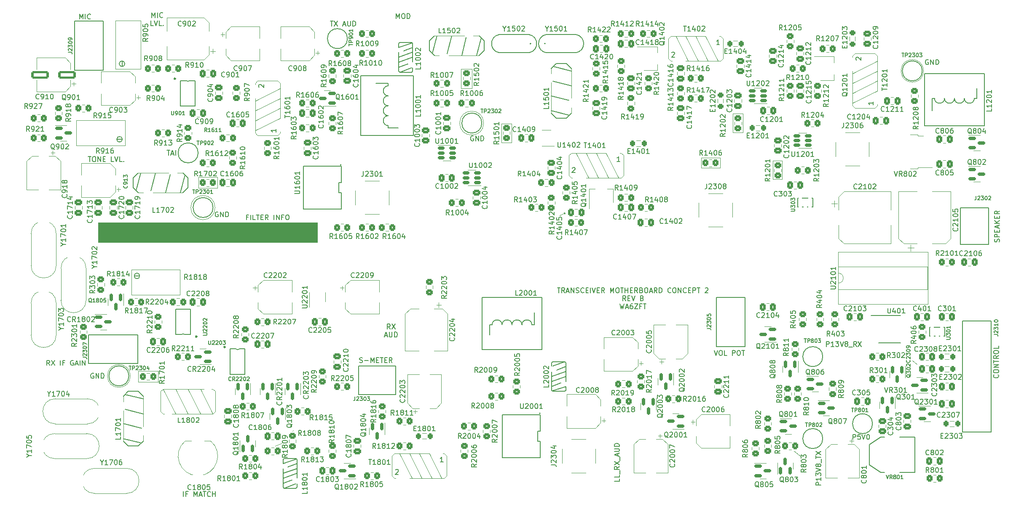
<source format=gto>
G04 #@! TF.GenerationSoftware,KiCad,Pcbnew,6.0.2-378541a8eb~116~ubuntu20.04.1*
G04 #@! TF.CreationDate,2022-04-18T14:06:08-07:00*
G04 #@! TF.ProjectId,trx_mobo_concept_2,7472785f-6d6f-4626-9f5f-636f6e636570,rev?*
G04 #@! TF.SameCoordinates,Original*
G04 #@! TF.FileFunction,Legend,Top*
G04 #@! TF.FilePolarity,Positive*
%FSLAX46Y46*%
G04 Gerber Fmt 4.6, Leading zero omitted, Abs format (unit mm)*
G04 Created by KiCad (PCBNEW 6.0.2-378541a8eb~116~ubuntu20.04.1) date 2022-04-18 14:06:08*
%MOMM*%
%LPD*%
G01*
G04 APERTURE LIST*
G04 Aperture macros list*
%AMRoundRect*
0 Rectangle with rounded corners*
0 $1 Rounding radius*
0 $2 $3 $4 $5 $6 $7 $8 $9 X,Y pos of 4 corners*
0 Add a 4 corners polygon primitive as box body*
4,1,4,$2,$3,$4,$5,$6,$7,$8,$9,$2,$3,0*
0 Add four circle primitives for the rounded corners*
1,1,$1+$1,$2,$3*
1,1,$1+$1,$4,$5*
1,1,$1+$1,$6,$7*
1,1,$1+$1,$8,$9*
0 Add four rect primitives between the rounded corners*
20,1,$1+$1,$2,$3,$4,$5,0*
20,1,$1+$1,$4,$5,$6,$7,0*
20,1,$1+$1,$6,$7,$8,$9,0*
20,1,$1+$1,$8,$9,$2,$3,0*%
%AMOutline4P*
0 Free polygon, 4 corners , with rotation*
0 The origin of the aperture is its center*
0 number of corners: always 4*
0 $1 to $8 corner X, Y*
0 $9 Rotation angle, in degrees counterclockwise*
0 create outline with 4 corners*
4,1,4,$1,$2,$3,$4,$5,$6,$7,$8,$1,$2,$9*%
G04 Aperture macros list end*
%ADD10C,0.120000*%
%ADD11C,0.100000*%
%ADD12C,0.150000*%
%ADD13C,0.152400*%
%ADD14C,0.127000*%
%ADD15C,0.300000*%
%ADD16C,0.200000*%
%ADD17R,2.100000X1.400000*%
%ADD18O,2.100000X1.400000*%
%ADD19O,1.400000X2.100000*%
%ADD20R,1.400000X2.100000*%
%ADD21R,2.032000X2.032000*%
%ADD22C,0.800000*%
%ADD23C,7.000000*%
%ADD24RoundRect,0.250000X0.337500X0.475000X-0.337500X0.475000X-0.337500X-0.475000X0.337500X-0.475000X0*%
%ADD25RoundRect,0.250000X-0.337500X-0.475000X0.337500X-0.475000X0.337500X0.475000X-0.337500X0.475000X0*%
%ADD26RoundRect,0.250000X-0.475000X0.337500X-0.475000X-0.337500X0.475000X-0.337500X0.475000X0.337500X0*%
%ADD27RoundRect,0.250000X0.475000X-0.337500X0.475000X0.337500X-0.475000X0.337500X-0.475000X-0.337500X0*%
%ADD28R,3.500000X1.600000*%
%ADD29R,1.600000X3.500000*%
%ADD30R,2.500000X3.500000*%
%ADD31R,4.000000X2.500000*%
%ADD32R,2.500000X4.000000*%
%ADD33R,3.500000X2.500000*%
%ADD34RoundRect,0.150000X-0.150000X0.587500X-0.150000X-0.587500X0.150000X-0.587500X0.150000X0.587500X0*%
%ADD35RoundRect,0.150000X0.587500X0.150000X-0.587500X0.150000X-0.587500X-0.150000X0.587500X-0.150000X0*%
%ADD36RoundRect,0.250000X0.275000X0.350000X-0.275000X0.350000X-0.275000X-0.350000X0.275000X-0.350000X0*%
%ADD37RoundRect,0.250000X0.350000X-0.275000X0.350000X0.275000X-0.350000X0.275000X-0.350000X-0.275000X0*%
%ADD38RoundRect,0.250000X-0.350000X0.275000X-0.350000X-0.275000X0.350000X-0.275000X0.350000X0.275000X0*%
%ADD39C,2.150000*%
%ADD40C,2.250000*%
%ADD41C,2.000000*%
%ADD42C,1.000000*%
%ADD43RoundRect,0.150000X-0.587500X-0.150000X0.587500X-0.150000X0.587500X0.150000X-0.587500X0.150000X0*%
%ADD44RoundRect,0.150000X0.150000X-0.587500X0.150000X0.587500X-0.150000X0.587500X-0.150000X-0.587500X0*%
%ADD45R,1.000000X1.500000*%
%ADD46R,2.200000X1.840000*%
%ADD47Outline4P,-1.100000X-0.500000X1.100000X-0.500000X0.400000X0.500000X-0.400000X0.500000X180.000000*%
%ADD48Outline4P,-1.100000X-0.425000X1.100000X-0.425000X0.500000X0.425000X-0.500000X0.425000X0.000000*%
%ADD49R,1.000000X1.800000*%
%ADD50R,1.500000X1.000000*%
%ADD51R,1.800000X1.000000*%
%ADD52R,1.840000X2.200000*%
%ADD53Outline4P,-1.100000X-0.500000X1.100000X-0.500000X0.400000X0.500000X-0.400000X0.500000X90.000000*%
%ADD54Outline4P,-1.100000X-0.425000X1.100000X-0.425000X0.500000X0.425000X-0.500000X0.425000X270.000000*%
%ADD55RoundRect,0.250000X-0.450000X0.325000X-0.450000X-0.325000X0.450000X-0.325000X0.450000X0.325000X0*%
%ADD56RoundRect,0.250000X-0.325000X-0.450000X0.325000X-0.450000X0.325000X0.450000X-0.325000X0.450000X0*%
%ADD57RoundRect,0.250000X0.450000X-0.325000X0.450000X0.325000X-0.450000X0.325000X-0.450000X-0.325000X0*%
%ADD58RoundRect,0.250000X0.325000X0.450000X-0.325000X0.450000X-0.325000X-0.450000X0.325000X-0.450000X0*%
%ADD59C,1.440000*%
%ADD60R,0.700000X1.000000*%
%ADD61R,1.500000X0.450000*%
%ADD62R,1.650000X2.540000*%
%ADD63R,0.400000X1.560000*%
%ADD64R,1.550000X0.600000*%
%ADD65R,1.600000X2.400000*%
%ADD66O,1.600000X2.400000*%
%ADD67RoundRect,0.150000X-0.512500X-0.150000X0.512500X-0.150000X0.512500X0.150000X-0.512500X0.150000X0*%
%ADD68R,1.060000X0.650000*%
%ADD69RoundRect,0.150000X0.512500X0.150000X-0.512500X0.150000X-0.512500X-0.150000X0.512500X-0.150000X0*%
%ADD70R,2.032000X1.016000*%
%ADD71R,2.032000X3.657600*%
%ADD72C,0.900000*%
%ADD73R,3.000000X1.500000*%
%ADD74R,1.500000X3.000000*%
%ADD75C,2.540000*%
%ADD76RoundRect,0.250000X1.500000X0.550000X-1.500000X0.550000X-1.500000X-0.550000X1.500000X-0.550000X0*%
%ADD77R,2.200000X1.200000*%
%ADD78R,6.400000X5.800000*%
%ADD79RoundRect,0.250000X0.450000X-0.350000X0.450000X0.350000X-0.450000X0.350000X-0.450000X-0.350000X0*%
G04 APERTURE END LIST*
D10*
X74000000Y-125100000D02*
X74000000Y-122900000D01*
X86100000Y-86100000D02*
X86100000Y-83900000D01*
X138900000Y-62100000D02*
X141100000Y-62100000D01*
X201500000Y-84300000D02*
X201500000Y-80600000D01*
X190900000Y-80000000D02*
X187100000Y-80000000D01*
X193500000Y-71100000D02*
X193500000Y-74900000D01*
X102750000Y-137500000D02*
X101500000Y-138000000D01*
X89900000Y-83900000D02*
X89900000Y-86100000D01*
X74000000Y-122900000D02*
X78000000Y-122900000D01*
X149000000Y-76900000D02*
X149000000Y-73100000D01*
X190900000Y-82000000D02*
X190900000Y-80000000D01*
X195500000Y-74900000D02*
X195500000Y-71100000D01*
X105250000Y-134750000D02*
X105000000Y-135000000D01*
X89433105Y-90000000D02*
G75*
G03*
X89433105Y-90000000I-2433105J0D01*
G01*
X203400000Y-84300000D02*
X201500000Y-84300000D01*
X89900000Y-86100000D02*
X86100000Y-86100000D01*
X195400000Y-71100000D02*
X193500000Y-71100000D01*
X141100000Y-66000000D02*
X138900000Y-66000000D01*
X203400000Y-80600000D02*
X203400000Y-84300000D01*
X207000000Y-140000000D02*
X205750000Y-139000000D01*
X159650000Y-91300000D02*
X159550000Y-90950000D01*
X143408319Y-73000000D02*
G75*
G03*
X143408319Y-73000000I-2408319J0D01*
G01*
X193500000Y-74900000D02*
X195500000Y-74900000D01*
X158700000Y-91550000D02*
X159800000Y-91050000D01*
X138900000Y-66000000D02*
X138900000Y-62100000D01*
X147000000Y-76900000D02*
X149000000Y-76900000D01*
X229500000Y-120750000D02*
X230500000Y-121500000D01*
X148900000Y-73100000D02*
X147000000Y-73100000D01*
X159550000Y-90950000D02*
X159800000Y-91050000D01*
X187100000Y-80000000D02*
X187100000Y-82000000D01*
X78000000Y-125100000D02*
X74000000Y-125100000D01*
X231802664Y-62490000D02*
G75*
G03*
X231802664Y-62490000I-2272664J0D01*
G01*
X86100000Y-83900000D02*
X89900000Y-83900000D01*
X201500000Y-80600000D02*
X203400000Y-80600000D01*
D11*
X110000000Y-97000000D02*
X66000000Y-97000000D01*
X66000000Y-97000000D02*
X66000000Y-93000000D01*
X66000000Y-93000000D02*
X110000000Y-93000000D01*
X110000000Y-93000000D02*
X110000000Y-97000000D01*
G36*
X110000000Y-97000000D02*
G01*
X66000000Y-97000000D01*
X66000000Y-93000000D01*
X110000000Y-93000000D01*
X110000000Y-97000000D01*
G37*
X110000000Y-97000000D02*
X66000000Y-97000000D01*
X66000000Y-93000000D01*
X110000000Y-93000000D01*
X110000000Y-97000000D01*
D10*
X78000000Y-122900000D02*
X78000000Y-125100000D01*
X159800000Y-91050000D02*
X159650000Y-91300000D01*
X72422347Y-123880000D02*
G75*
G03*
X72422347Y-123880000I-2302347J0D01*
G01*
X187100000Y-82000000D02*
X190900000Y-82000000D01*
X147000000Y-73100000D02*
X147000000Y-76900000D01*
X141100000Y-62100000D02*
X141100000Y-66000000D01*
D12*
X158209523Y-106142380D02*
X158780952Y-106142380D01*
X158495238Y-107142380D02*
X158495238Y-106142380D01*
X159685714Y-107142380D02*
X159352380Y-106666190D01*
X159114285Y-107142380D02*
X159114285Y-106142380D01*
X159495238Y-106142380D01*
X159590476Y-106190000D01*
X159638095Y-106237619D01*
X159685714Y-106332857D01*
X159685714Y-106475714D01*
X159638095Y-106570952D01*
X159590476Y-106618571D01*
X159495238Y-106666190D01*
X159114285Y-106666190D01*
X160066666Y-106856666D02*
X160542857Y-106856666D01*
X159971428Y-107142380D02*
X160304761Y-106142380D01*
X160638095Y-107142380D01*
X160971428Y-107142380D02*
X160971428Y-106142380D01*
X161542857Y-107142380D01*
X161542857Y-106142380D01*
X161971428Y-107094761D02*
X162114285Y-107142380D01*
X162352380Y-107142380D01*
X162447619Y-107094761D01*
X162495238Y-107047142D01*
X162542857Y-106951904D01*
X162542857Y-106856666D01*
X162495238Y-106761428D01*
X162447619Y-106713809D01*
X162352380Y-106666190D01*
X162161904Y-106618571D01*
X162066666Y-106570952D01*
X162019047Y-106523333D01*
X161971428Y-106428095D01*
X161971428Y-106332857D01*
X162019047Y-106237619D01*
X162066666Y-106190000D01*
X162161904Y-106142380D01*
X162400000Y-106142380D01*
X162542857Y-106190000D01*
X163542857Y-107047142D02*
X163495238Y-107094761D01*
X163352380Y-107142380D01*
X163257142Y-107142380D01*
X163114285Y-107094761D01*
X163019047Y-106999523D01*
X162971428Y-106904285D01*
X162923809Y-106713809D01*
X162923809Y-106570952D01*
X162971428Y-106380476D01*
X163019047Y-106285238D01*
X163114285Y-106190000D01*
X163257142Y-106142380D01*
X163352380Y-106142380D01*
X163495238Y-106190000D01*
X163542857Y-106237619D01*
X163971428Y-106618571D02*
X164304761Y-106618571D01*
X164447619Y-107142380D02*
X163971428Y-107142380D01*
X163971428Y-106142380D01*
X164447619Y-106142380D01*
X164876190Y-107142380D02*
X164876190Y-106142380D01*
X165209523Y-106142380D02*
X165542857Y-107142380D01*
X165876190Y-106142380D01*
X166209523Y-106618571D02*
X166542857Y-106618571D01*
X166685714Y-107142380D02*
X166209523Y-107142380D01*
X166209523Y-106142380D01*
X166685714Y-106142380D01*
X167685714Y-107142380D02*
X167352380Y-106666190D01*
X167114285Y-107142380D02*
X167114285Y-106142380D01*
X167495238Y-106142380D01*
X167590476Y-106190000D01*
X167638095Y-106237619D01*
X167685714Y-106332857D01*
X167685714Y-106475714D01*
X167638095Y-106570952D01*
X167590476Y-106618571D01*
X167495238Y-106666190D01*
X167114285Y-106666190D01*
X168876190Y-107142380D02*
X168876190Y-106142380D01*
X169209523Y-106856666D01*
X169542857Y-106142380D01*
X169542857Y-107142380D01*
X170209523Y-106142380D02*
X170400000Y-106142380D01*
X170495238Y-106190000D01*
X170590476Y-106285238D01*
X170638095Y-106475714D01*
X170638095Y-106809047D01*
X170590476Y-106999523D01*
X170495238Y-107094761D01*
X170400000Y-107142380D01*
X170209523Y-107142380D01*
X170114285Y-107094761D01*
X170019047Y-106999523D01*
X169971428Y-106809047D01*
X169971428Y-106475714D01*
X170019047Y-106285238D01*
X170114285Y-106190000D01*
X170209523Y-106142380D01*
X170923809Y-106142380D02*
X171495238Y-106142380D01*
X171209523Y-107142380D02*
X171209523Y-106142380D01*
X171828571Y-107142380D02*
X171828571Y-106142380D01*
X171828571Y-106618571D02*
X172399999Y-106618571D01*
X172399999Y-107142380D02*
X172399999Y-106142380D01*
X172876190Y-106618571D02*
X173209523Y-106618571D01*
X173352380Y-107142380D02*
X172876190Y-107142380D01*
X172876190Y-106142380D01*
X173352380Y-106142380D01*
X174352380Y-107142380D02*
X174019047Y-106666190D01*
X173780952Y-107142380D02*
X173780952Y-106142380D01*
X174161904Y-106142380D01*
X174257142Y-106190000D01*
X174304761Y-106237619D01*
X174352380Y-106332857D01*
X174352380Y-106475714D01*
X174304761Y-106570952D01*
X174257142Y-106618571D01*
X174161904Y-106666190D01*
X173780952Y-106666190D01*
X175114285Y-106618571D02*
X175257142Y-106666190D01*
X175304761Y-106713809D01*
X175352380Y-106809047D01*
X175352380Y-106951904D01*
X175304761Y-107047142D01*
X175257142Y-107094761D01*
X175161904Y-107142380D01*
X174780952Y-107142380D01*
X174780952Y-106142380D01*
X175114285Y-106142380D01*
X175209523Y-106190000D01*
X175257142Y-106237619D01*
X175304761Y-106332857D01*
X175304761Y-106428095D01*
X175257142Y-106523333D01*
X175209523Y-106570952D01*
X175114285Y-106618571D01*
X174780952Y-106618571D01*
X175971428Y-106142380D02*
X176161904Y-106142380D01*
X176257142Y-106190000D01*
X176352380Y-106285238D01*
X176399999Y-106475714D01*
X176399999Y-106809047D01*
X176352380Y-106999523D01*
X176257142Y-107094761D01*
X176161904Y-107142380D01*
X175971428Y-107142380D01*
X175876190Y-107094761D01*
X175780952Y-106999523D01*
X175733333Y-106809047D01*
X175733333Y-106475714D01*
X175780952Y-106285238D01*
X175876190Y-106190000D01*
X175971428Y-106142380D01*
X176780952Y-106856666D02*
X177257142Y-106856666D01*
X176685714Y-107142380D02*
X177019047Y-106142380D01*
X177352380Y-107142380D01*
X178257142Y-107142380D02*
X177923809Y-106666190D01*
X177685714Y-107142380D02*
X177685714Y-106142380D01*
X178066666Y-106142380D01*
X178161904Y-106190000D01*
X178209523Y-106237619D01*
X178257142Y-106332857D01*
X178257142Y-106475714D01*
X178209523Y-106570952D01*
X178161904Y-106618571D01*
X178066666Y-106666190D01*
X177685714Y-106666190D01*
X178685714Y-107142380D02*
X178685714Y-106142380D01*
X178923809Y-106142380D01*
X179066666Y-106190000D01*
X179161904Y-106285238D01*
X179209523Y-106380476D01*
X179257142Y-106570952D01*
X179257142Y-106713809D01*
X179209523Y-106904285D01*
X179161904Y-106999523D01*
X179066666Y-107094761D01*
X178923809Y-107142380D01*
X178685714Y-107142380D01*
X181019047Y-107047142D02*
X180971428Y-107094761D01*
X180828571Y-107142380D01*
X180733333Y-107142380D01*
X180590476Y-107094761D01*
X180495238Y-106999523D01*
X180447619Y-106904285D01*
X180399999Y-106713809D01*
X180399999Y-106570952D01*
X180447619Y-106380476D01*
X180495238Y-106285238D01*
X180590476Y-106190000D01*
X180733333Y-106142380D01*
X180828571Y-106142380D01*
X180971428Y-106190000D01*
X181019047Y-106237619D01*
X181638095Y-106142380D02*
X181828571Y-106142380D01*
X181923809Y-106190000D01*
X182019047Y-106285238D01*
X182066666Y-106475714D01*
X182066666Y-106809047D01*
X182019047Y-106999523D01*
X181923809Y-107094761D01*
X181828571Y-107142380D01*
X181638095Y-107142380D01*
X181542857Y-107094761D01*
X181447619Y-106999523D01*
X181399999Y-106809047D01*
X181399999Y-106475714D01*
X181447619Y-106285238D01*
X181542857Y-106190000D01*
X181638095Y-106142380D01*
X182495238Y-107142380D02*
X182495238Y-106142380D01*
X183066666Y-107142380D01*
X183066666Y-106142380D01*
X184114285Y-107047142D02*
X184066666Y-107094761D01*
X183923809Y-107142380D01*
X183828571Y-107142380D01*
X183685714Y-107094761D01*
X183590476Y-106999523D01*
X183542857Y-106904285D01*
X183495238Y-106713809D01*
X183495238Y-106570952D01*
X183542857Y-106380476D01*
X183590476Y-106285238D01*
X183685714Y-106190000D01*
X183828571Y-106142380D01*
X183923809Y-106142380D01*
X184066666Y-106190000D01*
X184114285Y-106237619D01*
X184542857Y-106618571D02*
X184876190Y-106618571D01*
X185019047Y-107142380D02*
X184542857Y-107142380D01*
X184542857Y-106142380D01*
X185019047Y-106142380D01*
X185447619Y-107142380D02*
X185447619Y-106142380D01*
X185828571Y-106142380D01*
X185923809Y-106190000D01*
X185971428Y-106237619D01*
X186019047Y-106332857D01*
X186019047Y-106475714D01*
X185971428Y-106570952D01*
X185923809Y-106618571D01*
X185828571Y-106666190D01*
X185447619Y-106666190D01*
X186304761Y-106142380D02*
X186876190Y-106142380D01*
X186590476Y-107142380D02*
X186590476Y-106142380D01*
X187923809Y-106237619D02*
X187971428Y-106190000D01*
X188066666Y-106142380D01*
X188304761Y-106142380D01*
X188399999Y-106190000D01*
X188447619Y-106237619D01*
X188495238Y-106332857D01*
X188495238Y-106428095D01*
X188447619Y-106570952D01*
X187876190Y-107142380D01*
X188495238Y-107142380D01*
X171947619Y-108752380D02*
X171614285Y-108276190D01*
X171376190Y-108752380D02*
X171376190Y-107752380D01*
X171757142Y-107752380D01*
X171852380Y-107800000D01*
X171900000Y-107847619D01*
X171947619Y-107942857D01*
X171947619Y-108085714D01*
X171900000Y-108180952D01*
X171852380Y-108228571D01*
X171757142Y-108276190D01*
X171376190Y-108276190D01*
X172376190Y-108228571D02*
X172709523Y-108228571D01*
X172852380Y-108752380D02*
X172376190Y-108752380D01*
X172376190Y-107752380D01*
X172852380Y-107752380D01*
X173138095Y-107752380D02*
X173471428Y-108752380D01*
X173804761Y-107752380D01*
X175233333Y-108228571D02*
X175376190Y-108276190D01*
X175423809Y-108323809D01*
X175471428Y-108419047D01*
X175471428Y-108561904D01*
X175423809Y-108657142D01*
X175376190Y-108704761D01*
X175280952Y-108752380D01*
X174900000Y-108752380D01*
X174900000Y-107752380D01*
X175233333Y-107752380D01*
X175328571Y-107800000D01*
X175376190Y-107847619D01*
X175423809Y-107942857D01*
X175423809Y-108038095D01*
X175376190Y-108133333D01*
X175328571Y-108180952D01*
X175233333Y-108228571D01*
X174900000Y-108228571D01*
X170780952Y-109362380D02*
X171019047Y-110362380D01*
X171209523Y-109648095D01*
X171400000Y-110362380D01*
X171638095Y-109362380D01*
X171971428Y-110076666D02*
X172447619Y-110076666D01*
X171876190Y-110362380D02*
X172209523Y-109362380D01*
X172542857Y-110362380D01*
X173304761Y-109362380D02*
X173114285Y-109362380D01*
X173019047Y-109410000D01*
X172971428Y-109457619D01*
X172876190Y-109600476D01*
X172828571Y-109790952D01*
X172828571Y-110171904D01*
X172876190Y-110267142D01*
X172923809Y-110314761D01*
X173019047Y-110362380D01*
X173209523Y-110362380D01*
X173304761Y-110314761D01*
X173352380Y-110267142D01*
X173400000Y-110171904D01*
X173400000Y-109933809D01*
X173352380Y-109838571D01*
X173304761Y-109790952D01*
X173209523Y-109743333D01*
X173019047Y-109743333D01*
X172923809Y-109790952D01*
X172876190Y-109838571D01*
X172828571Y-109933809D01*
X173733333Y-109362380D02*
X174400000Y-109362380D01*
X173733333Y-110362380D01*
X174400000Y-110362380D01*
X175114285Y-109838571D02*
X174780952Y-109838571D01*
X174780952Y-110362380D02*
X174780952Y-109362380D01*
X175257142Y-109362380D01*
X175495238Y-109362380D02*
X176066666Y-109362380D01*
X175780952Y-110362380D02*
X175780952Y-109362380D01*
X170652380Y-144585714D02*
X170652380Y-145061904D01*
X169652380Y-145061904D01*
X170652380Y-143776190D02*
X170652380Y-144252380D01*
X169652380Y-144252380D01*
X170747619Y-143680952D02*
X170747619Y-142919047D01*
X170652380Y-142109523D02*
X170176190Y-142442857D01*
X170652380Y-142680952D02*
X169652380Y-142680952D01*
X169652380Y-142300000D01*
X169700000Y-142204761D01*
X169747619Y-142157142D01*
X169842857Y-142109523D01*
X169985714Y-142109523D01*
X170080952Y-142157142D01*
X170128571Y-142204761D01*
X170176190Y-142300000D01*
X170176190Y-142680952D01*
X169652380Y-141776190D02*
X170652380Y-141109523D01*
X169652380Y-141109523D02*
X170652380Y-141776190D01*
X170747619Y-140966666D02*
X170747619Y-140204761D01*
X170366666Y-140014285D02*
X170366666Y-139538095D01*
X170652380Y-140109523D02*
X169652380Y-139776190D01*
X170652380Y-139442857D01*
X169652380Y-139109523D02*
X170461904Y-139109523D01*
X170557142Y-139061904D01*
X170604761Y-139014285D01*
X170652380Y-138919047D01*
X170652380Y-138728571D01*
X170604761Y-138633333D01*
X170557142Y-138585714D01*
X170461904Y-138538095D01*
X169652380Y-138538095D01*
X170652380Y-138061904D02*
X169652380Y-138061904D01*
X169652380Y-137823809D01*
X169700000Y-137680952D01*
X169795238Y-137585714D01*
X169890476Y-137538095D01*
X170080952Y-137490476D01*
X170223809Y-137490476D01*
X170414285Y-137538095D01*
X170509523Y-137585714D01*
X170604761Y-137680952D01*
X170652380Y-137823809D01*
X170652380Y-138061904D01*
X125842857Y-51952380D02*
X125842857Y-50952380D01*
X126176190Y-51666666D01*
X126509523Y-50952380D01*
X126509523Y-51952380D01*
X127176190Y-50952380D02*
X127366666Y-50952380D01*
X127461904Y-51000000D01*
X127557142Y-51095238D01*
X127604761Y-51285714D01*
X127604761Y-51619047D01*
X127557142Y-51809523D01*
X127461904Y-51904761D01*
X127366666Y-51952380D01*
X127176190Y-51952380D01*
X127080952Y-51904761D01*
X126985714Y-51809523D01*
X126938095Y-51619047D01*
X126938095Y-51285714D01*
X126985714Y-51095238D01*
X127080952Y-51000000D01*
X127176190Y-50952380D01*
X128033333Y-51952380D02*
X128033333Y-50952380D01*
X128271428Y-50952380D01*
X128414285Y-51000000D01*
X128509523Y-51095238D01*
X128557142Y-51190476D01*
X128604761Y-51380952D01*
X128604761Y-51523809D01*
X128557142Y-51714285D01*
X128509523Y-51809523D01*
X128414285Y-51904761D01*
X128271428Y-51952380D01*
X128033333Y-51952380D01*
X79797619Y-78452380D02*
X80369047Y-78452380D01*
X80083333Y-79452380D02*
X80083333Y-78452380D01*
X80654761Y-79166666D02*
X81130952Y-79166666D01*
X80559523Y-79452380D02*
X80892857Y-78452380D01*
X81226190Y-79452380D01*
X81559523Y-79452380D02*
X81559523Y-78452380D01*
X76728571Y-51747380D02*
X76728571Y-50747380D01*
X77061904Y-51461666D01*
X77395238Y-50747380D01*
X77395238Y-51747380D01*
X77871428Y-51747380D02*
X77871428Y-50747380D01*
X78919047Y-51652142D02*
X78871428Y-51699761D01*
X78728571Y-51747380D01*
X78633333Y-51747380D01*
X78490476Y-51699761D01*
X78395238Y-51604523D01*
X78347619Y-51509285D01*
X78300000Y-51318809D01*
X78300000Y-51175952D01*
X78347619Y-50985476D01*
X78395238Y-50890238D01*
X78490476Y-50795000D01*
X78633333Y-50747380D01*
X78728571Y-50747380D01*
X78871428Y-50795000D01*
X78919047Y-50842619D01*
X77038095Y-53357380D02*
X76561904Y-53357380D01*
X76561904Y-52357380D01*
X77228571Y-52357380D02*
X77561904Y-53357380D01*
X77895238Y-52357380D01*
X78704761Y-53357380D02*
X78228571Y-53357380D01*
X78228571Y-52357380D01*
X79038095Y-53262142D02*
X79085714Y-53309761D01*
X79038095Y-53357380D01*
X78990476Y-53309761D01*
X79038095Y-53262142D01*
X79038095Y-53357380D01*
X211152380Y-145857142D02*
X210152380Y-145857142D01*
X210152380Y-145476190D01*
X210200000Y-145380952D01*
X210247619Y-145333333D01*
X210342857Y-145285714D01*
X210485714Y-145285714D01*
X210580952Y-145333333D01*
X210628571Y-145380952D01*
X210676190Y-145476190D01*
X210676190Y-145857142D01*
X211152380Y-144333333D02*
X211152380Y-144904761D01*
X211152380Y-144619047D02*
X210152380Y-144619047D01*
X210295238Y-144714285D01*
X210390476Y-144809523D01*
X210438095Y-144904761D01*
X210152380Y-144000000D02*
X210152380Y-143380952D01*
X210533333Y-143714285D01*
X210533333Y-143571428D01*
X210580952Y-143476190D01*
X210628571Y-143428571D01*
X210723809Y-143380952D01*
X210961904Y-143380952D01*
X211057142Y-143428571D01*
X211104761Y-143476190D01*
X211152380Y-143571428D01*
X211152380Y-143857142D01*
X211104761Y-143952380D01*
X211057142Y-144000000D01*
X210152380Y-143095238D02*
X211152380Y-142761904D01*
X210152380Y-142428571D01*
X210580952Y-141952380D02*
X210533333Y-142047619D01*
X210485714Y-142095238D01*
X210390476Y-142142857D01*
X210342857Y-142142857D01*
X210247619Y-142095238D01*
X210200000Y-142047619D01*
X210152380Y-141952380D01*
X210152380Y-141761904D01*
X210200000Y-141666666D01*
X210247619Y-141619047D01*
X210342857Y-141571428D01*
X210390476Y-141571428D01*
X210485714Y-141619047D01*
X210533333Y-141666666D01*
X210580952Y-141761904D01*
X210580952Y-141952380D01*
X210628571Y-142047619D01*
X210676190Y-142095238D01*
X210771428Y-142142857D01*
X210961904Y-142142857D01*
X211057142Y-142095238D01*
X211104761Y-142047619D01*
X211152380Y-141952380D01*
X211152380Y-141761904D01*
X211104761Y-141666666D01*
X211057142Y-141619047D01*
X210961904Y-141571428D01*
X210771428Y-141571428D01*
X210676190Y-141619047D01*
X210628571Y-141666666D01*
X210580952Y-141761904D01*
X211247619Y-141380952D02*
X211247619Y-140619047D01*
X210152380Y-140523809D02*
X210152380Y-139952380D01*
X211152380Y-140238095D02*
X210152380Y-140238095D01*
X210152380Y-139714285D02*
X211152380Y-139047619D01*
X210152380Y-139047619D02*
X211152380Y-139714285D01*
X83085714Y-148152380D02*
X83085714Y-147152380D01*
X83895238Y-147628571D02*
X83561904Y-147628571D01*
X83561904Y-148152380D02*
X83561904Y-147152380D01*
X84038095Y-147152380D01*
X85180952Y-148152380D02*
X85180952Y-147152380D01*
X85514285Y-147866666D01*
X85847619Y-147152380D01*
X85847619Y-148152380D01*
X86276190Y-147866666D02*
X86752380Y-147866666D01*
X86180952Y-148152380D02*
X86514285Y-147152380D01*
X86847619Y-148152380D01*
X87038095Y-147152380D02*
X87609523Y-147152380D01*
X87323809Y-148152380D02*
X87323809Y-147152380D01*
X88514285Y-148057142D02*
X88466666Y-148104761D01*
X88323809Y-148152380D01*
X88228571Y-148152380D01*
X88085714Y-148104761D01*
X87990476Y-148009523D01*
X87942857Y-147914285D01*
X87895238Y-147723809D01*
X87895238Y-147580952D01*
X87942857Y-147390476D01*
X87990476Y-147295238D01*
X88085714Y-147200000D01*
X88228571Y-147152380D01*
X88323809Y-147152380D01*
X88466666Y-147200000D01*
X88514285Y-147247619D01*
X88942857Y-148152380D02*
X88942857Y-147152380D01*
X88942857Y-147628571D02*
X89514285Y-147628571D01*
X89514285Y-148152380D02*
X89514285Y-147152380D01*
X118488095Y-121154761D02*
X118630952Y-121202380D01*
X118869047Y-121202380D01*
X118964285Y-121154761D01*
X119011904Y-121107142D01*
X119059523Y-121011904D01*
X119059523Y-120916666D01*
X119011904Y-120821428D01*
X118964285Y-120773809D01*
X118869047Y-120726190D01*
X118678571Y-120678571D01*
X118583333Y-120630952D01*
X118535714Y-120583333D01*
X118488095Y-120488095D01*
X118488095Y-120392857D01*
X118535714Y-120297619D01*
X118583333Y-120250000D01*
X118678571Y-120202380D01*
X118916666Y-120202380D01*
X119059523Y-120250000D01*
X119488095Y-120821428D02*
X120250000Y-120821428D01*
X120726190Y-121202380D02*
X120726190Y-120202380D01*
X121059523Y-120916666D01*
X121392857Y-120202380D01*
X121392857Y-121202380D01*
X121869047Y-120678571D02*
X122202380Y-120678571D01*
X122345238Y-121202380D02*
X121869047Y-121202380D01*
X121869047Y-120202380D01*
X122345238Y-120202380D01*
X122630952Y-120202380D02*
X123202380Y-120202380D01*
X122916666Y-121202380D02*
X122916666Y-120202380D01*
X123535714Y-120678571D02*
X123869047Y-120678571D01*
X124011904Y-121202380D02*
X123535714Y-121202380D01*
X123535714Y-120202380D01*
X124011904Y-120202380D01*
X125011904Y-121202380D02*
X124678571Y-120726190D01*
X124440476Y-121202380D02*
X124440476Y-120202380D01*
X124821428Y-120202380D01*
X124916666Y-120250000D01*
X124964285Y-120297619D01*
X125011904Y-120392857D01*
X125011904Y-120535714D01*
X124964285Y-120630952D01*
X124916666Y-120678571D01*
X124821428Y-120726190D01*
X124440476Y-120726190D01*
X63957142Y-79752380D02*
X64528571Y-79752380D01*
X64242857Y-80752380D02*
X64242857Y-79752380D01*
X65052380Y-79752380D02*
X65242857Y-79752380D01*
X65338095Y-79800000D01*
X65433333Y-79895238D01*
X65480952Y-80085714D01*
X65480952Y-80419047D01*
X65433333Y-80609523D01*
X65338095Y-80704761D01*
X65242857Y-80752380D01*
X65052380Y-80752380D01*
X64957142Y-80704761D01*
X64861904Y-80609523D01*
X64814285Y-80419047D01*
X64814285Y-80085714D01*
X64861904Y-79895238D01*
X64957142Y-79800000D01*
X65052380Y-79752380D01*
X65909523Y-80752380D02*
X65909523Y-79752380D01*
X66480952Y-80752380D01*
X66480952Y-79752380D01*
X66957142Y-80228571D02*
X67290476Y-80228571D01*
X67433333Y-80752380D02*
X66957142Y-80752380D01*
X66957142Y-79752380D01*
X67433333Y-79752380D01*
X69100000Y-80752380D02*
X68623809Y-80752380D01*
X68623809Y-79752380D01*
X69290476Y-79752380D02*
X69623809Y-80752380D01*
X69957142Y-79752380D01*
X70766666Y-80752380D02*
X70290476Y-80752380D01*
X70290476Y-79752380D01*
X71100000Y-80657142D02*
X71147619Y-80704761D01*
X71100000Y-80752380D01*
X71052380Y-80704761D01*
X71100000Y-80657142D01*
X71100000Y-80752380D01*
X62228571Y-52052380D02*
X62228571Y-51052380D01*
X62561904Y-51766666D01*
X62895238Y-51052380D01*
X62895238Y-52052380D01*
X63371428Y-52052380D02*
X63371428Y-51052380D01*
X64419047Y-51957142D02*
X64371428Y-52004761D01*
X64228571Y-52052380D01*
X64133333Y-52052380D01*
X63990476Y-52004761D01*
X63895238Y-51909523D01*
X63847619Y-51814285D01*
X63800000Y-51623809D01*
X63800000Y-51480952D01*
X63847619Y-51290476D01*
X63895238Y-51195238D01*
X63990476Y-51100000D01*
X64133333Y-51052380D01*
X64228571Y-51052380D01*
X64371428Y-51100000D01*
X64419047Y-51147619D01*
X246757142Y-123647619D02*
X246804761Y-123695238D01*
X246852380Y-123838095D01*
X246852380Y-123933333D01*
X246804761Y-124076190D01*
X246709523Y-124171428D01*
X246614285Y-124219047D01*
X246423809Y-124266666D01*
X246280952Y-124266666D01*
X246090476Y-124219047D01*
X245995238Y-124171428D01*
X245900000Y-124076190D01*
X245852380Y-123933333D01*
X245852380Y-123838095D01*
X245900000Y-123695238D01*
X245947619Y-123647619D01*
X245852380Y-123028571D02*
X245852380Y-122838095D01*
X245900000Y-122742857D01*
X245995238Y-122647619D01*
X246185714Y-122600000D01*
X246519047Y-122600000D01*
X246709523Y-122647619D01*
X246804761Y-122742857D01*
X246852380Y-122838095D01*
X246852380Y-123028571D01*
X246804761Y-123123809D01*
X246709523Y-123219047D01*
X246519047Y-123266666D01*
X246185714Y-123266666D01*
X245995238Y-123219047D01*
X245900000Y-123123809D01*
X245852380Y-123028571D01*
X246852380Y-122171428D02*
X245852380Y-122171428D01*
X246852380Y-121600000D01*
X245852380Y-121600000D01*
X245852380Y-121266666D02*
X245852380Y-120695238D01*
X246852380Y-120980952D02*
X245852380Y-120980952D01*
X246852380Y-119790476D02*
X246376190Y-120123809D01*
X246852380Y-120361904D02*
X245852380Y-120361904D01*
X245852380Y-119980952D01*
X245900000Y-119885714D01*
X245947619Y-119838095D01*
X246042857Y-119790476D01*
X246185714Y-119790476D01*
X246280952Y-119838095D01*
X246328571Y-119885714D01*
X246376190Y-119980952D01*
X246376190Y-120361904D01*
X245852380Y-119171428D02*
X245852380Y-118980952D01*
X245900000Y-118885714D01*
X245995238Y-118790476D01*
X246185714Y-118742857D01*
X246519047Y-118742857D01*
X246709523Y-118790476D01*
X246804761Y-118885714D01*
X246852380Y-118980952D01*
X246852380Y-119171428D01*
X246804761Y-119266666D01*
X246709523Y-119361904D01*
X246519047Y-119409523D01*
X246185714Y-119409523D01*
X245995238Y-119361904D01*
X245900000Y-119266666D01*
X245852380Y-119171428D01*
X246852380Y-117838095D02*
X246852380Y-118314285D01*
X245852380Y-118314285D01*
X112604761Y-52452380D02*
X113176190Y-52452380D01*
X112890476Y-53452380D02*
X112890476Y-52452380D01*
X113414285Y-52452380D02*
X114080952Y-53452380D01*
X114080952Y-52452380D02*
X113414285Y-53452380D01*
X115176190Y-53166666D02*
X115652380Y-53166666D01*
X115080952Y-53452380D02*
X115414285Y-52452380D01*
X115747619Y-53452380D01*
X116080952Y-52452380D02*
X116080952Y-53261904D01*
X116128571Y-53357142D01*
X116176190Y-53404761D01*
X116271428Y-53452380D01*
X116461904Y-53452380D01*
X116557142Y-53404761D01*
X116604761Y-53357142D01*
X116652380Y-53261904D01*
X116652380Y-52452380D01*
X117128571Y-53452380D02*
X117128571Y-52452380D01*
X117366666Y-52452380D01*
X117509523Y-52500000D01*
X117604761Y-52595238D01*
X117652380Y-52690476D01*
X117700000Y-52880952D01*
X117700000Y-53023809D01*
X117652380Y-53214285D01*
X117604761Y-53309523D01*
X117509523Y-53404761D01*
X117366666Y-53452380D01*
X117128571Y-53452380D01*
X217607142Y-136652380D02*
X217607142Y-135652380D01*
X217988095Y-135652380D01*
X218083333Y-135700000D01*
X218130952Y-135747619D01*
X218178571Y-135842857D01*
X218178571Y-135985714D01*
X218130952Y-136080952D01*
X218083333Y-136128571D01*
X217988095Y-136176190D01*
X217607142Y-136176190D01*
X219083333Y-135652380D02*
X218607142Y-135652380D01*
X218559523Y-136128571D01*
X218607142Y-136080952D01*
X218702380Y-136033333D01*
X218940476Y-136033333D01*
X219035714Y-136080952D01*
X219083333Y-136128571D01*
X219130952Y-136223809D01*
X219130952Y-136461904D01*
X219083333Y-136557142D01*
X219035714Y-136604761D01*
X218940476Y-136652380D01*
X218702380Y-136652380D01*
X218607142Y-136604761D01*
X218559523Y-136557142D01*
X219416666Y-135652380D02*
X219750000Y-136652380D01*
X220083333Y-135652380D01*
X220607142Y-135652380D02*
X220702380Y-135652380D01*
X220797619Y-135700000D01*
X220845238Y-135747619D01*
X220892857Y-135842857D01*
X220940476Y-136033333D01*
X220940476Y-136271428D01*
X220892857Y-136461904D01*
X220845238Y-136557142D01*
X220797619Y-136604761D01*
X220702380Y-136652380D01*
X220607142Y-136652380D01*
X220511904Y-136604761D01*
X220464285Y-136557142D01*
X220416666Y-136461904D01*
X220369047Y-136271428D01*
X220369047Y-136033333D01*
X220416666Y-135842857D01*
X220464285Y-135747619D01*
X220511904Y-135700000D01*
X220607142Y-135652380D01*
X124633333Y-114447380D02*
X124300000Y-113971190D01*
X124061904Y-114447380D02*
X124061904Y-113447380D01*
X124442857Y-113447380D01*
X124538095Y-113495000D01*
X124585714Y-113542619D01*
X124633333Y-113637857D01*
X124633333Y-113780714D01*
X124585714Y-113875952D01*
X124538095Y-113923571D01*
X124442857Y-113971190D01*
X124061904Y-113971190D01*
X124966666Y-113447380D02*
X125633333Y-114447380D01*
X125633333Y-113447380D02*
X124966666Y-114447380D01*
X123538095Y-115771666D02*
X124014285Y-115771666D01*
X123442857Y-116057380D02*
X123776190Y-115057380D01*
X124109523Y-116057380D01*
X124442857Y-115057380D02*
X124442857Y-115866904D01*
X124490476Y-115962142D01*
X124538095Y-116009761D01*
X124633333Y-116057380D01*
X124823809Y-116057380D01*
X124919047Y-116009761D01*
X124966666Y-115962142D01*
X125014285Y-115866904D01*
X125014285Y-115057380D01*
X125490476Y-116057380D02*
X125490476Y-115057380D01*
X125728571Y-115057380D01*
X125871428Y-115105000D01*
X125966666Y-115200238D01*
X126014285Y-115295476D01*
X126061904Y-115485952D01*
X126061904Y-115628809D01*
X126014285Y-115819285D01*
X125966666Y-115914523D01*
X125871428Y-116009761D01*
X125728571Y-116057380D01*
X125490476Y-116057380D01*
X189752380Y-118752380D02*
X190085714Y-119752380D01*
X190419047Y-118752380D01*
X190942857Y-118752380D02*
X191133333Y-118752380D01*
X191228571Y-118800000D01*
X191323809Y-118895238D01*
X191371428Y-119085714D01*
X191371428Y-119419047D01*
X191323809Y-119609523D01*
X191228571Y-119704761D01*
X191133333Y-119752380D01*
X190942857Y-119752380D01*
X190847619Y-119704761D01*
X190752380Y-119609523D01*
X190704761Y-119419047D01*
X190704761Y-119085714D01*
X190752380Y-118895238D01*
X190847619Y-118800000D01*
X190942857Y-118752380D01*
X192276190Y-119752380D02*
X191800000Y-119752380D01*
X191800000Y-118752380D01*
X193371428Y-119752380D02*
X193371428Y-118752380D01*
X193752380Y-118752380D01*
X193847619Y-118800000D01*
X193895238Y-118847619D01*
X193942857Y-118942857D01*
X193942857Y-119085714D01*
X193895238Y-119180952D01*
X193847619Y-119228571D01*
X193752380Y-119276190D01*
X193371428Y-119276190D01*
X194561904Y-118752380D02*
X194752380Y-118752380D01*
X194847619Y-118800000D01*
X194942857Y-118895238D01*
X194990476Y-119085714D01*
X194990476Y-119419047D01*
X194942857Y-119609523D01*
X194847619Y-119704761D01*
X194752380Y-119752380D01*
X194561904Y-119752380D01*
X194466666Y-119704761D01*
X194371428Y-119609523D01*
X194323809Y-119419047D01*
X194323809Y-119085714D01*
X194371428Y-118895238D01*
X194466666Y-118800000D01*
X194561904Y-118752380D01*
X195276190Y-118752380D02*
X195847619Y-118752380D01*
X195561904Y-119752380D02*
X195561904Y-118752380D01*
X212273809Y-117952380D02*
X212273809Y-116952380D01*
X212654761Y-116952380D01*
X212750000Y-117000000D01*
X212797619Y-117047619D01*
X212845238Y-117142857D01*
X212845238Y-117285714D01*
X212797619Y-117380952D01*
X212750000Y-117428571D01*
X212654761Y-117476190D01*
X212273809Y-117476190D01*
X213797619Y-117952380D02*
X213226190Y-117952380D01*
X213511904Y-117952380D02*
X213511904Y-116952380D01*
X213416666Y-117095238D01*
X213321428Y-117190476D01*
X213226190Y-117238095D01*
X214130952Y-116952380D02*
X214750000Y-116952380D01*
X214416666Y-117333333D01*
X214559523Y-117333333D01*
X214654761Y-117380952D01*
X214702380Y-117428571D01*
X214750000Y-117523809D01*
X214750000Y-117761904D01*
X214702380Y-117857142D01*
X214654761Y-117904761D01*
X214559523Y-117952380D01*
X214273809Y-117952380D01*
X214178571Y-117904761D01*
X214130952Y-117857142D01*
X215035714Y-116952380D02*
X215369047Y-117952380D01*
X215702380Y-116952380D01*
X216178571Y-117380952D02*
X216083333Y-117333333D01*
X216035714Y-117285714D01*
X215988095Y-117190476D01*
X215988095Y-117142857D01*
X216035714Y-117047619D01*
X216083333Y-117000000D01*
X216178571Y-116952380D01*
X216369047Y-116952380D01*
X216464285Y-117000000D01*
X216511904Y-117047619D01*
X216559523Y-117142857D01*
X216559523Y-117190476D01*
X216511904Y-117285714D01*
X216464285Y-117333333D01*
X216369047Y-117380952D01*
X216178571Y-117380952D01*
X216083333Y-117428571D01*
X216035714Y-117476190D01*
X215988095Y-117571428D01*
X215988095Y-117761904D01*
X216035714Y-117857142D01*
X216083333Y-117904761D01*
X216178571Y-117952380D01*
X216369047Y-117952380D01*
X216464285Y-117904761D01*
X216511904Y-117857142D01*
X216559523Y-117761904D01*
X216559523Y-117571428D01*
X216511904Y-117476190D01*
X216464285Y-117428571D01*
X216369047Y-117380952D01*
X216750000Y-118047619D02*
X217511904Y-118047619D01*
X218321428Y-117952380D02*
X217988095Y-117476190D01*
X217750000Y-117952380D02*
X217750000Y-116952380D01*
X218130952Y-116952380D01*
X218226190Y-117000000D01*
X218273809Y-117047619D01*
X218321428Y-117142857D01*
X218321428Y-117285714D01*
X218273809Y-117380952D01*
X218226190Y-117428571D01*
X218130952Y-117476190D01*
X217750000Y-117476190D01*
X218654761Y-116952380D02*
X219321428Y-117952380D01*
X219321428Y-116952380D02*
X218654761Y-117952380D01*
X141338095Y-75600000D02*
X141242857Y-75552380D01*
X141100000Y-75552380D01*
X140957142Y-75600000D01*
X140861904Y-75695238D01*
X140814285Y-75790476D01*
X140766666Y-75980952D01*
X140766666Y-76123809D01*
X140814285Y-76314285D01*
X140861904Y-76409523D01*
X140957142Y-76504761D01*
X141100000Y-76552380D01*
X141195238Y-76552380D01*
X141338095Y-76504761D01*
X141385714Y-76457142D01*
X141385714Y-76123809D01*
X141195238Y-76123809D01*
X141814285Y-76552380D02*
X141814285Y-75552380D01*
X142385714Y-76552380D01*
X142385714Y-75552380D01*
X142861904Y-76552380D02*
X142861904Y-75552380D01*
X143100000Y-75552380D01*
X143242857Y-75600000D01*
X143338095Y-75695238D01*
X143385714Y-75790476D01*
X143433333Y-75980952D01*
X143433333Y-76123809D01*
X143385714Y-76314285D01*
X143338095Y-76409523D01*
X143242857Y-76504761D01*
X143100000Y-76552380D01*
X142861904Y-76552380D01*
X96071428Y-91928571D02*
X95738095Y-91928571D01*
X95738095Y-92452380D02*
X95738095Y-91452380D01*
X96214285Y-91452380D01*
X96595238Y-92452380D02*
X96595238Y-91452380D01*
X97547619Y-92452380D02*
X97071428Y-92452380D01*
X97071428Y-91452380D01*
X97738095Y-91452380D02*
X98309523Y-91452380D01*
X98023809Y-92452380D02*
X98023809Y-91452380D01*
X98642857Y-91928571D02*
X98976190Y-91928571D01*
X99119047Y-92452380D02*
X98642857Y-92452380D01*
X98642857Y-91452380D01*
X99119047Y-91452380D01*
X100119047Y-92452380D02*
X99785714Y-91976190D01*
X99547619Y-92452380D02*
X99547619Y-91452380D01*
X99928571Y-91452380D01*
X100023809Y-91500000D01*
X100071428Y-91547619D01*
X100119047Y-91642857D01*
X100119047Y-91785714D01*
X100071428Y-91880952D01*
X100023809Y-91928571D01*
X99928571Y-91976190D01*
X99547619Y-91976190D01*
X101309523Y-92452380D02*
X101309523Y-91452380D01*
X101785714Y-92452380D02*
X101785714Y-91452380D01*
X102357142Y-92452380D01*
X102357142Y-91452380D01*
X103166666Y-91928571D02*
X102833333Y-91928571D01*
X102833333Y-92452380D02*
X102833333Y-91452380D01*
X103309523Y-91452380D01*
X103880952Y-91452380D02*
X104071428Y-91452380D01*
X104166666Y-91500000D01*
X104261904Y-91595238D01*
X104309523Y-91785714D01*
X104309523Y-92119047D01*
X104261904Y-92309523D01*
X104166666Y-92404761D01*
X104071428Y-92452380D01*
X103880952Y-92452380D01*
X103785714Y-92404761D01*
X103690476Y-92309523D01*
X103642857Y-92119047D01*
X103642857Y-91785714D01*
X103690476Y-91595238D01*
X103785714Y-91500000D01*
X103880952Y-91452380D01*
X90038095Y-90900000D02*
X89942857Y-90852380D01*
X89800000Y-90852380D01*
X89657142Y-90900000D01*
X89561904Y-90995238D01*
X89514285Y-91090476D01*
X89466666Y-91280952D01*
X89466666Y-91423809D01*
X89514285Y-91614285D01*
X89561904Y-91709523D01*
X89657142Y-91804761D01*
X89800000Y-91852380D01*
X89895238Y-91852380D01*
X90038095Y-91804761D01*
X90085714Y-91757142D01*
X90085714Y-91423809D01*
X89895238Y-91423809D01*
X90514285Y-91852380D02*
X90514285Y-90852380D01*
X91085714Y-91852380D01*
X91085714Y-90852380D01*
X91561904Y-91852380D02*
X91561904Y-90852380D01*
X91800000Y-90852380D01*
X91942857Y-90900000D01*
X92038095Y-90995238D01*
X92085714Y-91090476D01*
X92133333Y-91280952D01*
X92133333Y-91423809D01*
X92085714Y-91614285D01*
X92038095Y-91709523D01*
X91942857Y-91804761D01*
X91800000Y-91852380D01*
X91561904Y-91852380D01*
X56214285Y-121752380D02*
X55880952Y-121276190D01*
X55642857Y-121752380D02*
X55642857Y-120752380D01*
X56023809Y-120752380D01*
X56119047Y-120800000D01*
X56166666Y-120847619D01*
X56214285Y-120942857D01*
X56214285Y-121085714D01*
X56166666Y-121180952D01*
X56119047Y-121228571D01*
X56023809Y-121276190D01*
X55642857Y-121276190D01*
X56547619Y-120752380D02*
X57214285Y-121752380D01*
X57214285Y-120752380D02*
X56547619Y-121752380D01*
X58357142Y-121752380D02*
X58357142Y-120752380D01*
X59166666Y-121228571D02*
X58833333Y-121228571D01*
X58833333Y-121752380D02*
X58833333Y-120752380D01*
X59309523Y-120752380D01*
X60976190Y-120800000D02*
X60880952Y-120752380D01*
X60738095Y-120752380D01*
X60595238Y-120800000D01*
X60500000Y-120895238D01*
X60452380Y-120990476D01*
X60404761Y-121180952D01*
X60404761Y-121323809D01*
X60452380Y-121514285D01*
X60500000Y-121609523D01*
X60595238Y-121704761D01*
X60738095Y-121752380D01*
X60833333Y-121752380D01*
X60976190Y-121704761D01*
X61023809Y-121657142D01*
X61023809Y-121323809D01*
X60833333Y-121323809D01*
X61404761Y-121466666D02*
X61880952Y-121466666D01*
X61309523Y-121752380D02*
X61642857Y-120752380D01*
X61976190Y-121752380D01*
X62309523Y-121752380D02*
X62309523Y-120752380D01*
X62785714Y-121752380D02*
X62785714Y-120752380D01*
X63357142Y-121752380D01*
X63357142Y-120752380D01*
X232738095Y-60250000D02*
X232642857Y-60202380D01*
X232500000Y-60202380D01*
X232357142Y-60250000D01*
X232261904Y-60345238D01*
X232214285Y-60440476D01*
X232166666Y-60630952D01*
X232166666Y-60773809D01*
X232214285Y-60964285D01*
X232261904Y-61059523D01*
X232357142Y-61154761D01*
X232500000Y-61202380D01*
X232595238Y-61202380D01*
X232738095Y-61154761D01*
X232785714Y-61107142D01*
X232785714Y-60773809D01*
X232595238Y-60773809D01*
X233214285Y-61202380D02*
X233214285Y-60202380D01*
X233785714Y-61202380D01*
X233785714Y-60202380D01*
X234261904Y-61202380D02*
X234261904Y-60202380D01*
X234500000Y-60202380D01*
X234642857Y-60250000D01*
X234738095Y-60345238D01*
X234785714Y-60440476D01*
X234833333Y-60630952D01*
X234833333Y-60773809D01*
X234785714Y-60964285D01*
X234738095Y-61059523D01*
X234642857Y-61154761D01*
X234500000Y-61202380D01*
X234261904Y-61202380D01*
X247004761Y-96919047D02*
X247052380Y-96776190D01*
X247052380Y-96538095D01*
X247004761Y-96442857D01*
X246957142Y-96395238D01*
X246861904Y-96347619D01*
X246766666Y-96347619D01*
X246671428Y-96395238D01*
X246623809Y-96442857D01*
X246576190Y-96538095D01*
X246528571Y-96728571D01*
X246480952Y-96823809D01*
X246433333Y-96871428D01*
X246338095Y-96919047D01*
X246242857Y-96919047D01*
X246147619Y-96871428D01*
X246100000Y-96823809D01*
X246052380Y-96728571D01*
X246052380Y-96490476D01*
X246100000Y-96347619D01*
X247052380Y-95919047D02*
X246052380Y-95919047D01*
X246052380Y-95538095D01*
X246100000Y-95442857D01*
X246147619Y-95395238D01*
X246242857Y-95347619D01*
X246385714Y-95347619D01*
X246480952Y-95395238D01*
X246528571Y-95442857D01*
X246576190Y-95538095D01*
X246576190Y-95919047D01*
X246528571Y-94919047D02*
X246528571Y-94585714D01*
X247052380Y-94442857D02*
X247052380Y-94919047D01*
X246052380Y-94919047D01*
X246052380Y-94442857D01*
X246766666Y-94061904D02*
X246766666Y-93585714D01*
X247052380Y-94157142D02*
X246052380Y-93823809D01*
X247052380Y-93490476D01*
X247052380Y-93157142D02*
X246052380Y-93157142D01*
X247052380Y-92585714D02*
X246480952Y-93014285D01*
X246052380Y-92585714D02*
X246623809Y-93157142D01*
X246528571Y-92157142D02*
X246528571Y-91823809D01*
X247052380Y-91680952D02*
X247052380Y-92157142D01*
X246052380Y-92157142D01*
X246052380Y-91680952D01*
X247052380Y-90680952D02*
X246576190Y-91014285D01*
X247052380Y-91252380D02*
X246052380Y-91252380D01*
X246052380Y-90871428D01*
X246100000Y-90776190D01*
X246147619Y-90728571D01*
X246242857Y-90680952D01*
X246385714Y-90680952D01*
X246480952Y-90728571D01*
X246528571Y-90776190D01*
X246576190Y-90871428D01*
X246576190Y-91252380D01*
X65038095Y-123400000D02*
X64942857Y-123352380D01*
X64800000Y-123352380D01*
X64657142Y-123400000D01*
X64561904Y-123495238D01*
X64514285Y-123590476D01*
X64466666Y-123780952D01*
X64466666Y-123923809D01*
X64514285Y-124114285D01*
X64561904Y-124209523D01*
X64657142Y-124304761D01*
X64800000Y-124352380D01*
X64895238Y-124352380D01*
X65038095Y-124304761D01*
X65085714Y-124257142D01*
X65085714Y-123923809D01*
X64895238Y-123923809D01*
X65514285Y-124352380D02*
X65514285Y-123352380D01*
X66085714Y-124352380D01*
X66085714Y-123352380D01*
X66561904Y-124352380D02*
X66561904Y-123352380D01*
X66800000Y-123352380D01*
X66942857Y-123400000D01*
X67038095Y-123495238D01*
X67085714Y-123590476D01*
X67133333Y-123780952D01*
X67133333Y-123923809D01*
X67085714Y-124114285D01*
X67038095Y-124209523D01*
X66942857Y-124304761D01*
X66800000Y-124352380D01*
X66561904Y-124352380D01*
D13*
X59982714Y-58742571D02*
X60527000Y-58742571D01*
X60635857Y-58778857D01*
X60708428Y-58851428D01*
X60744714Y-58960285D01*
X60744714Y-59032857D01*
X60055285Y-58416000D02*
X60019000Y-58379714D01*
X59982714Y-58307142D01*
X59982714Y-58125714D01*
X60019000Y-58053142D01*
X60055285Y-58016857D01*
X60127857Y-57980571D01*
X60200428Y-57980571D01*
X60309285Y-58016857D01*
X60744714Y-58452285D01*
X60744714Y-57980571D01*
X59982714Y-57726571D02*
X59982714Y-57254857D01*
X60273000Y-57508857D01*
X60273000Y-57400000D01*
X60309285Y-57327428D01*
X60345571Y-57291142D01*
X60418142Y-57254857D01*
X60599571Y-57254857D01*
X60672142Y-57291142D01*
X60708428Y-57327428D01*
X60744714Y-57400000D01*
X60744714Y-57617714D01*
X60708428Y-57690285D01*
X60672142Y-57726571D01*
X59982714Y-56783142D02*
X59982714Y-56710571D01*
X60019000Y-56638000D01*
X60055285Y-56601714D01*
X60127857Y-56565428D01*
X60273000Y-56529142D01*
X60454428Y-56529142D01*
X60599571Y-56565428D01*
X60672142Y-56601714D01*
X60708428Y-56638000D01*
X60744714Y-56710571D01*
X60744714Y-56783142D01*
X60708428Y-56855714D01*
X60672142Y-56892000D01*
X60599571Y-56928285D01*
X60454428Y-56964571D01*
X60273000Y-56964571D01*
X60127857Y-56928285D01*
X60055285Y-56892000D01*
X60019000Y-56855714D01*
X59982714Y-56783142D01*
X60744714Y-56166285D02*
X60744714Y-56021142D01*
X60708428Y-55948571D01*
X60672142Y-55912285D01*
X60563285Y-55839714D01*
X60418142Y-55803428D01*
X60127857Y-55803428D01*
X60055285Y-55839714D01*
X60019000Y-55876000D01*
X59982714Y-55948571D01*
X59982714Y-56093714D01*
X60019000Y-56166285D01*
X60055285Y-56202571D01*
X60127857Y-56238857D01*
X60309285Y-56238857D01*
X60381857Y-56202571D01*
X60418142Y-56166285D01*
X60454428Y-56093714D01*
X60454428Y-55948571D01*
X60418142Y-55876000D01*
X60381857Y-55839714D01*
X60309285Y-55803428D01*
D12*
X234357142Y-127295238D02*
X234404761Y-127342857D01*
X234452380Y-127485714D01*
X234452380Y-127580952D01*
X234404761Y-127723809D01*
X234309523Y-127819047D01*
X234214285Y-127866666D01*
X234023809Y-127914285D01*
X233880952Y-127914285D01*
X233690476Y-127866666D01*
X233595238Y-127819047D01*
X233500000Y-127723809D01*
X233452380Y-127580952D01*
X233452380Y-127485714D01*
X233500000Y-127342857D01*
X233547619Y-127295238D01*
X233547619Y-126914285D02*
X233500000Y-126866666D01*
X233452380Y-126771428D01*
X233452380Y-126533333D01*
X233500000Y-126438095D01*
X233547619Y-126390476D01*
X233642857Y-126342857D01*
X233738095Y-126342857D01*
X233880952Y-126390476D01*
X234452380Y-126961904D01*
X234452380Y-126342857D01*
X233452380Y-126009523D02*
X233452380Y-125390476D01*
X233833333Y-125723809D01*
X233833333Y-125580952D01*
X233880952Y-125485714D01*
X233928571Y-125438095D01*
X234023809Y-125390476D01*
X234261904Y-125390476D01*
X234357142Y-125438095D01*
X234404761Y-125485714D01*
X234452380Y-125580952D01*
X234452380Y-125866666D01*
X234404761Y-125961904D01*
X234357142Y-126009523D01*
X233452380Y-124771428D02*
X233452380Y-124676190D01*
X233500000Y-124580952D01*
X233547619Y-124533333D01*
X233642857Y-124485714D01*
X233833333Y-124438095D01*
X234071428Y-124438095D01*
X234261904Y-124485714D01*
X234357142Y-124533333D01*
X234404761Y-124580952D01*
X234452380Y-124676190D01*
X234452380Y-124771428D01*
X234404761Y-124866666D01*
X234357142Y-124914285D01*
X234261904Y-124961904D01*
X234071428Y-125009523D01*
X233833333Y-125009523D01*
X233642857Y-124961904D01*
X233547619Y-124914285D01*
X233500000Y-124866666D01*
X233452380Y-124771428D01*
X233452380Y-124104761D02*
X233452380Y-123485714D01*
X233833333Y-123819047D01*
X233833333Y-123676190D01*
X233880952Y-123580952D01*
X233928571Y-123533333D01*
X234023809Y-123485714D01*
X234261904Y-123485714D01*
X234357142Y-123533333D01*
X234404761Y-123580952D01*
X234452380Y-123676190D01*
X234452380Y-123961904D01*
X234404761Y-124057142D01*
X234357142Y-124104761D01*
X235154761Y-132107142D02*
X235107142Y-132154761D01*
X234964285Y-132202380D01*
X234869047Y-132202380D01*
X234726190Y-132154761D01*
X234630952Y-132059523D01*
X234583333Y-131964285D01*
X234535714Y-131773809D01*
X234535714Y-131630952D01*
X234583333Y-131440476D01*
X234630952Y-131345238D01*
X234726190Y-131250000D01*
X234869047Y-131202380D01*
X234964285Y-131202380D01*
X235107142Y-131250000D01*
X235154761Y-131297619D01*
X235535714Y-131297619D02*
X235583333Y-131250000D01*
X235678571Y-131202380D01*
X235916666Y-131202380D01*
X236011904Y-131250000D01*
X236059523Y-131297619D01*
X236107142Y-131392857D01*
X236107142Y-131488095D01*
X236059523Y-131630952D01*
X235488095Y-132202380D01*
X236107142Y-132202380D01*
X236440476Y-131202380D02*
X237059523Y-131202380D01*
X236726190Y-131583333D01*
X236869047Y-131583333D01*
X236964285Y-131630952D01*
X237011904Y-131678571D01*
X237059523Y-131773809D01*
X237059523Y-132011904D01*
X237011904Y-132107142D01*
X236964285Y-132154761D01*
X236869047Y-132202380D01*
X236583333Y-132202380D01*
X236488095Y-132154761D01*
X236440476Y-132107142D01*
X237678571Y-131202380D02*
X237773809Y-131202380D01*
X237869047Y-131250000D01*
X237916666Y-131297619D01*
X237964285Y-131392857D01*
X238011904Y-131583333D01*
X238011904Y-131821428D01*
X237964285Y-132011904D01*
X237916666Y-132107142D01*
X237869047Y-132154761D01*
X237773809Y-132202380D01*
X237678571Y-132202380D01*
X237583333Y-132154761D01*
X237535714Y-132107142D01*
X237488095Y-132011904D01*
X237440476Y-131821428D01*
X237440476Y-131583333D01*
X237488095Y-131392857D01*
X237535714Y-131297619D01*
X237583333Y-131250000D01*
X237678571Y-131202380D01*
X238345238Y-131202380D02*
X239011904Y-131202380D01*
X238583333Y-132202380D01*
X230654761Y-118857142D02*
X230607142Y-118904761D01*
X230464285Y-118952380D01*
X230369047Y-118952380D01*
X230226190Y-118904761D01*
X230130952Y-118809523D01*
X230083333Y-118714285D01*
X230035714Y-118523809D01*
X230035714Y-118380952D01*
X230083333Y-118190476D01*
X230130952Y-118095238D01*
X230226190Y-118000000D01*
X230369047Y-117952380D01*
X230464285Y-117952380D01*
X230607142Y-118000000D01*
X230654761Y-118047619D01*
X231035714Y-118047619D02*
X231083333Y-118000000D01*
X231178571Y-117952380D01*
X231416666Y-117952380D01*
X231511904Y-118000000D01*
X231559523Y-118047619D01*
X231607142Y-118142857D01*
X231607142Y-118238095D01*
X231559523Y-118380952D01*
X230988095Y-118952380D01*
X231607142Y-118952380D01*
X231940476Y-117952380D02*
X232559523Y-117952380D01*
X232226190Y-118333333D01*
X232369047Y-118333333D01*
X232464285Y-118380952D01*
X232511904Y-118428571D01*
X232559523Y-118523809D01*
X232559523Y-118761904D01*
X232511904Y-118857142D01*
X232464285Y-118904761D01*
X232369047Y-118952380D01*
X232083333Y-118952380D01*
X231988095Y-118904761D01*
X231940476Y-118857142D01*
X233178571Y-117952380D02*
X233273809Y-117952380D01*
X233369047Y-118000000D01*
X233416666Y-118047619D01*
X233464285Y-118142857D01*
X233511904Y-118333333D01*
X233511904Y-118571428D01*
X233464285Y-118761904D01*
X233416666Y-118857142D01*
X233369047Y-118904761D01*
X233273809Y-118952380D01*
X233178571Y-118952380D01*
X233083333Y-118904761D01*
X233035714Y-118857142D01*
X232988095Y-118761904D01*
X232940476Y-118571428D01*
X232940476Y-118333333D01*
X232988095Y-118142857D01*
X233035714Y-118047619D01*
X233083333Y-118000000D01*
X233178571Y-117952380D01*
X234083333Y-118380952D02*
X233988095Y-118333333D01*
X233940476Y-118285714D01*
X233892857Y-118190476D01*
X233892857Y-118142857D01*
X233940476Y-118047619D01*
X233988095Y-118000000D01*
X234083333Y-117952380D01*
X234273809Y-117952380D01*
X234369047Y-118000000D01*
X234416666Y-118047619D01*
X234464285Y-118142857D01*
X234464285Y-118190476D01*
X234416666Y-118285714D01*
X234369047Y-118333333D01*
X234273809Y-118380952D01*
X234083333Y-118380952D01*
X233988095Y-118428571D01*
X233940476Y-118476190D01*
X233892857Y-118571428D01*
X233892857Y-118761904D01*
X233940476Y-118857142D01*
X233988095Y-118904761D01*
X234083333Y-118952380D01*
X234273809Y-118952380D01*
X234369047Y-118904761D01*
X234416666Y-118857142D01*
X234464285Y-118761904D01*
X234464285Y-118571428D01*
X234416666Y-118476190D01*
X234369047Y-118428571D01*
X234273809Y-118380952D01*
X229022142Y-120715571D02*
X229058428Y-120751857D01*
X229094714Y-120860714D01*
X229094714Y-120933285D01*
X229058428Y-121042142D01*
X228985857Y-121114714D01*
X228913285Y-121151000D01*
X228768142Y-121187285D01*
X228659285Y-121187285D01*
X228514142Y-121151000D01*
X228441571Y-121114714D01*
X228369000Y-121042142D01*
X228332714Y-120933285D01*
X228332714Y-120860714D01*
X228369000Y-120751857D01*
X228405285Y-120715571D01*
X228405285Y-120425285D02*
X228369000Y-120389000D01*
X228332714Y-120316428D01*
X228332714Y-120135000D01*
X228369000Y-120062428D01*
X228405285Y-120026142D01*
X228477857Y-119989857D01*
X228550428Y-119989857D01*
X228659285Y-120026142D01*
X229094714Y-120461571D01*
X229094714Y-119989857D01*
X228332714Y-119735857D02*
X228332714Y-119264142D01*
X228623000Y-119518142D01*
X228623000Y-119409285D01*
X228659285Y-119336714D01*
X228695571Y-119300428D01*
X228768142Y-119264142D01*
X228949571Y-119264142D01*
X229022142Y-119300428D01*
X229058428Y-119336714D01*
X229094714Y-119409285D01*
X229094714Y-119627000D01*
X229058428Y-119699571D01*
X229022142Y-119735857D01*
X228332714Y-118792428D02*
X228332714Y-118719857D01*
X228369000Y-118647285D01*
X228405285Y-118611000D01*
X228477857Y-118574714D01*
X228623000Y-118538428D01*
X228804428Y-118538428D01*
X228949571Y-118574714D01*
X229022142Y-118611000D01*
X229058428Y-118647285D01*
X229094714Y-118719857D01*
X229094714Y-118792428D01*
X229058428Y-118865000D01*
X229022142Y-118901285D01*
X228949571Y-118937571D01*
X228804428Y-118973857D01*
X228623000Y-118973857D01*
X228477857Y-118937571D01*
X228405285Y-118901285D01*
X228369000Y-118865000D01*
X228332714Y-118792428D01*
X229094714Y-118175571D02*
X229094714Y-118030428D01*
X229058428Y-117957857D01*
X229022142Y-117921571D01*
X228913285Y-117849000D01*
X228768142Y-117812714D01*
X228477857Y-117812714D01*
X228405285Y-117849000D01*
X228369000Y-117885285D01*
X228332714Y-117957857D01*
X228332714Y-118103000D01*
X228369000Y-118175571D01*
X228405285Y-118211857D01*
X228477857Y-118248142D01*
X228659285Y-118248142D01*
X228731857Y-118211857D01*
X228768142Y-118175571D01*
X228804428Y-118103000D01*
X228804428Y-117957857D01*
X228768142Y-117885285D01*
X228731857Y-117849000D01*
X228659285Y-117812714D01*
X235380952Y-110677142D02*
X235333333Y-110724761D01*
X235190476Y-110772380D01*
X235095238Y-110772380D01*
X234952380Y-110724761D01*
X234857142Y-110629523D01*
X234809523Y-110534285D01*
X234761904Y-110343809D01*
X234761904Y-110200952D01*
X234809523Y-110010476D01*
X234857142Y-109915238D01*
X234952380Y-109820000D01*
X235095238Y-109772380D01*
X235190476Y-109772380D01*
X235333333Y-109820000D01*
X235380952Y-109867619D01*
X235714285Y-109772380D02*
X236333333Y-109772380D01*
X236000000Y-110153333D01*
X236142857Y-110153333D01*
X236238095Y-110200952D01*
X236285714Y-110248571D01*
X236333333Y-110343809D01*
X236333333Y-110581904D01*
X236285714Y-110677142D01*
X236238095Y-110724761D01*
X236142857Y-110772380D01*
X235857142Y-110772380D01*
X235761904Y-110724761D01*
X235714285Y-110677142D01*
X236952380Y-109772380D02*
X237047619Y-109772380D01*
X237142857Y-109820000D01*
X237190476Y-109867619D01*
X237238095Y-109962857D01*
X237285714Y-110153333D01*
X237285714Y-110391428D01*
X237238095Y-110581904D01*
X237190476Y-110677142D01*
X237142857Y-110724761D01*
X237047619Y-110772380D01*
X236952380Y-110772380D01*
X236857142Y-110724761D01*
X236809523Y-110677142D01*
X236761904Y-110581904D01*
X236714285Y-110391428D01*
X236714285Y-110153333D01*
X236761904Y-109962857D01*
X236809523Y-109867619D01*
X236857142Y-109820000D01*
X236952380Y-109772380D01*
X238238095Y-110772380D02*
X237666666Y-110772380D01*
X237952380Y-110772380D02*
X237952380Y-109772380D01*
X237857142Y-109915238D01*
X237761904Y-110010476D01*
X237666666Y-110058095D01*
X202380952Y-87607142D02*
X202333333Y-87654761D01*
X202190476Y-87702380D01*
X202095238Y-87702380D01*
X201952380Y-87654761D01*
X201857142Y-87559523D01*
X201809523Y-87464285D01*
X201761904Y-87273809D01*
X201761904Y-87130952D01*
X201809523Y-86940476D01*
X201857142Y-86845238D01*
X201952380Y-86750000D01*
X202095238Y-86702380D01*
X202190476Y-86702380D01*
X202333333Y-86750000D01*
X202380952Y-86797619D01*
X202714285Y-86702380D02*
X203333333Y-86702380D01*
X203000000Y-87083333D01*
X203142857Y-87083333D01*
X203238095Y-87130952D01*
X203285714Y-87178571D01*
X203333333Y-87273809D01*
X203333333Y-87511904D01*
X203285714Y-87607142D01*
X203238095Y-87654761D01*
X203142857Y-87702380D01*
X202857142Y-87702380D01*
X202761904Y-87654761D01*
X202714285Y-87607142D01*
X203952380Y-86702380D02*
X204047619Y-86702380D01*
X204142857Y-86750000D01*
X204190476Y-86797619D01*
X204238095Y-86892857D01*
X204285714Y-87083333D01*
X204285714Y-87321428D01*
X204238095Y-87511904D01*
X204190476Y-87607142D01*
X204142857Y-87654761D01*
X204047619Y-87702380D01*
X203952380Y-87702380D01*
X203857142Y-87654761D01*
X203809523Y-87607142D01*
X203761904Y-87511904D01*
X203714285Y-87321428D01*
X203714285Y-87083333D01*
X203761904Y-86892857D01*
X203809523Y-86797619D01*
X203857142Y-86750000D01*
X203952380Y-86702380D01*
X204619047Y-86702380D02*
X205238095Y-86702380D01*
X204904761Y-87083333D01*
X205047619Y-87083333D01*
X205142857Y-87130952D01*
X205190476Y-87178571D01*
X205238095Y-87273809D01*
X205238095Y-87511904D01*
X205190476Y-87607142D01*
X205142857Y-87654761D01*
X205047619Y-87702380D01*
X204761904Y-87702380D01*
X204666666Y-87654761D01*
X204619047Y-87607142D01*
X225537142Y-135119047D02*
X225584761Y-135166666D01*
X225632380Y-135309523D01*
X225632380Y-135404761D01*
X225584761Y-135547619D01*
X225489523Y-135642857D01*
X225394285Y-135690476D01*
X225203809Y-135738095D01*
X225060952Y-135738095D01*
X224870476Y-135690476D01*
X224775238Y-135642857D01*
X224680000Y-135547619D01*
X224632380Y-135404761D01*
X224632380Y-135309523D01*
X224680000Y-135166666D01*
X224727619Y-135119047D01*
X224632380Y-134785714D02*
X224632380Y-134166666D01*
X225013333Y-134500000D01*
X225013333Y-134357142D01*
X225060952Y-134261904D01*
X225108571Y-134214285D01*
X225203809Y-134166666D01*
X225441904Y-134166666D01*
X225537142Y-134214285D01*
X225584761Y-134261904D01*
X225632380Y-134357142D01*
X225632380Y-134642857D01*
X225584761Y-134738095D01*
X225537142Y-134785714D01*
X224632380Y-133547619D02*
X224632380Y-133452380D01*
X224680000Y-133357142D01*
X224727619Y-133309523D01*
X224822857Y-133261904D01*
X225013333Y-133214285D01*
X225251428Y-133214285D01*
X225441904Y-133261904D01*
X225537142Y-133309523D01*
X225584761Y-133357142D01*
X225632380Y-133452380D01*
X225632380Y-133547619D01*
X225584761Y-133642857D01*
X225537142Y-133690476D01*
X225441904Y-133738095D01*
X225251428Y-133785714D01*
X225013333Y-133785714D01*
X224822857Y-133738095D01*
X224727619Y-133690476D01*
X224680000Y-133642857D01*
X224632380Y-133547619D01*
X224965714Y-132357142D02*
X225632380Y-132357142D01*
X224584761Y-132595238D02*
X225299047Y-132833333D01*
X225299047Y-132214285D01*
X218130952Y-127607142D02*
X218083333Y-127654761D01*
X217940476Y-127702380D01*
X217845238Y-127702380D01*
X217702380Y-127654761D01*
X217607142Y-127559523D01*
X217559523Y-127464285D01*
X217511904Y-127273809D01*
X217511904Y-127130952D01*
X217559523Y-126940476D01*
X217607142Y-126845238D01*
X217702380Y-126750000D01*
X217845238Y-126702380D01*
X217940476Y-126702380D01*
X218083333Y-126750000D01*
X218130952Y-126797619D01*
X218464285Y-126702380D02*
X219083333Y-126702380D01*
X218750000Y-127083333D01*
X218892857Y-127083333D01*
X218988095Y-127130952D01*
X219035714Y-127178571D01*
X219083333Y-127273809D01*
X219083333Y-127511904D01*
X219035714Y-127607142D01*
X218988095Y-127654761D01*
X218892857Y-127702380D01*
X218607142Y-127702380D01*
X218511904Y-127654761D01*
X218464285Y-127607142D01*
X219702380Y-126702380D02*
X219797619Y-126702380D01*
X219892857Y-126750000D01*
X219940476Y-126797619D01*
X219988095Y-126892857D01*
X220035714Y-127083333D01*
X220035714Y-127321428D01*
X219988095Y-127511904D01*
X219940476Y-127607142D01*
X219892857Y-127654761D01*
X219797619Y-127702380D01*
X219702380Y-127702380D01*
X219607142Y-127654761D01*
X219559523Y-127607142D01*
X219511904Y-127511904D01*
X219464285Y-127321428D01*
X219464285Y-127083333D01*
X219511904Y-126892857D01*
X219559523Y-126797619D01*
X219607142Y-126750000D01*
X219702380Y-126702380D01*
X220940476Y-126702380D02*
X220464285Y-126702380D01*
X220416666Y-127178571D01*
X220464285Y-127130952D01*
X220559523Y-127083333D01*
X220797619Y-127083333D01*
X220892857Y-127130952D01*
X220940476Y-127178571D01*
X220988095Y-127273809D01*
X220988095Y-127511904D01*
X220940476Y-127607142D01*
X220892857Y-127654761D01*
X220797619Y-127702380D01*
X220559523Y-127702380D01*
X220464285Y-127654761D01*
X220416666Y-127607142D01*
X230380952Y-110677142D02*
X230333333Y-110724761D01*
X230190476Y-110772380D01*
X230095238Y-110772380D01*
X229952380Y-110724761D01*
X229857142Y-110629523D01*
X229809523Y-110534285D01*
X229761904Y-110343809D01*
X229761904Y-110200952D01*
X229809523Y-110010476D01*
X229857142Y-109915238D01*
X229952380Y-109820000D01*
X230095238Y-109772380D01*
X230190476Y-109772380D01*
X230333333Y-109820000D01*
X230380952Y-109867619D01*
X231238095Y-110105714D02*
X231238095Y-110772380D01*
X231000000Y-109724761D02*
X230761904Y-110439047D01*
X231380952Y-110439047D01*
X231952380Y-109772380D02*
X232047619Y-109772380D01*
X232142857Y-109820000D01*
X232190476Y-109867619D01*
X232238095Y-109962857D01*
X232285714Y-110153333D01*
X232285714Y-110391428D01*
X232238095Y-110581904D01*
X232190476Y-110677142D01*
X232142857Y-110724761D01*
X232047619Y-110772380D01*
X231952380Y-110772380D01*
X231857142Y-110724761D01*
X231809523Y-110677142D01*
X231761904Y-110581904D01*
X231714285Y-110391428D01*
X231714285Y-110153333D01*
X231761904Y-109962857D01*
X231809523Y-109867619D01*
X231857142Y-109820000D01*
X231952380Y-109772380D01*
X233238095Y-110772380D02*
X232666666Y-110772380D01*
X232952380Y-110772380D02*
X232952380Y-109772380D01*
X232857142Y-109915238D01*
X232761904Y-110010476D01*
X232666666Y-110058095D01*
X64677142Y-92395238D02*
X64724761Y-92442857D01*
X64772380Y-92585714D01*
X64772380Y-92680952D01*
X64724761Y-92823809D01*
X64629523Y-92919047D01*
X64534285Y-92966666D01*
X64343809Y-93014285D01*
X64200952Y-93014285D01*
X64010476Y-92966666D01*
X63915238Y-92919047D01*
X63820000Y-92823809D01*
X63772380Y-92680952D01*
X63772380Y-92585714D01*
X63820000Y-92442857D01*
X63867619Y-92395238D01*
X64772380Y-91442857D02*
X64772380Y-92014285D01*
X64772380Y-91728571D02*
X63772380Y-91728571D01*
X63915238Y-91823809D01*
X64010476Y-91919047D01*
X64058095Y-92014285D01*
X63772380Y-91109523D02*
X63772380Y-90442857D01*
X64772380Y-90871428D01*
X64772380Y-89538095D02*
X64772380Y-90109523D01*
X64772380Y-89823809D02*
X63772380Y-89823809D01*
X63915238Y-89919047D01*
X64010476Y-90014285D01*
X64058095Y-90109523D01*
X63772380Y-89204761D02*
X63772380Y-88585714D01*
X64153333Y-88919047D01*
X64153333Y-88776190D01*
X64200952Y-88680952D01*
X64248571Y-88633333D01*
X64343809Y-88585714D01*
X64581904Y-88585714D01*
X64677142Y-88633333D01*
X64724761Y-88680952D01*
X64772380Y-88776190D01*
X64772380Y-89061904D01*
X64724761Y-89157142D01*
X64677142Y-89204761D01*
X60677142Y-91595238D02*
X60724761Y-91642857D01*
X60772380Y-91785714D01*
X60772380Y-91880952D01*
X60724761Y-92023809D01*
X60629523Y-92119047D01*
X60534285Y-92166666D01*
X60343809Y-92214285D01*
X60200952Y-92214285D01*
X60010476Y-92166666D01*
X59915238Y-92119047D01*
X59820000Y-92023809D01*
X59772380Y-91880952D01*
X59772380Y-91785714D01*
X59820000Y-91642857D01*
X59867619Y-91595238D01*
X60772380Y-90642857D02*
X60772380Y-91214285D01*
X60772380Y-90928571D02*
X59772380Y-90928571D01*
X59915238Y-91023809D01*
X60010476Y-91119047D01*
X60058095Y-91214285D01*
X59772380Y-90309523D02*
X59772380Y-89642857D01*
X60772380Y-90071428D01*
X60772380Y-88738095D02*
X60772380Y-89309523D01*
X60772380Y-89023809D02*
X59772380Y-89023809D01*
X59915238Y-89119047D01*
X60010476Y-89214285D01*
X60058095Y-89309523D01*
X60105714Y-87880952D02*
X60772380Y-87880952D01*
X59724761Y-88119047D02*
X60439047Y-88357142D01*
X60439047Y-87738095D01*
X74237142Y-91595238D02*
X74284761Y-91642857D01*
X74332380Y-91785714D01*
X74332380Y-91880952D01*
X74284761Y-92023809D01*
X74189523Y-92119047D01*
X74094285Y-92166666D01*
X73903809Y-92214285D01*
X73760952Y-92214285D01*
X73570476Y-92166666D01*
X73475238Y-92119047D01*
X73380000Y-92023809D01*
X73332380Y-91880952D01*
X73332380Y-91785714D01*
X73380000Y-91642857D01*
X73427619Y-91595238D01*
X74332380Y-90642857D02*
X74332380Y-91214285D01*
X74332380Y-90928571D02*
X73332380Y-90928571D01*
X73475238Y-91023809D01*
X73570476Y-91119047D01*
X73618095Y-91214285D01*
X73332380Y-90309523D02*
X73332380Y-89642857D01*
X74332380Y-90071428D01*
X74332380Y-88738095D02*
X74332380Y-89309523D01*
X74332380Y-89023809D02*
X73332380Y-89023809D01*
X73475238Y-89119047D01*
X73570476Y-89214285D01*
X73618095Y-89309523D01*
X74332380Y-88261904D02*
X74332380Y-88071428D01*
X74284761Y-87976190D01*
X74237142Y-87928571D01*
X74094285Y-87833333D01*
X73903809Y-87785714D01*
X73522857Y-87785714D01*
X73427619Y-87833333D01*
X73380000Y-87880952D01*
X73332380Y-87976190D01*
X73332380Y-88166666D01*
X73380000Y-88261904D01*
X73427619Y-88309523D01*
X73522857Y-88357142D01*
X73760952Y-88357142D01*
X73856190Y-88309523D01*
X73903809Y-88261904D01*
X73951428Y-88166666D01*
X73951428Y-87976190D01*
X73903809Y-87880952D01*
X73856190Y-87833333D01*
X73760952Y-87785714D01*
X71037142Y-91595238D02*
X71084761Y-91642857D01*
X71132380Y-91785714D01*
X71132380Y-91880952D01*
X71084761Y-92023809D01*
X70989523Y-92119047D01*
X70894285Y-92166666D01*
X70703809Y-92214285D01*
X70560952Y-92214285D01*
X70370476Y-92166666D01*
X70275238Y-92119047D01*
X70180000Y-92023809D01*
X70132380Y-91880952D01*
X70132380Y-91785714D01*
X70180000Y-91642857D01*
X70227619Y-91595238D01*
X71132380Y-90642857D02*
X71132380Y-91214285D01*
X71132380Y-90928571D02*
X70132380Y-90928571D01*
X70275238Y-91023809D01*
X70370476Y-91119047D01*
X70418095Y-91214285D01*
X70132380Y-90309523D02*
X70132380Y-89642857D01*
X71132380Y-90071428D01*
X70227619Y-89309523D02*
X70180000Y-89261904D01*
X70132380Y-89166666D01*
X70132380Y-88928571D01*
X70180000Y-88833333D01*
X70227619Y-88785714D01*
X70322857Y-88738095D01*
X70418095Y-88738095D01*
X70560952Y-88785714D01*
X71132380Y-89357142D01*
X71132380Y-88738095D01*
X70132380Y-88119047D02*
X70132380Y-88023809D01*
X70180000Y-87928571D01*
X70227619Y-87880952D01*
X70322857Y-87833333D01*
X70513333Y-87785714D01*
X70751428Y-87785714D01*
X70941904Y-87833333D01*
X71037142Y-87880952D01*
X71084761Y-87928571D01*
X71132380Y-88023809D01*
X71132380Y-88119047D01*
X71084761Y-88214285D01*
X71037142Y-88261904D01*
X70941904Y-88309523D01*
X70751428Y-88357142D01*
X70513333Y-88357142D01*
X70322857Y-88309523D01*
X70227619Y-88261904D01*
X70180000Y-88214285D01*
X70132380Y-88119047D01*
X111107142Y-73345238D02*
X111154761Y-73392857D01*
X111202380Y-73535714D01*
X111202380Y-73630952D01*
X111154761Y-73773809D01*
X111059523Y-73869047D01*
X110964285Y-73916666D01*
X110773809Y-73964285D01*
X110630952Y-73964285D01*
X110440476Y-73916666D01*
X110345238Y-73869047D01*
X110250000Y-73773809D01*
X110202380Y-73630952D01*
X110202380Y-73535714D01*
X110250000Y-73392857D01*
X110297619Y-73345238D01*
X111202380Y-72392857D02*
X111202380Y-72964285D01*
X111202380Y-72678571D02*
X110202380Y-72678571D01*
X110345238Y-72773809D01*
X110440476Y-72869047D01*
X110488095Y-72964285D01*
X110202380Y-71535714D02*
X110202380Y-71726190D01*
X110250000Y-71821428D01*
X110297619Y-71869047D01*
X110440476Y-71964285D01*
X110630952Y-72011904D01*
X111011904Y-72011904D01*
X111107142Y-71964285D01*
X111154761Y-71916666D01*
X111202380Y-71821428D01*
X111202380Y-71630952D01*
X111154761Y-71535714D01*
X111107142Y-71488095D01*
X111011904Y-71440476D01*
X110773809Y-71440476D01*
X110678571Y-71488095D01*
X110630952Y-71535714D01*
X110583333Y-71630952D01*
X110583333Y-71821428D01*
X110630952Y-71916666D01*
X110678571Y-71964285D01*
X110773809Y-72011904D01*
X110202380Y-70821428D02*
X110202380Y-70726190D01*
X110250000Y-70630952D01*
X110297619Y-70583333D01*
X110392857Y-70535714D01*
X110583333Y-70488095D01*
X110821428Y-70488095D01*
X111011904Y-70535714D01*
X111107142Y-70583333D01*
X111154761Y-70630952D01*
X111202380Y-70726190D01*
X111202380Y-70821428D01*
X111154761Y-70916666D01*
X111107142Y-70964285D01*
X111011904Y-71011904D01*
X110821428Y-71059523D01*
X110583333Y-71059523D01*
X110392857Y-71011904D01*
X110297619Y-70964285D01*
X110250000Y-70916666D01*
X110202380Y-70821428D01*
X110297619Y-70107142D02*
X110250000Y-70059523D01*
X110202380Y-69964285D01*
X110202380Y-69726190D01*
X110250000Y-69630952D01*
X110297619Y-69583333D01*
X110392857Y-69535714D01*
X110488095Y-69535714D01*
X110630952Y-69583333D01*
X111202380Y-70154761D01*
X111202380Y-69535714D01*
X110037142Y-79595238D02*
X110084761Y-79642857D01*
X110132380Y-79785714D01*
X110132380Y-79880952D01*
X110084761Y-80023809D01*
X109989523Y-80119047D01*
X109894285Y-80166666D01*
X109703809Y-80214285D01*
X109560952Y-80214285D01*
X109370476Y-80166666D01*
X109275238Y-80119047D01*
X109180000Y-80023809D01*
X109132380Y-79880952D01*
X109132380Y-79785714D01*
X109180000Y-79642857D01*
X109227619Y-79595238D01*
X110132380Y-78642857D02*
X110132380Y-79214285D01*
X110132380Y-78928571D02*
X109132380Y-78928571D01*
X109275238Y-79023809D01*
X109370476Y-79119047D01*
X109418095Y-79214285D01*
X109132380Y-77785714D02*
X109132380Y-77976190D01*
X109180000Y-78071428D01*
X109227619Y-78119047D01*
X109370476Y-78214285D01*
X109560952Y-78261904D01*
X109941904Y-78261904D01*
X110037142Y-78214285D01*
X110084761Y-78166666D01*
X110132380Y-78071428D01*
X110132380Y-77880952D01*
X110084761Y-77785714D01*
X110037142Y-77738095D01*
X109941904Y-77690476D01*
X109703809Y-77690476D01*
X109608571Y-77738095D01*
X109560952Y-77785714D01*
X109513333Y-77880952D01*
X109513333Y-78071428D01*
X109560952Y-78166666D01*
X109608571Y-78214285D01*
X109703809Y-78261904D01*
X109132380Y-77071428D02*
X109132380Y-76976190D01*
X109180000Y-76880952D01*
X109227619Y-76833333D01*
X109322857Y-76785714D01*
X109513333Y-76738095D01*
X109751428Y-76738095D01*
X109941904Y-76785714D01*
X110037142Y-76833333D01*
X110084761Y-76880952D01*
X110132380Y-76976190D01*
X110132380Y-77071428D01*
X110084761Y-77166666D01*
X110037142Y-77214285D01*
X109941904Y-77261904D01*
X109751428Y-77309523D01*
X109513333Y-77309523D01*
X109322857Y-77261904D01*
X109227619Y-77214285D01*
X109180000Y-77166666D01*
X109132380Y-77071428D01*
X109132380Y-76404761D02*
X109132380Y-75785714D01*
X109513333Y-76119047D01*
X109513333Y-75976190D01*
X109560952Y-75880952D01*
X109608571Y-75833333D01*
X109703809Y-75785714D01*
X109941904Y-75785714D01*
X110037142Y-75833333D01*
X110084761Y-75880952D01*
X110132380Y-75976190D01*
X110132380Y-76261904D01*
X110084761Y-76357142D01*
X110037142Y-76404761D01*
X118107142Y-65095238D02*
X118154761Y-65142857D01*
X118202380Y-65285714D01*
X118202380Y-65380952D01*
X118154761Y-65523809D01*
X118059523Y-65619047D01*
X117964285Y-65666666D01*
X117773809Y-65714285D01*
X117630952Y-65714285D01*
X117440476Y-65666666D01*
X117345238Y-65619047D01*
X117250000Y-65523809D01*
X117202380Y-65380952D01*
X117202380Y-65285714D01*
X117250000Y-65142857D01*
X117297619Y-65095238D01*
X118202380Y-64142857D02*
X118202380Y-64714285D01*
X118202380Y-64428571D02*
X117202380Y-64428571D01*
X117345238Y-64523809D01*
X117440476Y-64619047D01*
X117488095Y-64714285D01*
X117202380Y-63285714D02*
X117202380Y-63476190D01*
X117250000Y-63571428D01*
X117297619Y-63619047D01*
X117440476Y-63714285D01*
X117630952Y-63761904D01*
X118011904Y-63761904D01*
X118107142Y-63714285D01*
X118154761Y-63666666D01*
X118202380Y-63571428D01*
X118202380Y-63380952D01*
X118154761Y-63285714D01*
X118107142Y-63238095D01*
X118011904Y-63190476D01*
X117773809Y-63190476D01*
X117678571Y-63238095D01*
X117630952Y-63285714D01*
X117583333Y-63380952D01*
X117583333Y-63571428D01*
X117630952Y-63666666D01*
X117678571Y-63714285D01*
X117773809Y-63761904D01*
X117202380Y-62571428D02*
X117202380Y-62476190D01*
X117250000Y-62380952D01*
X117297619Y-62333333D01*
X117392857Y-62285714D01*
X117583333Y-62238095D01*
X117821428Y-62238095D01*
X118011904Y-62285714D01*
X118107142Y-62333333D01*
X118154761Y-62380952D01*
X118202380Y-62476190D01*
X118202380Y-62571428D01*
X118154761Y-62666666D01*
X118107142Y-62714285D01*
X118011904Y-62761904D01*
X117821428Y-62809523D01*
X117583333Y-62809523D01*
X117392857Y-62761904D01*
X117297619Y-62714285D01*
X117250000Y-62666666D01*
X117202380Y-62571428D01*
X117535714Y-61380952D02*
X118202380Y-61380952D01*
X117154761Y-61619047D02*
X117869047Y-61857142D01*
X117869047Y-61238095D01*
X92404761Y-71677142D02*
X92357142Y-71724761D01*
X92214285Y-71772380D01*
X92119047Y-71772380D01*
X91976190Y-71724761D01*
X91880952Y-71629523D01*
X91833333Y-71534285D01*
X91785714Y-71343809D01*
X91785714Y-71200952D01*
X91833333Y-71010476D01*
X91880952Y-70915238D01*
X91976190Y-70820000D01*
X92119047Y-70772380D01*
X92214285Y-70772380D01*
X92357142Y-70820000D01*
X92404761Y-70867619D01*
X93357142Y-71772380D02*
X92785714Y-71772380D01*
X93071428Y-71772380D02*
X93071428Y-70772380D01*
X92976190Y-70915238D01*
X92880952Y-71010476D01*
X92785714Y-71058095D01*
X94214285Y-70772380D02*
X94023809Y-70772380D01*
X93928571Y-70820000D01*
X93880952Y-70867619D01*
X93785714Y-71010476D01*
X93738095Y-71200952D01*
X93738095Y-71581904D01*
X93785714Y-71677142D01*
X93833333Y-71724761D01*
X93928571Y-71772380D01*
X94119047Y-71772380D01*
X94214285Y-71724761D01*
X94261904Y-71677142D01*
X94309523Y-71581904D01*
X94309523Y-71343809D01*
X94261904Y-71248571D01*
X94214285Y-71200952D01*
X94119047Y-71153333D01*
X93928571Y-71153333D01*
X93833333Y-71200952D01*
X93785714Y-71248571D01*
X93738095Y-71343809D01*
X94928571Y-70772380D02*
X95023809Y-70772380D01*
X95119047Y-70820000D01*
X95166666Y-70867619D01*
X95214285Y-70962857D01*
X95261904Y-71153333D01*
X95261904Y-71391428D01*
X95214285Y-71581904D01*
X95166666Y-71677142D01*
X95119047Y-71724761D01*
X95023809Y-71772380D01*
X94928571Y-71772380D01*
X94833333Y-71724761D01*
X94785714Y-71677142D01*
X94738095Y-71581904D01*
X94690476Y-71391428D01*
X94690476Y-71153333D01*
X94738095Y-70962857D01*
X94785714Y-70867619D01*
X94833333Y-70820000D01*
X94928571Y-70772380D01*
X96166666Y-70772380D02*
X95690476Y-70772380D01*
X95642857Y-71248571D01*
X95690476Y-71200952D01*
X95785714Y-71153333D01*
X96023809Y-71153333D01*
X96119047Y-71200952D01*
X96166666Y-71248571D01*
X96214285Y-71343809D01*
X96214285Y-71581904D01*
X96166666Y-71677142D01*
X96119047Y-71724761D01*
X96023809Y-71772380D01*
X95785714Y-71772380D01*
X95690476Y-71724761D01*
X95642857Y-71677142D01*
X91204761Y-83557142D02*
X91157142Y-83604761D01*
X91014285Y-83652380D01*
X90919047Y-83652380D01*
X90776190Y-83604761D01*
X90680952Y-83509523D01*
X90633333Y-83414285D01*
X90585714Y-83223809D01*
X90585714Y-83080952D01*
X90633333Y-82890476D01*
X90680952Y-82795238D01*
X90776190Y-82700000D01*
X90919047Y-82652380D01*
X91014285Y-82652380D01*
X91157142Y-82700000D01*
X91204761Y-82747619D01*
X92157142Y-83652380D02*
X91585714Y-83652380D01*
X91871428Y-83652380D02*
X91871428Y-82652380D01*
X91776190Y-82795238D01*
X91680952Y-82890476D01*
X91585714Y-82938095D01*
X93014285Y-82652380D02*
X92823809Y-82652380D01*
X92728571Y-82700000D01*
X92680952Y-82747619D01*
X92585714Y-82890476D01*
X92538095Y-83080952D01*
X92538095Y-83461904D01*
X92585714Y-83557142D01*
X92633333Y-83604761D01*
X92728571Y-83652380D01*
X92919047Y-83652380D01*
X93014285Y-83604761D01*
X93061904Y-83557142D01*
X93109523Y-83461904D01*
X93109523Y-83223809D01*
X93061904Y-83128571D01*
X93014285Y-83080952D01*
X92919047Y-83033333D01*
X92728571Y-83033333D01*
X92633333Y-83080952D01*
X92585714Y-83128571D01*
X92538095Y-83223809D01*
X93728571Y-82652380D02*
X93823809Y-82652380D01*
X93919047Y-82700000D01*
X93966666Y-82747619D01*
X94014285Y-82842857D01*
X94061904Y-83033333D01*
X94061904Y-83271428D01*
X94014285Y-83461904D01*
X93966666Y-83557142D01*
X93919047Y-83604761D01*
X93823809Y-83652380D01*
X93728571Y-83652380D01*
X93633333Y-83604761D01*
X93585714Y-83557142D01*
X93538095Y-83461904D01*
X93490476Y-83271428D01*
X93490476Y-83033333D01*
X93538095Y-82842857D01*
X93585714Y-82747619D01*
X93633333Y-82700000D01*
X93728571Y-82652380D01*
X94919047Y-82652380D02*
X94728571Y-82652380D01*
X94633333Y-82700000D01*
X94585714Y-82747619D01*
X94490476Y-82890476D01*
X94442857Y-83080952D01*
X94442857Y-83461904D01*
X94490476Y-83557142D01*
X94538095Y-83604761D01*
X94633333Y-83652380D01*
X94823809Y-83652380D01*
X94919047Y-83604761D01*
X94966666Y-83557142D01*
X95014285Y-83461904D01*
X95014285Y-83223809D01*
X94966666Y-83128571D01*
X94919047Y-83080952D01*
X94823809Y-83033333D01*
X94633333Y-83033333D01*
X94538095Y-83080952D01*
X94490476Y-83128571D01*
X94442857Y-83223809D01*
X116677142Y-139595238D02*
X116724761Y-139642857D01*
X116772380Y-139785714D01*
X116772380Y-139880952D01*
X116724761Y-140023809D01*
X116629523Y-140119047D01*
X116534285Y-140166666D01*
X116343809Y-140214285D01*
X116200952Y-140214285D01*
X116010476Y-140166666D01*
X115915238Y-140119047D01*
X115820000Y-140023809D01*
X115772380Y-139880952D01*
X115772380Y-139785714D01*
X115820000Y-139642857D01*
X115867619Y-139595238D01*
X116772380Y-138642857D02*
X116772380Y-139214285D01*
X116772380Y-138928571D02*
X115772380Y-138928571D01*
X115915238Y-139023809D01*
X116010476Y-139119047D01*
X116058095Y-139214285D01*
X116200952Y-138071428D02*
X116153333Y-138166666D01*
X116105714Y-138214285D01*
X116010476Y-138261904D01*
X115962857Y-138261904D01*
X115867619Y-138214285D01*
X115820000Y-138166666D01*
X115772380Y-138071428D01*
X115772380Y-137880952D01*
X115820000Y-137785714D01*
X115867619Y-137738095D01*
X115962857Y-137690476D01*
X116010476Y-137690476D01*
X116105714Y-137738095D01*
X116153333Y-137785714D01*
X116200952Y-137880952D01*
X116200952Y-138071428D01*
X116248571Y-138166666D01*
X116296190Y-138214285D01*
X116391428Y-138261904D01*
X116581904Y-138261904D01*
X116677142Y-138214285D01*
X116724761Y-138166666D01*
X116772380Y-138071428D01*
X116772380Y-137880952D01*
X116724761Y-137785714D01*
X116677142Y-137738095D01*
X116581904Y-137690476D01*
X116391428Y-137690476D01*
X116296190Y-137738095D01*
X116248571Y-137785714D01*
X116200952Y-137880952D01*
X115772380Y-137071428D02*
X115772380Y-136976190D01*
X115820000Y-136880952D01*
X115867619Y-136833333D01*
X115962857Y-136785714D01*
X116153333Y-136738095D01*
X116391428Y-136738095D01*
X116581904Y-136785714D01*
X116677142Y-136833333D01*
X116724761Y-136880952D01*
X116772380Y-136976190D01*
X116772380Y-137071428D01*
X116724761Y-137166666D01*
X116677142Y-137214285D01*
X116581904Y-137261904D01*
X116391428Y-137309523D01*
X116153333Y-137309523D01*
X115962857Y-137261904D01*
X115867619Y-137214285D01*
X115820000Y-137166666D01*
X115772380Y-137071428D01*
X115772380Y-136404761D02*
X115772380Y-135738095D01*
X116772380Y-136166666D01*
X99904761Y-104007142D02*
X99857142Y-104054761D01*
X99714285Y-104102380D01*
X99619047Y-104102380D01*
X99476190Y-104054761D01*
X99380952Y-103959523D01*
X99333333Y-103864285D01*
X99285714Y-103673809D01*
X99285714Y-103530952D01*
X99333333Y-103340476D01*
X99380952Y-103245238D01*
X99476190Y-103150000D01*
X99619047Y-103102380D01*
X99714285Y-103102380D01*
X99857142Y-103150000D01*
X99904761Y-103197619D01*
X100285714Y-103197619D02*
X100333333Y-103150000D01*
X100428571Y-103102380D01*
X100666666Y-103102380D01*
X100761904Y-103150000D01*
X100809523Y-103197619D01*
X100857142Y-103292857D01*
X100857142Y-103388095D01*
X100809523Y-103530952D01*
X100238095Y-104102380D01*
X100857142Y-104102380D01*
X101238095Y-103197619D02*
X101285714Y-103150000D01*
X101380952Y-103102380D01*
X101619047Y-103102380D01*
X101714285Y-103150000D01*
X101761904Y-103197619D01*
X101809523Y-103292857D01*
X101809523Y-103388095D01*
X101761904Y-103530952D01*
X101190476Y-104102380D01*
X101809523Y-104102380D01*
X102428571Y-103102380D02*
X102523809Y-103102380D01*
X102619047Y-103150000D01*
X102666666Y-103197619D01*
X102714285Y-103292857D01*
X102761904Y-103483333D01*
X102761904Y-103721428D01*
X102714285Y-103911904D01*
X102666666Y-104007142D01*
X102619047Y-104054761D01*
X102523809Y-104102380D01*
X102428571Y-104102380D01*
X102333333Y-104054761D01*
X102285714Y-104007142D01*
X102238095Y-103911904D01*
X102190476Y-103721428D01*
X102190476Y-103483333D01*
X102238095Y-103292857D01*
X102285714Y-103197619D01*
X102333333Y-103150000D01*
X102428571Y-103102380D01*
X103142857Y-103197619D02*
X103190476Y-103150000D01*
X103285714Y-103102380D01*
X103523809Y-103102380D01*
X103619047Y-103150000D01*
X103666666Y-103197619D01*
X103714285Y-103292857D01*
X103714285Y-103388095D01*
X103666666Y-103530952D01*
X103095238Y-104102380D01*
X103714285Y-104102380D01*
X127507142Y-128595238D02*
X127554761Y-128642857D01*
X127602380Y-128785714D01*
X127602380Y-128880952D01*
X127554761Y-129023809D01*
X127459523Y-129119047D01*
X127364285Y-129166666D01*
X127173809Y-129214285D01*
X127030952Y-129214285D01*
X126840476Y-129166666D01*
X126745238Y-129119047D01*
X126650000Y-129023809D01*
X126602380Y-128880952D01*
X126602380Y-128785714D01*
X126650000Y-128642857D01*
X126697619Y-128595238D01*
X126697619Y-128214285D02*
X126650000Y-128166666D01*
X126602380Y-128071428D01*
X126602380Y-127833333D01*
X126650000Y-127738095D01*
X126697619Y-127690476D01*
X126792857Y-127642857D01*
X126888095Y-127642857D01*
X127030952Y-127690476D01*
X127602380Y-128261904D01*
X127602380Y-127642857D01*
X126697619Y-127261904D02*
X126650000Y-127214285D01*
X126602380Y-127119047D01*
X126602380Y-126880952D01*
X126650000Y-126785714D01*
X126697619Y-126738095D01*
X126792857Y-126690476D01*
X126888095Y-126690476D01*
X127030952Y-126738095D01*
X127602380Y-127309523D01*
X127602380Y-126690476D01*
X126602380Y-126071428D02*
X126602380Y-125976190D01*
X126650000Y-125880952D01*
X126697619Y-125833333D01*
X126792857Y-125785714D01*
X126983333Y-125738095D01*
X127221428Y-125738095D01*
X127411904Y-125785714D01*
X127507142Y-125833333D01*
X127554761Y-125880952D01*
X127602380Y-125976190D01*
X127602380Y-126071428D01*
X127554761Y-126166666D01*
X127507142Y-126214285D01*
X127411904Y-126261904D01*
X127221428Y-126309523D01*
X126983333Y-126309523D01*
X126792857Y-126261904D01*
X126697619Y-126214285D01*
X126650000Y-126166666D01*
X126602380Y-126071428D01*
X126602380Y-125404761D02*
X126602380Y-124785714D01*
X126983333Y-125119047D01*
X126983333Y-124976190D01*
X127030952Y-124880952D01*
X127078571Y-124833333D01*
X127173809Y-124785714D01*
X127411904Y-124785714D01*
X127507142Y-124833333D01*
X127554761Y-124880952D01*
X127602380Y-124976190D01*
X127602380Y-125261904D01*
X127554761Y-125357142D01*
X127507142Y-125404761D01*
X137457142Y-116195238D02*
X137504761Y-116242857D01*
X137552380Y-116385714D01*
X137552380Y-116480952D01*
X137504761Y-116623809D01*
X137409523Y-116719047D01*
X137314285Y-116766666D01*
X137123809Y-116814285D01*
X136980952Y-116814285D01*
X136790476Y-116766666D01*
X136695238Y-116719047D01*
X136600000Y-116623809D01*
X136552380Y-116480952D01*
X136552380Y-116385714D01*
X136600000Y-116242857D01*
X136647619Y-116195238D01*
X136647619Y-115814285D02*
X136600000Y-115766666D01*
X136552380Y-115671428D01*
X136552380Y-115433333D01*
X136600000Y-115338095D01*
X136647619Y-115290476D01*
X136742857Y-115242857D01*
X136838095Y-115242857D01*
X136980952Y-115290476D01*
X137552380Y-115861904D01*
X137552380Y-115242857D01*
X136647619Y-114861904D02*
X136600000Y-114814285D01*
X136552380Y-114719047D01*
X136552380Y-114480952D01*
X136600000Y-114385714D01*
X136647619Y-114338095D01*
X136742857Y-114290476D01*
X136838095Y-114290476D01*
X136980952Y-114338095D01*
X137552380Y-114909523D01*
X137552380Y-114290476D01*
X136552380Y-113671428D02*
X136552380Y-113576190D01*
X136600000Y-113480952D01*
X136647619Y-113433333D01*
X136742857Y-113385714D01*
X136933333Y-113338095D01*
X137171428Y-113338095D01*
X137361904Y-113385714D01*
X137457142Y-113433333D01*
X137504761Y-113480952D01*
X137552380Y-113576190D01*
X137552380Y-113671428D01*
X137504761Y-113766666D01*
X137457142Y-113814285D01*
X137361904Y-113861904D01*
X137171428Y-113909523D01*
X136933333Y-113909523D01*
X136742857Y-113861904D01*
X136647619Y-113814285D01*
X136600000Y-113766666D01*
X136552380Y-113671428D01*
X136885714Y-112480952D02*
X137552380Y-112480952D01*
X136504761Y-112719047D02*
X137219047Y-112957142D01*
X137219047Y-112338095D01*
X108904761Y-115037142D02*
X108857142Y-115084761D01*
X108714285Y-115132380D01*
X108619047Y-115132380D01*
X108476190Y-115084761D01*
X108380952Y-114989523D01*
X108333333Y-114894285D01*
X108285714Y-114703809D01*
X108285714Y-114560952D01*
X108333333Y-114370476D01*
X108380952Y-114275238D01*
X108476190Y-114180000D01*
X108619047Y-114132380D01*
X108714285Y-114132380D01*
X108857142Y-114180000D01*
X108904761Y-114227619D01*
X109285714Y-114227619D02*
X109333333Y-114180000D01*
X109428571Y-114132380D01*
X109666666Y-114132380D01*
X109761904Y-114180000D01*
X109809523Y-114227619D01*
X109857142Y-114322857D01*
X109857142Y-114418095D01*
X109809523Y-114560952D01*
X109238095Y-115132380D01*
X109857142Y-115132380D01*
X110238095Y-114227619D02*
X110285714Y-114180000D01*
X110380952Y-114132380D01*
X110619047Y-114132380D01*
X110714285Y-114180000D01*
X110761904Y-114227619D01*
X110809523Y-114322857D01*
X110809523Y-114418095D01*
X110761904Y-114560952D01*
X110190476Y-115132380D01*
X110809523Y-115132380D01*
X111428571Y-114132380D02*
X111523809Y-114132380D01*
X111619047Y-114180000D01*
X111666666Y-114227619D01*
X111714285Y-114322857D01*
X111761904Y-114513333D01*
X111761904Y-114751428D01*
X111714285Y-114941904D01*
X111666666Y-115037142D01*
X111619047Y-115084761D01*
X111523809Y-115132380D01*
X111428571Y-115132380D01*
X111333333Y-115084761D01*
X111285714Y-115037142D01*
X111238095Y-114941904D01*
X111190476Y-114751428D01*
X111190476Y-114513333D01*
X111238095Y-114322857D01*
X111285714Y-114227619D01*
X111333333Y-114180000D01*
X111428571Y-114132380D01*
X112666666Y-114132380D02*
X112190476Y-114132380D01*
X112142857Y-114608571D01*
X112190476Y-114560952D01*
X112285714Y-114513333D01*
X112523809Y-114513333D01*
X112619047Y-114560952D01*
X112666666Y-114608571D01*
X112714285Y-114703809D01*
X112714285Y-114941904D01*
X112666666Y-115037142D01*
X112619047Y-115084761D01*
X112523809Y-115132380D01*
X112285714Y-115132380D01*
X112190476Y-115084761D01*
X112142857Y-115037142D01*
X97404761Y-116177142D02*
X97357142Y-116224761D01*
X97214285Y-116272380D01*
X97119047Y-116272380D01*
X96976190Y-116224761D01*
X96880952Y-116129523D01*
X96833333Y-116034285D01*
X96785714Y-115843809D01*
X96785714Y-115700952D01*
X96833333Y-115510476D01*
X96880952Y-115415238D01*
X96976190Y-115320000D01*
X97119047Y-115272380D01*
X97214285Y-115272380D01*
X97357142Y-115320000D01*
X97404761Y-115367619D01*
X97785714Y-115367619D02*
X97833333Y-115320000D01*
X97928571Y-115272380D01*
X98166666Y-115272380D01*
X98261904Y-115320000D01*
X98309523Y-115367619D01*
X98357142Y-115462857D01*
X98357142Y-115558095D01*
X98309523Y-115700952D01*
X97738095Y-116272380D01*
X98357142Y-116272380D01*
X98738095Y-115367619D02*
X98785714Y-115320000D01*
X98880952Y-115272380D01*
X99119047Y-115272380D01*
X99214285Y-115320000D01*
X99261904Y-115367619D01*
X99309523Y-115462857D01*
X99309523Y-115558095D01*
X99261904Y-115700952D01*
X98690476Y-116272380D01*
X99309523Y-116272380D01*
X99928571Y-115272380D02*
X100023809Y-115272380D01*
X100119047Y-115320000D01*
X100166666Y-115367619D01*
X100214285Y-115462857D01*
X100261904Y-115653333D01*
X100261904Y-115891428D01*
X100214285Y-116081904D01*
X100166666Y-116177142D01*
X100119047Y-116224761D01*
X100023809Y-116272380D01*
X99928571Y-116272380D01*
X99833333Y-116224761D01*
X99785714Y-116177142D01*
X99738095Y-116081904D01*
X99690476Y-115891428D01*
X99690476Y-115653333D01*
X99738095Y-115462857D01*
X99785714Y-115367619D01*
X99833333Y-115320000D01*
X99928571Y-115272380D01*
X100595238Y-115272380D02*
X101261904Y-115272380D01*
X100833333Y-116272380D01*
X84404761Y-107677142D02*
X84357142Y-107724761D01*
X84214285Y-107772380D01*
X84119047Y-107772380D01*
X83976190Y-107724761D01*
X83880952Y-107629523D01*
X83833333Y-107534285D01*
X83785714Y-107343809D01*
X83785714Y-107200952D01*
X83833333Y-107010476D01*
X83880952Y-106915238D01*
X83976190Y-106820000D01*
X84119047Y-106772380D01*
X84214285Y-106772380D01*
X84357142Y-106820000D01*
X84404761Y-106867619D01*
X84785714Y-106867619D02*
X84833333Y-106820000D01*
X84928571Y-106772380D01*
X85166666Y-106772380D01*
X85261904Y-106820000D01*
X85309523Y-106867619D01*
X85357142Y-106962857D01*
X85357142Y-107058095D01*
X85309523Y-107200952D01*
X84738095Y-107772380D01*
X85357142Y-107772380D01*
X85738095Y-106867619D02*
X85785714Y-106820000D01*
X85880952Y-106772380D01*
X86119047Y-106772380D01*
X86214285Y-106820000D01*
X86261904Y-106867619D01*
X86309523Y-106962857D01*
X86309523Y-107058095D01*
X86261904Y-107200952D01*
X85690476Y-107772380D01*
X86309523Y-107772380D01*
X86928571Y-106772380D02*
X87023809Y-106772380D01*
X87119047Y-106820000D01*
X87166666Y-106867619D01*
X87214285Y-106962857D01*
X87261904Y-107153333D01*
X87261904Y-107391428D01*
X87214285Y-107581904D01*
X87166666Y-107677142D01*
X87119047Y-107724761D01*
X87023809Y-107772380D01*
X86928571Y-107772380D01*
X86833333Y-107724761D01*
X86785714Y-107677142D01*
X86738095Y-107581904D01*
X86690476Y-107391428D01*
X86690476Y-107153333D01*
X86738095Y-106962857D01*
X86785714Y-106867619D01*
X86833333Y-106820000D01*
X86928571Y-106772380D01*
X87833333Y-107200952D02*
X87738095Y-107153333D01*
X87690476Y-107105714D01*
X87642857Y-107010476D01*
X87642857Y-106962857D01*
X87690476Y-106867619D01*
X87738095Y-106820000D01*
X87833333Y-106772380D01*
X88023809Y-106772380D01*
X88119047Y-106820000D01*
X88166666Y-106867619D01*
X88214285Y-106962857D01*
X88214285Y-107010476D01*
X88166666Y-107105714D01*
X88119047Y-107153333D01*
X88023809Y-107200952D01*
X87833333Y-107200952D01*
X87738095Y-107248571D01*
X87690476Y-107296190D01*
X87642857Y-107391428D01*
X87642857Y-107581904D01*
X87690476Y-107677142D01*
X87738095Y-107724761D01*
X87833333Y-107772380D01*
X88023809Y-107772380D01*
X88119047Y-107724761D01*
X88166666Y-107677142D01*
X88214285Y-107581904D01*
X88214285Y-107391428D01*
X88166666Y-107296190D01*
X88119047Y-107248571D01*
X88023809Y-107200952D01*
X117404761Y-104007142D02*
X117357142Y-104054761D01*
X117214285Y-104102380D01*
X117119047Y-104102380D01*
X116976190Y-104054761D01*
X116880952Y-103959523D01*
X116833333Y-103864285D01*
X116785714Y-103673809D01*
X116785714Y-103530952D01*
X116833333Y-103340476D01*
X116880952Y-103245238D01*
X116976190Y-103150000D01*
X117119047Y-103102380D01*
X117214285Y-103102380D01*
X117357142Y-103150000D01*
X117404761Y-103197619D01*
X117785714Y-103197619D02*
X117833333Y-103150000D01*
X117928571Y-103102380D01*
X118166666Y-103102380D01*
X118261904Y-103150000D01*
X118309523Y-103197619D01*
X118357142Y-103292857D01*
X118357142Y-103388095D01*
X118309523Y-103530952D01*
X117738095Y-104102380D01*
X118357142Y-104102380D01*
X118738095Y-103197619D02*
X118785714Y-103150000D01*
X118880952Y-103102380D01*
X119119047Y-103102380D01*
X119214285Y-103150000D01*
X119261904Y-103197619D01*
X119309523Y-103292857D01*
X119309523Y-103388095D01*
X119261904Y-103530952D01*
X118690476Y-104102380D01*
X119309523Y-104102380D01*
X119928571Y-103102380D02*
X120023809Y-103102380D01*
X120119047Y-103150000D01*
X120166666Y-103197619D01*
X120214285Y-103292857D01*
X120261904Y-103483333D01*
X120261904Y-103721428D01*
X120214285Y-103911904D01*
X120166666Y-104007142D01*
X120119047Y-104054761D01*
X120023809Y-104102380D01*
X119928571Y-104102380D01*
X119833333Y-104054761D01*
X119785714Y-104007142D01*
X119738095Y-103911904D01*
X119690476Y-103721428D01*
X119690476Y-103483333D01*
X119738095Y-103292857D01*
X119785714Y-103197619D01*
X119833333Y-103150000D01*
X119928571Y-103102380D01*
X120738095Y-104102380D02*
X120928571Y-104102380D01*
X121023809Y-104054761D01*
X121071428Y-104007142D01*
X121166666Y-103864285D01*
X121214285Y-103673809D01*
X121214285Y-103292857D01*
X121166666Y-103197619D01*
X121119047Y-103150000D01*
X121023809Y-103102380D01*
X120833333Y-103102380D01*
X120738095Y-103150000D01*
X120690476Y-103197619D01*
X120642857Y-103292857D01*
X120642857Y-103530952D01*
X120690476Y-103626190D01*
X120738095Y-103673809D01*
X120833333Y-103721428D01*
X121023809Y-103721428D01*
X121119047Y-103673809D01*
X121166666Y-103626190D01*
X121214285Y-103530952D01*
X116107142Y-122333986D02*
X116154761Y-122381605D01*
X116202380Y-122524462D01*
X116202380Y-122619700D01*
X116154761Y-122762557D01*
X116059523Y-122857795D01*
X115964285Y-122905414D01*
X115773809Y-122953033D01*
X115630952Y-122953033D01*
X115440476Y-122905414D01*
X115345238Y-122857795D01*
X115250000Y-122762557D01*
X115202380Y-122619700D01*
X115202380Y-122524462D01*
X115250000Y-122381605D01*
X115297619Y-122333986D01*
X115297619Y-121953033D02*
X115250000Y-121905414D01*
X115202380Y-121810176D01*
X115202380Y-121572081D01*
X115250000Y-121476843D01*
X115297619Y-121429224D01*
X115392857Y-121381605D01*
X115488095Y-121381605D01*
X115630952Y-121429224D01*
X116202380Y-122000652D01*
X116202380Y-121381605D01*
X115297619Y-121000652D02*
X115250000Y-120953033D01*
X115202380Y-120857795D01*
X115202380Y-120619700D01*
X115250000Y-120524462D01*
X115297619Y-120476843D01*
X115392857Y-120429224D01*
X115488095Y-120429224D01*
X115630952Y-120476843D01*
X116202380Y-121048271D01*
X116202380Y-120429224D01*
X116202380Y-119476843D02*
X116202380Y-120048271D01*
X116202380Y-119762557D02*
X115202380Y-119762557D01*
X115345238Y-119857795D01*
X115440476Y-119953033D01*
X115488095Y-120048271D01*
X115202380Y-118857795D02*
X115202380Y-118762557D01*
X115250000Y-118667319D01*
X115297619Y-118619700D01*
X115392857Y-118572081D01*
X115583333Y-118524462D01*
X115821428Y-118524462D01*
X116011904Y-118572081D01*
X116107142Y-118619700D01*
X116154761Y-118667319D01*
X116202380Y-118762557D01*
X116202380Y-118857795D01*
X116154761Y-118953033D01*
X116107142Y-119000652D01*
X116011904Y-119048271D01*
X115821428Y-119095890D01*
X115583333Y-119095890D01*
X115392857Y-119048271D01*
X115297619Y-119000652D01*
X115250000Y-118953033D01*
X115202380Y-118857795D01*
X192537142Y-127595238D02*
X192584761Y-127642857D01*
X192632380Y-127785714D01*
X192632380Y-127880952D01*
X192584761Y-128023809D01*
X192489523Y-128119047D01*
X192394285Y-128166666D01*
X192203809Y-128214285D01*
X192060952Y-128214285D01*
X191870476Y-128166666D01*
X191775238Y-128119047D01*
X191680000Y-128023809D01*
X191632380Y-127880952D01*
X191632380Y-127785714D01*
X191680000Y-127642857D01*
X191727619Y-127595238D01*
X191727619Y-127214285D02*
X191680000Y-127166666D01*
X191632380Y-127071428D01*
X191632380Y-126833333D01*
X191680000Y-126738095D01*
X191727619Y-126690476D01*
X191822857Y-126642857D01*
X191918095Y-126642857D01*
X192060952Y-126690476D01*
X192632380Y-127261904D01*
X192632380Y-126642857D01*
X191727619Y-126261904D02*
X191680000Y-126214285D01*
X191632380Y-126119047D01*
X191632380Y-125880952D01*
X191680000Y-125785714D01*
X191727619Y-125738095D01*
X191822857Y-125690476D01*
X191918095Y-125690476D01*
X192060952Y-125738095D01*
X192632380Y-126309523D01*
X192632380Y-125690476D01*
X192632380Y-124738095D02*
X192632380Y-125309523D01*
X192632380Y-125023809D02*
X191632380Y-125023809D01*
X191775238Y-125119047D01*
X191870476Y-125214285D01*
X191918095Y-125309523D01*
X192632380Y-123785714D02*
X192632380Y-124357142D01*
X192632380Y-124071428D02*
X191632380Y-124071428D01*
X191775238Y-124166666D01*
X191870476Y-124261904D01*
X191918095Y-124357142D01*
X218404761Y-86157142D02*
X218357142Y-86204761D01*
X218214285Y-86252380D01*
X218119047Y-86252380D01*
X217976190Y-86204761D01*
X217880952Y-86109523D01*
X217833333Y-86014285D01*
X217785714Y-85823809D01*
X217785714Y-85680952D01*
X217833333Y-85490476D01*
X217880952Y-85395238D01*
X217976190Y-85300000D01*
X218119047Y-85252380D01*
X218214285Y-85252380D01*
X218357142Y-85300000D01*
X218404761Y-85347619D01*
X218785714Y-85347619D02*
X218833333Y-85300000D01*
X218928571Y-85252380D01*
X219166666Y-85252380D01*
X219261904Y-85300000D01*
X219309523Y-85347619D01*
X219357142Y-85442857D01*
X219357142Y-85538095D01*
X219309523Y-85680952D01*
X218738095Y-86252380D01*
X219357142Y-86252380D01*
X220309523Y-86252380D02*
X219738095Y-86252380D01*
X220023809Y-86252380D02*
X220023809Y-85252380D01*
X219928571Y-85395238D01*
X219833333Y-85490476D01*
X219738095Y-85538095D01*
X220928571Y-85252380D02*
X221023809Y-85252380D01*
X221119047Y-85300000D01*
X221166666Y-85347619D01*
X221214285Y-85442857D01*
X221261904Y-85633333D01*
X221261904Y-85871428D01*
X221214285Y-86061904D01*
X221166666Y-86157142D01*
X221119047Y-86204761D01*
X221023809Y-86252380D01*
X220928571Y-86252380D01*
X220833333Y-86204761D01*
X220785714Y-86157142D01*
X220738095Y-86061904D01*
X220690476Y-85871428D01*
X220690476Y-85633333D01*
X220738095Y-85442857D01*
X220785714Y-85347619D01*
X220833333Y-85300000D01*
X220928571Y-85252380D01*
X221642857Y-85347619D02*
X221690476Y-85300000D01*
X221785714Y-85252380D01*
X222023809Y-85252380D01*
X222119047Y-85300000D01*
X222166666Y-85347619D01*
X222214285Y-85442857D01*
X222214285Y-85538095D01*
X222166666Y-85680952D01*
X221595238Y-86252380D01*
X222214285Y-86252380D01*
X216404761Y-110677142D02*
X216357142Y-110724761D01*
X216214285Y-110772380D01*
X216119047Y-110772380D01*
X215976190Y-110724761D01*
X215880952Y-110629523D01*
X215833333Y-110534285D01*
X215785714Y-110343809D01*
X215785714Y-110200952D01*
X215833333Y-110010476D01*
X215880952Y-109915238D01*
X215976190Y-109820000D01*
X216119047Y-109772380D01*
X216214285Y-109772380D01*
X216357142Y-109820000D01*
X216404761Y-109867619D01*
X216785714Y-109867619D02*
X216833333Y-109820000D01*
X216928571Y-109772380D01*
X217166666Y-109772380D01*
X217261904Y-109820000D01*
X217309523Y-109867619D01*
X217357142Y-109962857D01*
X217357142Y-110058095D01*
X217309523Y-110200952D01*
X216738095Y-110772380D01*
X217357142Y-110772380D01*
X218309523Y-110772380D02*
X217738095Y-110772380D01*
X218023809Y-110772380D02*
X218023809Y-109772380D01*
X217928571Y-109915238D01*
X217833333Y-110010476D01*
X217738095Y-110058095D01*
X218928571Y-109772380D02*
X219023809Y-109772380D01*
X219119047Y-109820000D01*
X219166666Y-109867619D01*
X219214285Y-109962857D01*
X219261904Y-110153333D01*
X219261904Y-110391428D01*
X219214285Y-110581904D01*
X219166666Y-110677142D01*
X219119047Y-110724761D01*
X219023809Y-110772380D01*
X218928571Y-110772380D01*
X218833333Y-110724761D01*
X218785714Y-110677142D01*
X218738095Y-110581904D01*
X218690476Y-110391428D01*
X218690476Y-110153333D01*
X218738095Y-109962857D01*
X218785714Y-109867619D01*
X218833333Y-109820000D01*
X218928571Y-109772380D01*
X219595238Y-109772380D02*
X220214285Y-109772380D01*
X219880952Y-110153333D01*
X220023809Y-110153333D01*
X220119047Y-110200952D01*
X220166666Y-110248571D01*
X220214285Y-110343809D01*
X220214285Y-110581904D01*
X220166666Y-110677142D01*
X220119047Y-110724761D01*
X220023809Y-110772380D01*
X219738095Y-110772380D01*
X219642857Y-110724761D01*
X219595238Y-110677142D01*
X238607142Y-94095238D02*
X238654761Y-94142857D01*
X238702380Y-94285714D01*
X238702380Y-94380952D01*
X238654761Y-94523809D01*
X238559523Y-94619047D01*
X238464285Y-94666666D01*
X238273809Y-94714285D01*
X238130952Y-94714285D01*
X237940476Y-94666666D01*
X237845238Y-94619047D01*
X237750000Y-94523809D01*
X237702380Y-94380952D01*
X237702380Y-94285714D01*
X237750000Y-94142857D01*
X237797619Y-94095238D01*
X237797619Y-93714285D02*
X237750000Y-93666666D01*
X237702380Y-93571428D01*
X237702380Y-93333333D01*
X237750000Y-93238095D01*
X237797619Y-93190476D01*
X237892857Y-93142857D01*
X237988095Y-93142857D01*
X238130952Y-93190476D01*
X238702380Y-93761904D01*
X238702380Y-93142857D01*
X238702380Y-92190476D02*
X238702380Y-92761904D01*
X238702380Y-92476190D02*
X237702380Y-92476190D01*
X237845238Y-92571428D01*
X237940476Y-92666666D01*
X237988095Y-92761904D01*
X237702380Y-91571428D02*
X237702380Y-91476190D01*
X237750000Y-91380952D01*
X237797619Y-91333333D01*
X237892857Y-91285714D01*
X238083333Y-91238095D01*
X238321428Y-91238095D01*
X238511904Y-91285714D01*
X238607142Y-91333333D01*
X238654761Y-91380952D01*
X238702380Y-91476190D01*
X238702380Y-91571428D01*
X238654761Y-91666666D01*
X238607142Y-91714285D01*
X238511904Y-91761904D01*
X238321428Y-91809523D01*
X238083333Y-91809523D01*
X237892857Y-91761904D01*
X237797619Y-91714285D01*
X237750000Y-91666666D01*
X237702380Y-91571428D01*
X237702380Y-90333333D02*
X237702380Y-90809523D01*
X238178571Y-90857142D01*
X238130952Y-90809523D01*
X238083333Y-90714285D01*
X238083333Y-90476190D01*
X238130952Y-90380952D01*
X238178571Y-90333333D01*
X238273809Y-90285714D01*
X238511904Y-90285714D01*
X238607142Y-90333333D01*
X238654761Y-90380952D01*
X238702380Y-90476190D01*
X238702380Y-90714285D01*
X238654761Y-90809523D01*
X238607142Y-90857142D01*
X239654761Y-99607142D02*
X239607142Y-99654761D01*
X239464285Y-99702380D01*
X239369047Y-99702380D01*
X239226190Y-99654761D01*
X239130952Y-99559523D01*
X239083333Y-99464285D01*
X239035714Y-99273809D01*
X239035714Y-99130952D01*
X239083333Y-98940476D01*
X239130952Y-98845238D01*
X239226190Y-98750000D01*
X239369047Y-98702380D01*
X239464285Y-98702380D01*
X239607142Y-98750000D01*
X239654761Y-98797619D01*
X240035714Y-98797619D02*
X240083333Y-98750000D01*
X240178571Y-98702380D01*
X240416666Y-98702380D01*
X240511904Y-98750000D01*
X240559523Y-98797619D01*
X240607142Y-98892857D01*
X240607142Y-98988095D01*
X240559523Y-99130952D01*
X239988095Y-99702380D01*
X240607142Y-99702380D01*
X241559523Y-99702380D02*
X240988095Y-99702380D01*
X241273809Y-99702380D02*
X241273809Y-98702380D01*
X241178571Y-98845238D01*
X241083333Y-98940476D01*
X240988095Y-98988095D01*
X242178571Y-98702380D02*
X242273809Y-98702380D01*
X242369047Y-98750000D01*
X242416666Y-98797619D01*
X242464285Y-98892857D01*
X242511904Y-99083333D01*
X242511904Y-99321428D01*
X242464285Y-99511904D01*
X242416666Y-99607142D01*
X242369047Y-99654761D01*
X242273809Y-99702380D01*
X242178571Y-99702380D01*
X242083333Y-99654761D01*
X242035714Y-99607142D01*
X241988095Y-99511904D01*
X241940476Y-99321428D01*
X241940476Y-99083333D01*
X241988095Y-98892857D01*
X242035714Y-98797619D01*
X242083333Y-98750000D01*
X242178571Y-98702380D01*
X243369047Y-98702380D02*
X243178571Y-98702380D01*
X243083333Y-98750000D01*
X243035714Y-98797619D01*
X242940476Y-98940476D01*
X242892857Y-99130952D01*
X242892857Y-99511904D01*
X242940476Y-99607142D01*
X242988095Y-99654761D01*
X243083333Y-99702380D01*
X243273809Y-99702380D01*
X243369047Y-99654761D01*
X243416666Y-99607142D01*
X243464285Y-99511904D01*
X243464285Y-99273809D01*
X243416666Y-99178571D01*
X243369047Y-99130952D01*
X243273809Y-99083333D01*
X243083333Y-99083333D01*
X242988095Y-99130952D01*
X242940476Y-99178571D01*
X242892857Y-99273809D01*
X169804761Y-115557142D02*
X169757142Y-115604761D01*
X169614285Y-115652380D01*
X169519047Y-115652380D01*
X169376190Y-115604761D01*
X169280952Y-115509523D01*
X169233333Y-115414285D01*
X169185714Y-115223809D01*
X169185714Y-115080952D01*
X169233333Y-114890476D01*
X169280952Y-114795238D01*
X169376190Y-114700000D01*
X169519047Y-114652380D01*
X169614285Y-114652380D01*
X169757142Y-114700000D01*
X169804761Y-114747619D01*
X170185714Y-114747619D02*
X170233333Y-114700000D01*
X170328571Y-114652380D01*
X170566666Y-114652380D01*
X170661904Y-114700000D01*
X170709523Y-114747619D01*
X170757142Y-114842857D01*
X170757142Y-114938095D01*
X170709523Y-115080952D01*
X170138095Y-115652380D01*
X170757142Y-115652380D01*
X171376190Y-114652380D02*
X171471428Y-114652380D01*
X171566666Y-114700000D01*
X171614285Y-114747619D01*
X171661904Y-114842857D01*
X171709523Y-115033333D01*
X171709523Y-115271428D01*
X171661904Y-115461904D01*
X171614285Y-115557142D01*
X171566666Y-115604761D01*
X171471428Y-115652380D01*
X171376190Y-115652380D01*
X171280952Y-115604761D01*
X171233333Y-115557142D01*
X171185714Y-115461904D01*
X171138095Y-115271428D01*
X171138095Y-115033333D01*
X171185714Y-114842857D01*
X171233333Y-114747619D01*
X171280952Y-114700000D01*
X171376190Y-114652380D01*
X172328571Y-114652380D02*
X172423809Y-114652380D01*
X172519047Y-114700000D01*
X172566666Y-114747619D01*
X172614285Y-114842857D01*
X172661904Y-115033333D01*
X172661904Y-115271428D01*
X172614285Y-115461904D01*
X172566666Y-115557142D01*
X172519047Y-115604761D01*
X172423809Y-115652380D01*
X172328571Y-115652380D01*
X172233333Y-115604761D01*
X172185714Y-115557142D01*
X172138095Y-115461904D01*
X172090476Y-115271428D01*
X172090476Y-115033333D01*
X172138095Y-114842857D01*
X172185714Y-114747619D01*
X172233333Y-114700000D01*
X172328571Y-114652380D01*
X172995238Y-114652380D02*
X173614285Y-114652380D01*
X173280952Y-115033333D01*
X173423809Y-115033333D01*
X173519047Y-115080952D01*
X173566666Y-115128571D01*
X173614285Y-115223809D01*
X173614285Y-115461904D01*
X173566666Y-115557142D01*
X173519047Y-115604761D01*
X173423809Y-115652380D01*
X173138095Y-115652380D01*
X173042857Y-115604761D01*
X172995238Y-115557142D01*
X177007142Y-118595238D02*
X177054761Y-118642857D01*
X177102380Y-118785714D01*
X177102380Y-118880952D01*
X177054761Y-119023809D01*
X176959523Y-119119047D01*
X176864285Y-119166666D01*
X176673809Y-119214285D01*
X176530952Y-119214285D01*
X176340476Y-119166666D01*
X176245238Y-119119047D01*
X176150000Y-119023809D01*
X176102380Y-118880952D01*
X176102380Y-118785714D01*
X176150000Y-118642857D01*
X176197619Y-118595238D01*
X176197619Y-118214285D02*
X176150000Y-118166666D01*
X176102380Y-118071428D01*
X176102380Y-117833333D01*
X176150000Y-117738095D01*
X176197619Y-117690476D01*
X176292857Y-117642857D01*
X176388095Y-117642857D01*
X176530952Y-117690476D01*
X177102380Y-118261904D01*
X177102380Y-117642857D01*
X176102380Y-117023809D02*
X176102380Y-116928571D01*
X176150000Y-116833333D01*
X176197619Y-116785714D01*
X176292857Y-116738095D01*
X176483333Y-116690476D01*
X176721428Y-116690476D01*
X176911904Y-116738095D01*
X177007142Y-116785714D01*
X177054761Y-116833333D01*
X177102380Y-116928571D01*
X177102380Y-117023809D01*
X177054761Y-117119047D01*
X177007142Y-117166666D01*
X176911904Y-117214285D01*
X176721428Y-117261904D01*
X176483333Y-117261904D01*
X176292857Y-117214285D01*
X176197619Y-117166666D01*
X176150000Y-117119047D01*
X176102380Y-117023809D01*
X176102380Y-116071428D02*
X176102380Y-115976190D01*
X176150000Y-115880952D01*
X176197619Y-115833333D01*
X176292857Y-115785714D01*
X176483333Y-115738095D01*
X176721428Y-115738095D01*
X176911904Y-115785714D01*
X177007142Y-115833333D01*
X177054761Y-115880952D01*
X177102380Y-115976190D01*
X177102380Y-116071428D01*
X177054761Y-116166666D01*
X177007142Y-116214285D01*
X176911904Y-116261904D01*
X176721428Y-116309523D01*
X176483333Y-116309523D01*
X176292857Y-116261904D01*
X176197619Y-116214285D01*
X176150000Y-116166666D01*
X176102380Y-116071428D01*
X176102380Y-114833333D02*
X176102380Y-115309523D01*
X176578571Y-115357142D01*
X176530952Y-115309523D01*
X176483333Y-115214285D01*
X176483333Y-114976190D01*
X176530952Y-114880952D01*
X176578571Y-114833333D01*
X176673809Y-114785714D01*
X176911904Y-114785714D01*
X177007142Y-114833333D01*
X177054761Y-114880952D01*
X177102380Y-114976190D01*
X177102380Y-115214285D01*
X177054761Y-115309523D01*
X177007142Y-115357142D01*
X187904761Y-131007142D02*
X187857142Y-131054761D01*
X187714285Y-131102380D01*
X187619047Y-131102380D01*
X187476190Y-131054761D01*
X187380952Y-130959523D01*
X187333333Y-130864285D01*
X187285714Y-130673809D01*
X187285714Y-130530952D01*
X187333333Y-130340476D01*
X187380952Y-130245238D01*
X187476190Y-130150000D01*
X187619047Y-130102380D01*
X187714285Y-130102380D01*
X187857142Y-130150000D01*
X187904761Y-130197619D01*
X188285714Y-130197619D02*
X188333333Y-130150000D01*
X188428571Y-130102380D01*
X188666666Y-130102380D01*
X188761904Y-130150000D01*
X188809523Y-130197619D01*
X188857142Y-130292857D01*
X188857142Y-130388095D01*
X188809523Y-130530952D01*
X188238095Y-131102380D01*
X188857142Y-131102380D01*
X189476190Y-130102380D02*
X189571428Y-130102380D01*
X189666666Y-130150000D01*
X189714285Y-130197619D01*
X189761904Y-130292857D01*
X189809523Y-130483333D01*
X189809523Y-130721428D01*
X189761904Y-130911904D01*
X189714285Y-131007142D01*
X189666666Y-131054761D01*
X189571428Y-131102380D01*
X189476190Y-131102380D01*
X189380952Y-131054761D01*
X189333333Y-131007142D01*
X189285714Y-130911904D01*
X189238095Y-130721428D01*
X189238095Y-130483333D01*
X189285714Y-130292857D01*
X189333333Y-130197619D01*
X189380952Y-130150000D01*
X189476190Y-130102380D01*
X190428571Y-130102380D02*
X190523809Y-130102380D01*
X190619047Y-130150000D01*
X190666666Y-130197619D01*
X190714285Y-130292857D01*
X190761904Y-130483333D01*
X190761904Y-130721428D01*
X190714285Y-130911904D01*
X190666666Y-131007142D01*
X190619047Y-131054761D01*
X190523809Y-131102380D01*
X190428571Y-131102380D01*
X190333333Y-131054761D01*
X190285714Y-131007142D01*
X190238095Y-130911904D01*
X190190476Y-130721428D01*
X190190476Y-130483333D01*
X190238095Y-130292857D01*
X190285714Y-130197619D01*
X190333333Y-130150000D01*
X190428571Y-130102380D01*
X191619047Y-130102380D02*
X191428571Y-130102380D01*
X191333333Y-130150000D01*
X191285714Y-130197619D01*
X191190476Y-130340476D01*
X191142857Y-130530952D01*
X191142857Y-130911904D01*
X191190476Y-131007142D01*
X191238095Y-131054761D01*
X191333333Y-131102380D01*
X191523809Y-131102380D01*
X191619047Y-131054761D01*
X191666666Y-131007142D01*
X191714285Y-130911904D01*
X191714285Y-130673809D01*
X191666666Y-130578571D01*
X191619047Y-130530952D01*
X191523809Y-130483333D01*
X191333333Y-130483333D01*
X191238095Y-130530952D01*
X191190476Y-130578571D01*
X191142857Y-130673809D01*
X181707142Y-141595238D02*
X181754761Y-141642857D01*
X181802380Y-141785714D01*
X181802380Y-141880952D01*
X181754761Y-142023809D01*
X181659523Y-142119047D01*
X181564285Y-142166666D01*
X181373809Y-142214285D01*
X181230952Y-142214285D01*
X181040476Y-142166666D01*
X180945238Y-142119047D01*
X180850000Y-142023809D01*
X180802380Y-141880952D01*
X180802380Y-141785714D01*
X180850000Y-141642857D01*
X180897619Y-141595238D01*
X180897619Y-141214285D02*
X180850000Y-141166666D01*
X180802380Y-141071428D01*
X180802380Y-140833333D01*
X180850000Y-140738095D01*
X180897619Y-140690476D01*
X180992857Y-140642857D01*
X181088095Y-140642857D01*
X181230952Y-140690476D01*
X181802380Y-141261904D01*
X181802380Y-140642857D01*
X180802380Y-140023809D02*
X180802380Y-139928571D01*
X180850000Y-139833333D01*
X180897619Y-139785714D01*
X180992857Y-139738095D01*
X181183333Y-139690476D01*
X181421428Y-139690476D01*
X181611904Y-139738095D01*
X181707142Y-139785714D01*
X181754761Y-139833333D01*
X181802380Y-139928571D01*
X181802380Y-140023809D01*
X181754761Y-140119047D01*
X181707142Y-140166666D01*
X181611904Y-140214285D01*
X181421428Y-140261904D01*
X181183333Y-140261904D01*
X180992857Y-140214285D01*
X180897619Y-140166666D01*
X180850000Y-140119047D01*
X180802380Y-140023809D01*
X180802380Y-139071428D02*
X180802380Y-138976190D01*
X180850000Y-138880952D01*
X180897619Y-138833333D01*
X180992857Y-138785714D01*
X181183333Y-138738095D01*
X181421428Y-138738095D01*
X181611904Y-138785714D01*
X181707142Y-138833333D01*
X181754761Y-138880952D01*
X181802380Y-138976190D01*
X181802380Y-139071428D01*
X181754761Y-139166666D01*
X181707142Y-139214285D01*
X181611904Y-139261904D01*
X181421428Y-139309523D01*
X181183333Y-139309523D01*
X180992857Y-139261904D01*
X180897619Y-139214285D01*
X180850000Y-139166666D01*
X180802380Y-139071428D01*
X180802380Y-138404761D02*
X180802380Y-137738095D01*
X181802380Y-138166666D01*
X162654761Y-127107142D02*
X162607142Y-127154761D01*
X162464285Y-127202380D01*
X162369047Y-127202380D01*
X162226190Y-127154761D01*
X162130952Y-127059523D01*
X162083333Y-126964285D01*
X162035714Y-126773809D01*
X162035714Y-126630952D01*
X162083333Y-126440476D01*
X162130952Y-126345238D01*
X162226190Y-126250000D01*
X162369047Y-126202380D01*
X162464285Y-126202380D01*
X162607142Y-126250000D01*
X162654761Y-126297619D01*
X163035714Y-126297619D02*
X163083333Y-126250000D01*
X163178571Y-126202380D01*
X163416666Y-126202380D01*
X163511904Y-126250000D01*
X163559523Y-126297619D01*
X163607142Y-126392857D01*
X163607142Y-126488095D01*
X163559523Y-126630952D01*
X162988095Y-127202380D01*
X163607142Y-127202380D01*
X164226190Y-126202380D02*
X164321428Y-126202380D01*
X164416666Y-126250000D01*
X164464285Y-126297619D01*
X164511904Y-126392857D01*
X164559523Y-126583333D01*
X164559523Y-126821428D01*
X164511904Y-127011904D01*
X164464285Y-127107142D01*
X164416666Y-127154761D01*
X164321428Y-127202380D01*
X164226190Y-127202380D01*
X164130952Y-127154761D01*
X164083333Y-127107142D01*
X164035714Y-127011904D01*
X163988095Y-126821428D01*
X163988095Y-126583333D01*
X164035714Y-126392857D01*
X164083333Y-126297619D01*
X164130952Y-126250000D01*
X164226190Y-126202380D01*
X165178571Y-126202380D02*
X165273809Y-126202380D01*
X165369047Y-126250000D01*
X165416666Y-126297619D01*
X165464285Y-126392857D01*
X165511904Y-126583333D01*
X165511904Y-126821428D01*
X165464285Y-127011904D01*
X165416666Y-127107142D01*
X165369047Y-127154761D01*
X165273809Y-127202380D01*
X165178571Y-127202380D01*
X165083333Y-127154761D01*
X165035714Y-127107142D01*
X164988095Y-127011904D01*
X164940476Y-126821428D01*
X164940476Y-126583333D01*
X164988095Y-126392857D01*
X165035714Y-126297619D01*
X165083333Y-126250000D01*
X165178571Y-126202380D01*
X166083333Y-126630952D02*
X165988095Y-126583333D01*
X165940476Y-126535714D01*
X165892857Y-126440476D01*
X165892857Y-126392857D01*
X165940476Y-126297619D01*
X165988095Y-126250000D01*
X166083333Y-126202380D01*
X166273809Y-126202380D01*
X166369047Y-126250000D01*
X166416666Y-126297619D01*
X166464285Y-126392857D01*
X166464285Y-126440476D01*
X166416666Y-126535714D01*
X166369047Y-126583333D01*
X166273809Y-126630952D01*
X166083333Y-126630952D01*
X165988095Y-126678571D01*
X165940476Y-126726190D01*
X165892857Y-126821428D01*
X165892857Y-127011904D01*
X165940476Y-127107142D01*
X165988095Y-127154761D01*
X166083333Y-127202380D01*
X166273809Y-127202380D01*
X166369047Y-127154761D01*
X166416666Y-127107142D01*
X166464285Y-127011904D01*
X166464285Y-126821428D01*
X166416666Y-126726190D01*
X166369047Y-126678571D01*
X166273809Y-126630952D01*
X220207142Y-144819047D02*
X220254761Y-144866666D01*
X220302380Y-145009523D01*
X220302380Y-145104761D01*
X220254761Y-145247619D01*
X220159523Y-145342857D01*
X220064285Y-145390476D01*
X219873809Y-145438095D01*
X219730952Y-145438095D01*
X219540476Y-145390476D01*
X219445238Y-145342857D01*
X219350000Y-145247619D01*
X219302380Y-145104761D01*
X219302380Y-145009523D01*
X219350000Y-144866666D01*
X219397619Y-144819047D01*
X219730952Y-144247619D02*
X219683333Y-144342857D01*
X219635714Y-144390476D01*
X219540476Y-144438095D01*
X219492857Y-144438095D01*
X219397619Y-144390476D01*
X219350000Y-144342857D01*
X219302380Y-144247619D01*
X219302380Y-144057142D01*
X219350000Y-143961904D01*
X219397619Y-143914285D01*
X219492857Y-143866666D01*
X219540476Y-143866666D01*
X219635714Y-143914285D01*
X219683333Y-143961904D01*
X219730952Y-144057142D01*
X219730952Y-144247619D01*
X219778571Y-144342857D01*
X219826190Y-144390476D01*
X219921428Y-144438095D01*
X220111904Y-144438095D01*
X220207142Y-144390476D01*
X220254761Y-144342857D01*
X220302380Y-144247619D01*
X220302380Y-144057142D01*
X220254761Y-143961904D01*
X220207142Y-143914285D01*
X220111904Y-143866666D01*
X219921428Y-143866666D01*
X219826190Y-143914285D01*
X219778571Y-143961904D01*
X219730952Y-144057142D01*
X219302380Y-143247619D02*
X219302380Y-143152380D01*
X219350000Y-143057142D01*
X219397619Y-143009523D01*
X219492857Y-142961904D01*
X219683333Y-142914285D01*
X219921428Y-142914285D01*
X220111904Y-142961904D01*
X220207142Y-143009523D01*
X220254761Y-143057142D01*
X220302380Y-143152380D01*
X220302380Y-143247619D01*
X220254761Y-143342857D01*
X220207142Y-143390476D01*
X220111904Y-143438095D01*
X219921428Y-143485714D01*
X219683333Y-143485714D01*
X219492857Y-143438095D01*
X219397619Y-143390476D01*
X219350000Y-143342857D01*
X219302380Y-143247619D01*
X220302380Y-141961904D02*
X220302380Y-142533333D01*
X220302380Y-142247619D02*
X219302380Y-142247619D01*
X219445238Y-142342857D01*
X219540476Y-142438095D01*
X219588095Y-142533333D01*
X232880952Y-139677142D02*
X232833333Y-139724761D01*
X232690476Y-139772380D01*
X232595238Y-139772380D01*
X232452380Y-139724761D01*
X232357142Y-139629523D01*
X232309523Y-139534285D01*
X232261904Y-139343809D01*
X232261904Y-139200952D01*
X232309523Y-139010476D01*
X232357142Y-138915238D01*
X232452380Y-138820000D01*
X232595238Y-138772380D01*
X232690476Y-138772380D01*
X232833333Y-138820000D01*
X232880952Y-138867619D01*
X233452380Y-139200952D02*
X233357142Y-139153333D01*
X233309523Y-139105714D01*
X233261904Y-139010476D01*
X233261904Y-138962857D01*
X233309523Y-138867619D01*
X233357142Y-138820000D01*
X233452380Y-138772380D01*
X233642857Y-138772380D01*
X233738095Y-138820000D01*
X233785714Y-138867619D01*
X233833333Y-138962857D01*
X233833333Y-139010476D01*
X233785714Y-139105714D01*
X233738095Y-139153333D01*
X233642857Y-139200952D01*
X233452380Y-139200952D01*
X233357142Y-139248571D01*
X233309523Y-139296190D01*
X233261904Y-139391428D01*
X233261904Y-139581904D01*
X233309523Y-139677142D01*
X233357142Y-139724761D01*
X233452380Y-139772380D01*
X233642857Y-139772380D01*
X233738095Y-139724761D01*
X233785714Y-139677142D01*
X233833333Y-139581904D01*
X233833333Y-139391428D01*
X233785714Y-139296190D01*
X233738095Y-139248571D01*
X233642857Y-139200952D01*
X234452380Y-138772380D02*
X234547619Y-138772380D01*
X234642857Y-138820000D01*
X234690476Y-138867619D01*
X234738095Y-138962857D01*
X234785714Y-139153333D01*
X234785714Y-139391428D01*
X234738095Y-139581904D01*
X234690476Y-139677142D01*
X234642857Y-139724761D01*
X234547619Y-139772380D01*
X234452380Y-139772380D01*
X234357142Y-139724761D01*
X234309523Y-139677142D01*
X234261904Y-139581904D01*
X234214285Y-139391428D01*
X234214285Y-139153333D01*
X234261904Y-138962857D01*
X234309523Y-138867619D01*
X234357142Y-138820000D01*
X234452380Y-138772380D01*
X235166666Y-138867619D02*
X235214285Y-138820000D01*
X235309523Y-138772380D01*
X235547619Y-138772380D01*
X235642857Y-138820000D01*
X235690476Y-138867619D01*
X235738095Y-138962857D01*
X235738095Y-139058095D01*
X235690476Y-139200952D01*
X235119047Y-139772380D01*
X235738095Y-139772380D01*
X227177142Y-134119047D02*
X227224761Y-134166666D01*
X227272380Y-134309523D01*
X227272380Y-134404761D01*
X227224761Y-134547619D01*
X227129523Y-134642857D01*
X227034285Y-134690476D01*
X226843809Y-134738095D01*
X226700952Y-134738095D01*
X226510476Y-134690476D01*
X226415238Y-134642857D01*
X226320000Y-134547619D01*
X226272380Y-134404761D01*
X226272380Y-134309523D01*
X226320000Y-134166666D01*
X226367619Y-134119047D01*
X226700952Y-133547619D02*
X226653333Y-133642857D01*
X226605714Y-133690476D01*
X226510476Y-133738095D01*
X226462857Y-133738095D01*
X226367619Y-133690476D01*
X226320000Y-133642857D01*
X226272380Y-133547619D01*
X226272380Y-133357142D01*
X226320000Y-133261904D01*
X226367619Y-133214285D01*
X226462857Y-133166666D01*
X226510476Y-133166666D01*
X226605714Y-133214285D01*
X226653333Y-133261904D01*
X226700952Y-133357142D01*
X226700952Y-133547619D01*
X226748571Y-133642857D01*
X226796190Y-133690476D01*
X226891428Y-133738095D01*
X227081904Y-133738095D01*
X227177142Y-133690476D01*
X227224761Y-133642857D01*
X227272380Y-133547619D01*
X227272380Y-133357142D01*
X227224761Y-133261904D01*
X227177142Y-133214285D01*
X227081904Y-133166666D01*
X226891428Y-133166666D01*
X226796190Y-133214285D01*
X226748571Y-133261904D01*
X226700952Y-133357142D01*
X226272380Y-132547619D02*
X226272380Y-132452380D01*
X226320000Y-132357142D01*
X226367619Y-132309523D01*
X226462857Y-132261904D01*
X226653333Y-132214285D01*
X226891428Y-132214285D01*
X227081904Y-132261904D01*
X227177142Y-132309523D01*
X227224761Y-132357142D01*
X227272380Y-132452380D01*
X227272380Y-132547619D01*
X227224761Y-132642857D01*
X227177142Y-132690476D01*
X227081904Y-132738095D01*
X226891428Y-132785714D01*
X226653333Y-132785714D01*
X226462857Y-132738095D01*
X226367619Y-132690476D01*
X226320000Y-132642857D01*
X226272380Y-132547619D01*
X226272380Y-131880952D02*
X226272380Y-131261904D01*
X226653333Y-131595238D01*
X226653333Y-131452380D01*
X226700952Y-131357142D01*
X226748571Y-131309523D01*
X226843809Y-131261904D01*
X227081904Y-131261904D01*
X227177142Y-131309523D01*
X227224761Y-131357142D01*
X227272380Y-131452380D01*
X227272380Y-131738095D01*
X227224761Y-131833333D01*
X227177142Y-131880952D01*
X91380952Y-63607142D02*
X91333333Y-63654761D01*
X91190476Y-63702380D01*
X91095238Y-63702380D01*
X90952380Y-63654761D01*
X90857142Y-63559523D01*
X90809523Y-63464285D01*
X90761904Y-63273809D01*
X90761904Y-63130952D01*
X90809523Y-62940476D01*
X90857142Y-62845238D01*
X90952380Y-62750000D01*
X91095238Y-62702380D01*
X91190476Y-62702380D01*
X91333333Y-62750000D01*
X91380952Y-62797619D01*
X91857142Y-63702380D02*
X92047619Y-63702380D01*
X92142857Y-63654761D01*
X92190476Y-63607142D01*
X92285714Y-63464285D01*
X92333333Y-63273809D01*
X92333333Y-62892857D01*
X92285714Y-62797619D01*
X92238095Y-62750000D01*
X92142857Y-62702380D01*
X91952380Y-62702380D01*
X91857142Y-62750000D01*
X91809523Y-62797619D01*
X91761904Y-62892857D01*
X91761904Y-63130952D01*
X91809523Y-63226190D01*
X91857142Y-63273809D01*
X91952380Y-63321428D01*
X92142857Y-63321428D01*
X92238095Y-63273809D01*
X92285714Y-63226190D01*
X92333333Y-63130952D01*
X92952380Y-62702380D02*
X93047619Y-62702380D01*
X93142857Y-62750000D01*
X93190476Y-62797619D01*
X93238095Y-62892857D01*
X93285714Y-63083333D01*
X93285714Y-63321428D01*
X93238095Y-63511904D01*
X93190476Y-63607142D01*
X93142857Y-63654761D01*
X93047619Y-63702380D01*
X92952380Y-63702380D01*
X92857142Y-63654761D01*
X92809523Y-63607142D01*
X92761904Y-63511904D01*
X92714285Y-63321428D01*
X92714285Y-63083333D01*
X92761904Y-62892857D01*
X92809523Y-62797619D01*
X92857142Y-62750000D01*
X92952380Y-62702380D01*
X94238095Y-63702380D02*
X93666666Y-63702380D01*
X93952380Y-63702380D02*
X93952380Y-62702380D01*
X93857142Y-62845238D01*
X93761904Y-62940476D01*
X93666666Y-62988095D01*
X82630952Y-53357142D02*
X82583333Y-53404761D01*
X82440476Y-53452380D01*
X82345238Y-53452380D01*
X82202380Y-53404761D01*
X82107142Y-53309523D01*
X82059523Y-53214285D01*
X82011904Y-53023809D01*
X82011904Y-52880952D01*
X82059523Y-52690476D01*
X82107142Y-52595238D01*
X82202380Y-52500000D01*
X82345238Y-52452380D01*
X82440476Y-52452380D01*
X82583333Y-52500000D01*
X82630952Y-52547619D01*
X83107142Y-53452380D02*
X83297619Y-53452380D01*
X83392857Y-53404761D01*
X83440476Y-53357142D01*
X83535714Y-53214285D01*
X83583333Y-53023809D01*
X83583333Y-52642857D01*
X83535714Y-52547619D01*
X83488095Y-52500000D01*
X83392857Y-52452380D01*
X83202380Y-52452380D01*
X83107142Y-52500000D01*
X83059523Y-52547619D01*
X83011904Y-52642857D01*
X83011904Y-52880952D01*
X83059523Y-52976190D01*
X83107142Y-53023809D01*
X83202380Y-53071428D01*
X83392857Y-53071428D01*
X83488095Y-53023809D01*
X83535714Y-52976190D01*
X83583333Y-52880952D01*
X84202380Y-52452380D02*
X84297619Y-52452380D01*
X84392857Y-52500000D01*
X84440476Y-52547619D01*
X84488095Y-52642857D01*
X84535714Y-52833333D01*
X84535714Y-53071428D01*
X84488095Y-53261904D01*
X84440476Y-53357142D01*
X84392857Y-53404761D01*
X84297619Y-53452380D01*
X84202380Y-53452380D01*
X84107142Y-53404761D01*
X84059523Y-53357142D01*
X84011904Y-53261904D01*
X83964285Y-53071428D01*
X83964285Y-52833333D01*
X84011904Y-52642857D01*
X84059523Y-52547619D01*
X84107142Y-52500000D01*
X84202380Y-52452380D01*
X84916666Y-52547619D02*
X84964285Y-52500000D01*
X85059523Y-52452380D01*
X85297619Y-52452380D01*
X85392857Y-52500000D01*
X85440476Y-52547619D01*
X85488095Y-52642857D01*
X85488095Y-52738095D01*
X85440476Y-52880952D01*
X84869047Y-53452380D01*
X85488095Y-53452380D01*
X68880952Y-70707142D02*
X68833333Y-70754761D01*
X68690476Y-70802380D01*
X68595238Y-70802380D01*
X68452380Y-70754761D01*
X68357142Y-70659523D01*
X68309523Y-70564285D01*
X68261904Y-70373809D01*
X68261904Y-70230952D01*
X68309523Y-70040476D01*
X68357142Y-69945238D01*
X68452380Y-69850000D01*
X68595238Y-69802380D01*
X68690476Y-69802380D01*
X68833333Y-69850000D01*
X68880952Y-69897619D01*
X69357142Y-70802380D02*
X69547619Y-70802380D01*
X69642857Y-70754761D01*
X69690476Y-70707142D01*
X69785714Y-70564285D01*
X69833333Y-70373809D01*
X69833333Y-69992857D01*
X69785714Y-69897619D01*
X69738095Y-69850000D01*
X69642857Y-69802380D01*
X69452380Y-69802380D01*
X69357142Y-69850000D01*
X69309523Y-69897619D01*
X69261904Y-69992857D01*
X69261904Y-70230952D01*
X69309523Y-70326190D01*
X69357142Y-70373809D01*
X69452380Y-70421428D01*
X69642857Y-70421428D01*
X69738095Y-70373809D01*
X69785714Y-70326190D01*
X69833333Y-70230952D01*
X70452380Y-69802380D02*
X70547619Y-69802380D01*
X70642857Y-69850000D01*
X70690476Y-69897619D01*
X70738095Y-69992857D01*
X70785714Y-70183333D01*
X70785714Y-70421428D01*
X70738095Y-70611904D01*
X70690476Y-70707142D01*
X70642857Y-70754761D01*
X70547619Y-70802380D01*
X70452380Y-70802380D01*
X70357142Y-70754761D01*
X70309523Y-70707142D01*
X70261904Y-70611904D01*
X70214285Y-70421428D01*
X70214285Y-70183333D01*
X70261904Y-69992857D01*
X70309523Y-69897619D01*
X70357142Y-69850000D01*
X70452380Y-69802380D01*
X71119047Y-69802380D02*
X71738095Y-69802380D01*
X71404761Y-70183333D01*
X71547619Y-70183333D01*
X71642857Y-70230952D01*
X71690476Y-70278571D01*
X71738095Y-70373809D01*
X71738095Y-70611904D01*
X71690476Y-70707142D01*
X71642857Y-70754761D01*
X71547619Y-70802380D01*
X71261904Y-70802380D01*
X71166666Y-70754761D01*
X71119047Y-70707142D01*
X88877142Y-68019047D02*
X88924761Y-68066666D01*
X88972380Y-68209523D01*
X88972380Y-68304761D01*
X88924761Y-68447619D01*
X88829523Y-68542857D01*
X88734285Y-68590476D01*
X88543809Y-68638095D01*
X88400952Y-68638095D01*
X88210476Y-68590476D01*
X88115238Y-68542857D01*
X88020000Y-68447619D01*
X87972380Y-68304761D01*
X87972380Y-68209523D01*
X88020000Y-68066666D01*
X88067619Y-68019047D01*
X88972380Y-67542857D02*
X88972380Y-67352380D01*
X88924761Y-67257142D01*
X88877142Y-67209523D01*
X88734285Y-67114285D01*
X88543809Y-67066666D01*
X88162857Y-67066666D01*
X88067619Y-67114285D01*
X88020000Y-67161904D01*
X87972380Y-67257142D01*
X87972380Y-67447619D01*
X88020000Y-67542857D01*
X88067619Y-67590476D01*
X88162857Y-67638095D01*
X88400952Y-67638095D01*
X88496190Y-67590476D01*
X88543809Y-67542857D01*
X88591428Y-67447619D01*
X88591428Y-67257142D01*
X88543809Y-67161904D01*
X88496190Y-67114285D01*
X88400952Y-67066666D01*
X87972380Y-66447619D02*
X87972380Y-66352380D01*
X88020000Y-66257142D01*
X88067619Y-66209523D01*
X88162857Y-66161904D01*
X88353333Y-66114285D01*
X88591428Y-66114285D01*
X88781904Y-66161904D01*
X88877142Y-66209523D01*
X88924761Y-66257142D01*
X88972380Y-66352380D01*
X88972380Y-66447619D01*
X88924761Y-66542857D01*
X88877142Y-66590476D01*
X88781904Y-66638095D01*
X88591428Y-66685714D01*
X88353333Y-66685714D01*
X88162857Y-66638095D01*
X88067619Y-66590476D01*
X88020000Y-66542857D01*
X87972380Y-66447619D01*
X88305714Y-65257142D02*
X88972380Y-65257142D01*
X87924761Y-65495238D02*
X88639047Y-65733333D01*
X88639047Y-65114285D01*
X93880952Y-62357142D02*
X93833333Y-62404761D01*
X93690476Y-62452380D01*
X93595238Y-62452380D01*
X93452380Y-62404761D01*
X93357142Y-62309523D01*
X93309523Y-62214285D01*
X93261904Y-62023809D01*
X93261904Y-61880952D01*
X93309523Y-61690476D01*
X93357142Y-61595238D01*
X93452380Y-61500000D01*
X93595238Y-61452380D01*
X93690476Y-61452380D01*
X93833333Y-61500000D01*
X93880952Y-61547619D01*
X94357142Y-62452380D02*
X94547619Y-62452380D01*
X94642857Y-62404761D01*
X94690476Y-62357142D01*
X94785714Y-62214285D01*
X94833333Y-62023809D01*
X94833333Y-61642857D01*
X94785714Y-61547619D01*
X94738095Y-61500000D01*
X94642857Y-61452380D01*
X94452380Y-61452380D01*
X94357142Y-61500000D01*
X94309523Y-61547619D01*
X94261904Y-61642857D01*
X94261904Y-61880952D01*
X94309523Y-61976190D01*
X94357142Y-62023809D01*
X94452380Y-62071428D01*
X94642857Y-62071428D01*
X94738095Y-62023809D01*
X94785714Y-61976190D01*
X94833333Y-61880952D01*
X95452380Y-61452380D02*
X95547619Y-61452380D01*
X95642857Y-61500000D01*
X95690476Y-61547619D01*
X95738095Y-61642857D01*
X95785714Y-61833333D01*
X95785714Y-62071428D01*
X95738095Y-62261904D01*
X95690476Y-62357142D01*
X95642857Y-62404761D01*
X95547619Y-62452380D01*
X95452380Y-62452380D01*
X95357142Y-62404761D01*
X95309523Y-62357142D01*
X95261904Y-62261904D01*
X95214285Y-62071428D01*
X95214285Y-61833333D01*
X95261904Y-61642857D01*
X95309523Y-61547619D01*
X95357142Y-61500000D01*
X95452380Y-61452380D01*
X96119047Y-61452380D02*
X96785714Y-61452380D01*
X96357142Y-62452380D01*
X104880952Y-62357142D02*
X104833333Y-62404761D01*
X104690476Y-62452380D01*
X104595238Y-62452380D01*
X104452380Y-62404761D01*
X104357142Y-62309523D01*
X104309523Y-62214285D01*
X104261904Y-62023809D01*
X104261904Y-61880952D01*
X104309523Y-61690476D01*
X104357142Y-61595238D01*
X104452380Y-61500000D01*
X104595238Y-61452380D01*
X104690476Y-61452380D01*
X104833333Y-61500000D01*
X104880952Y-61547619D01*
X105357142Y-62452380D02*
X105547619Y-62452380D01*
X105642857Y-62404761D01*
X105690476Y-62357142D01*
X105785714Y-62214285D01*
X105833333Y-62023809D01*
X105833333Y-61642857D01*
X105785714Y-61547619D01*
X105738095Y-61500000D01*
X105642857Y-61452380D01*
X105452380Y-61452380D01*
X105357142Y-61500000D01*
X105309523Y-61547619D01*
X105261904Y-61642857D01*
X105261904Y-61880952D01*
X105309523Y-61976190D01*
X105357142Y-62023809D01*
X105452380Y-62071428D01*
X105642857Y-62071428D01*
X105738095Y-62023809D01*
X105785714Y-61976190D01*
X105833333Y-61880952D01*
X106452380Y-61452380D02*
X106547619Y-61452380D01*
X106642857Y-61500000D01*
X106690476Y-61547619D01*
X106738095Y-61642857D01*
X106785714Y-61833333D01*
X106785714Y-62071428D01*
X106738095Y-62261904D01*
X106690476Y-62357142D01*
X106642857Y-62404761D01*
X106547619Y-62452380D01*
X106452380Y-62452380D01*
X106357142Y-62404761D01*
X106309523Y-62357142D01*
X106261904Y-62261904D01*
X106214285Y-62071428D01*
X106214285Y-61833333D01*
X106261904Y-61642857D01*
X106309523Y-61547619D01*
X106357142Y-61500000D01*
X106452380Y-61452380D01*
X107357142Y-61880952D02*
X107261904Y-61833333D01*
X107214285Y-61785714D01*
X107166666Y-61690476D01*
X107166666Y-61642857D01*
X107214285Y-61547619D01*
X107261904Y-61500000D01*
X107357142Y-61452380D01*
X107547619Y-61452380D01*
X107642857Y-61500000D01*
X107690476Y-61547619D01*
X107738095Y-61642857D01*
X107738095Y-61690476D01*
X107690476Y-61785714D01*
X107642857Y-61833333D01*
X107547619Y-61880952D01*
X107357142Y-61880952D01*
X107261904Y-61928571D01*
X107214285Y-61976190D01*
X107166666Y-62071428D01*
X107166666Y-62261904D01*
X107214285Y-62357142D01*
X107261904Y-62404761D01*
X107357142Y-62452380D01*
X107547619Y-62452380D01*
X107642857Y-62404761D01*
X107690476Y-62357142D01*
X107738095Y-62261904D01*
X107738095Y-62071428D01*
X107690476Y-61976190D01*
X107642857Y-61928571D01*
X107547619Y-61880952D01*
X86130952Y-73037142D02*
X86083333Y-73084761D01*
X85940476Y-73132380D01*
X85845238Y-73132380D01*
X85702380Y-73084761D01*
X85607142Y-72989523D01*
X85559523Y-72894285D01*
X85511904Y-72703809D01*
X85511904Y-72560952D01*
X85559523Y-72370476D01*
X85607142Y-72275238D01*
X85702380Y-72180000D01*
X85845238Y-72132380D01*
X85940476Y-72132380D01*
X86083333Y-72180000D01*
X86130952Y-72227619D01*
X86607142Y-73132380D02*
X86797619Y-73132380D01*
X86892857Y-73084761D01*
X86940476Y-73037142D01*
X87035714Y-72894285D01*
X87083333Y-72703809D01*
X87083333Y-72322857D01*
X87035714Y-72227619D01*
X86988095Y-72180000D01*
X86892857Y-72132380D01*
X86702380Y-72132380D01*
X86607142Y-72180000D01*
X86559523Y-72227619D01*
X86511904Y-72322857D01*
X86511904Y-72560952D01*
X86559523Y-72656190D01*
X86607142Y-72703809D01*
X86702380Y-72751428D01*
X86892857Y-72751428D01*
X86988095Y-72703809D01*
X87035714Y-72656190D01*
X87083333Y-72560952D01*
X87702380Y-72132380D02*
X87797619Y-72132380D01*
X87892857Y-72180000D01*
X87940476Y-72227619D01*
X87988095Y-72322857D01*
X88035714Y-72513333D01*
X88035714Y-72751428D01*
X87988095Y-72941904D01*
X87940476Y-73037142D01*
X87892857Y-73084761D01*
X87797619Y-73132380D01*
X87702380Y-73132380D01*
X87607142Y-73084761D01*
X87559523Y-73037142D01*
X87511904Y-72941904D01*
X87464285Y-72751428D01*
X87464285Y-72513333D01*
X87511904Y-72322857D01*
X87559523Y-72227619D01*
X87607142Y-72180000D01*
X87702380Y-72132380D01*
X88511904Y-73132380D02*
X88702380Y-73132380D01*
X88797619Y-73084761D01*
X88845238Y-73037142D01*
X88940476Y-72894285D01*
X88988095Y-72703809D01*
X88988095Y-72322857D01*
X88940476Y-72227619D01*
X88892857Y-72180000D01*
X88797619Y-72132380D01*
X88607142Y-72132380D01*
X88511904Y-72180000D01*
X88464285Y-72227619D01*
X88416666Y-72322857D01*
X88416666Y-72560952D01*
X88464285Y-72656190D01*
X88511904Y-72703809D01*
X88607142Y-72751428D01*
X88797619Y-72751428D01*
X88892857Y-72703809D01*
X88940476Y-72656190D01*
X88988095Y-72560952D01*
X71772142Y-85602714D02*
X71808428Y-85639000D01*
X71844714Y-85747857D01*
X71844714Y-85820428D01*
X71808428Y-85929285D01*
X71735857Y-86001857D01*
X71663285Y-86038142D01*
X71518142Y-86074428D01*
X71409285Y-86074428D01*
X71264142Y-86038142D01*
X71191571Y-86001857D01*
X71119000Y-85929285D01*
X71082714Y-85820428D01*
X71082714Y-85747857D01*
X71119000Y-85639000D01*
X71155285Y-85602714D01*
X71844714Y-85239857D02*
X71844714Y-85094714D01*
X71808428Y-85022142D01*
X71772142Y-84985857D01*
X71663285Y-84913285D01*
X71518142Y-84877000D01*
X71227857Y-84877000D01*
X71155285Y-84913285D01*
X71119000Y-84949571D01*
X71082714Y-85022142D01*
X71082714Y-85167285D01*
X71119000Y-85239857D01*
X71155285Y-85276142D01*
X71227857Y-85312428D01*
X71409285Y-85312428D01*
X71481857Y-85276142D01*
X71518142Y-85239857D01*
X71554428Y-85167285D01*
X71554428Y-85022142D01*
X71518142Y-84949571D01*
X71481857Y-84913285D01*
X71409285Y-84877000D01*
X71844714Y-84151285D02*
X71844714Y-84586714D01*
X71844714Y-84369000D02*
X71082714Y-84369000D01*
X71191571Y-84441571D01*
X71264142Y-84514142D01*
X71300428Y-84586714D01*
X71082714Y-83897285D02*
X71082714Y-83425571D01*
X71373000Y-83679571D01*
X71373000Y-83570714D01*
X71409285Y-83498142D01*
X71445571Y-83461857D01*
X71518142Y-83425571D01*
X71699571Y-83425571D01*
X71772142Y-83461857D01*
X71808428Y-83498142D01*
X71844714Y-83570714D01*
X71844714Y-83788428D01*
X71808428Y-83861000D01*
X71772142Y-83897285D01*
X59607142Y-87369047D02*
X59654761Y-87416666D01*
X59702380Y-87559523D01*
X59702380Y-87654761D01*
X59654761Y-87797619D01*
X59559523Y-87892857D01*
X59464285Y-87940476D01*
X59273809Y-87988095D01*
X59130952Y-87988095D01*
X58940476Y-87940476D01*
X58845238Y-87892857D01*
X58750000Y-87797619D01*
X58702380Y-87654761D01*
X58702380Y-87559523D01*
X58750000Y-87416666D01*
X58797619Y-87369047D01*
X59702380Y-86892857D02*
X59702380Y-86702380D01*
X59654761Y-86607142D01*
X59607142Y-86559523D01*
X59464285Y-86464285D01*
X59273809Y-86416666D01*
X58892857Y-86416666D01*
X58797619Y-86464285D01*
X58750000Y-86511904D01*
X58702380Y-86607142D01*
X58702380Y-86797619D01*
X58750000Y-86892857D01*
X58797619Y-86940476D01*
X58892857Y-86988095D01*
X59130952Y-86988095D01*
X59226190Y-86940476D01*
X59273809Y-86892857D01*
X59321428Y-86797619D01*
X59321428Y-86607142D01*
X59273809Y-86511904D01*
X59226190Y-86464285D01*
X59130952Y-86416666D01*
X59702380Y-85464285D02*
X59702380Y-86035714D01*
X59702380Y-85750000D02*
X58702380Y-85750000D01*
X58845238Y-85845238D01*
X58940476Y-85940476D01*
X58988095Y-86035714D01*
X59130952Y-84892857D02*
X59083333Y-84988095D01*
X59035714Y-85035714D01*
X58940476Y-85083333D01*
X58892857Y-85083333D01*
X58797619Y-85035714D01*
X58750000Y-84988095D01*
X58702380Y-84892857D01*
X58702380Y-84702380D01*
X58750000Y-84607142D01*
X58797619Y-84559523D01*
X58892857Y-84511904D01*
X58940476Y-84511904D01*
X59035714Y-84559523D01*
X59083333Y-84607142D01*
X59130952Y-84702380D01*
X59130952Y-84892857D01*
X59178571Y-84988095D01*
X59226190Y-85035714D01*
X59321428Y-85083333D01*
X59511904Y-85083333D01*
X59607142Y-85035714D01*
X59654761Y-84988095D01*
X59702380Y-84892857D01*
X59702380Y-84702380D01*
X59654761Y-84607142D01*
X59607142Y-84559523D01*
X59511904Y-84511904D01*
X59321428Y-84511904D01*
X59226190Y-84559523D01*
X59178571Y-84607142D01*
X59130952Y-84702380D01*
X134677142Y-74595238D02*
X134724761Y-74642857D01*
X134772380Y-74785714D01*
X134772380Y-74880952D01*
X134724761Y-75023809D01*
X134629523Y-75119047D01*
X134534285Y-75166666D01*
X134343809Y-75214285D01*
X134200952Y-75214285D01*
X134010476Y-75166666D01*
X133915238Y-75119047D01*
X133820000Y-75023809D01*
X133772380Y-74880952D01*
X133772380Y-74785714D01*
X133820000Y-74642857D01*
X133867619Y-74595238D01*
X134772380Y-73642857D02*
X134772380Y-74214285D01*
X134772380Y-73928571D02*
X133772380Y-73928571D01*
X133915238Y-74023809D01*
X134010476Y-74119047D01*
X134058095Y-74214285D01*
X133772380Y-73023809D02*
X133772380Y-72928571D01*
X133820000Y-72833333D01*
X133867619Y-72785714D01*
X133962857Y-72738095D01*
X134153333Y-72690476D01*
X134391428Y-72690476D01*
X134581904Y-72738095D01*
X134677142Y-72785714D01*
X134724761Y-72833333D01*
X134772380Y-72928571D01*
X134772380Y-73023809D01*
X134724761Y-73119047D01*
X134677142Y-73166666D01*
X134581904Y-73214285D01*
X134391428Y-73261904D01*
X134153333Y-73261904D01*
X133962857Y-73214285D01*
X133867619Y-73166666D01*
X133820000Y-73119047D01*
X133772380Y-73023809D01*
X133772380Y-72071428D02*
X133772380Y-71976190D01*
X133820000Y-71880952D01*
X133867619Y-71833333D01*
X133962857Y-71785714D01*
X134153333Y-71738095D01*
X134391428Y-71738095D01*
X134581904Y-71785714D01*
X134677142Y-71833333D01*
X134724761Y-71880952D01*
X134772380Y-71976190D01*
X134772380Y-72071428D01*
X134724761Y-72166666D01*
X134677142Y-72214285D01*
X134581904Y-72261904D01*
X134391428Y-72309523D01*
X134153333Y-72309523D01*
X133962857Y-72261904D01*
X133867619Y-72214285D01*
X133820000Y-72166666D01*
X133772380Y-72071428D01*
X134772380Y-70785714D02*
X134772380Y-71357142D01*
X134772380Y-71071428D02*
X133772380Y-71071428D01*
X133915238Y-71166666D01*
X134010476Y-71261904D01*
X134058095Y-71357142D01*
X134404761Y-86037142D02*
X134357142Y-86084761D01*
X134214285Y-86132380D01*
X134119047Y-86132380D01*
X133976190Y-86084761D01*
X133880952Y-85989523D01*
X133833333Y-85894285D01*
X133785714Y-85703809D01*
X133785714Y-85560952D01*
X133833333Y-85370476D01*
X133880952Y-85275238D01*
X133976190Y-85180000D01*
X134119047Y-85132380D01*
X134214285Y-85132380D01*
X134357142Y-85180000D01*
X134404761Y-85227619D01*
X135357142Y-86132380D02*
X134785714Y-86132380D01*
X135071428Y-86132380D02*
X135071428Y-85132380D01*
X134976190Y-85275238D01*
X134880952Y-85370476D01*
X134785714Y-85418095D01*
X135976190Y-85132380D02*
X136071428Y-85132380D01*
X136166666Y-85180000D01*
X136214285Y-85227619D01*
X136261904Y-85322857D01*
X136309523Y-85513333D01*
X136309523Y-85751428D01*
X136261904Y-85941904D01*
X136214285Y-86037142D01*
X136166666Y-86084761D01*
X136071428Y-86132380D01*
X135976190Y-86132380D01*
X135880952Y-86084761D01*
X135833333Y-86037142D01*
X135785714Y-85941904D01*
X135738095Y-85751428D01*
X135738095Y-85513333D01*
X135785714Y-85322857D01*
X135833333Y-85227619D01*
X135880952Y-85180000D01*
X135976190Y-85132380D01*
X136928571Y-85132380D02*
X137023809Y-85132380D01*
X137119047Y-85180000D01*
X137166666Y-85227619D01*
X137214285Y-85322857D01*
X137261904Y-85513333D01*
X137261904Y-85751428D01*
X137214285Y-85941904D01*
X137166666Y-86037142D01*
X137119047Y-86084761D01*
X137023809Y-86132380D01*
X136928571Y-86132380D01*
X136833333Y-86084761D01*
X136785714Y-86037142D01*
X136738095Y-85941904D01*
X136690476Y-85751428D01*
X136690476Y-85513333D01*
X136738095Y-85322857D01*
X136785714Y-85227619D01*
X136833333Y-85180000D01*
X136928571Y-85132380D01*
X137642857Y-85227619D02*
X137690476Y-85180000D01*
X137785714Y-85132380D01*
X138023809Y-85132380D01*
X138119047Y-85180000D01*
X138166666Y-85227619D01*
X138214285Y-85322857D01*
X138214285Y-85418095D01*
X138166666Y-85560952D01*
X137595238Y-86132380D01*
X138214285Y-86132380D01*
X130427142Y-77095238D02*
X130474761Y-77142857D01*
X130522380Y-77285714D01*
X130522380Y-77380952D01*
X130474761Y-77523809D01*
X130379523Y-77619047D01*
X130284285Y-77666666D01*
X130093809Y-77714285D01*
X129950952Y-77714285D01*
X129760476Y-77666666D01*
X129665238Y-77619047D01*
X129570000Y-77523809D01*
X129522380Y-77380952D01*
X129522380Y-77285714D01*
X129570000Y-77142857D01*
X129617619Y-77095238D01*
X130522380Y-76142857D02*
X130522380Y-76714285D01*
X130522380Y-76428571D02*
X129522380Y-76428571D01*
X129665238Y-76523809D01*
X129760476Y-76619047D01*
X129808095Y-76714285D01*
X129522380Y-75523809D02*
X129522380Y-75428571D01*
X129570000Y-75333333D01*
X129617619Y-75285714D01*
X129712857Y-75238095D01*
X129903333Y-75190476D01*
X130141428Y-75190476D01*
X130331904Y-75238095D01*
X130427142Y-75285714D01*
X130474761Y-75333333D01*
X130522380Y-75428571D01*
X130522380Y-75523809D01*
X130474761Y-75619047D01*
X130427142Y-75666666D01*
X130331904Y-75714285D01*
X130141428Y-75761904D01*
X129903333Y-75761904D01*
X129712857Y-75714285D01*
X129617619Y-75666666D01*
X129570000Y-75619047D01*
X129522380Y-75523809D01*
X129522380Y-74571428D02*
X129522380Y-74476190D01*
X129570000Y-74380952D01*
X129617619Y-74333333D01*
X129712857Y-74285714D01*
X129903333Y-74238095D01*
X130141428Y-74238095D01*
X130331904Y-74285714D01*
X130427142Y-74333333D01*
X130474761Y-74380952D01*
X130522380Y-74476190D01*
X130522380Y-74571428D01*
X130474761Y-74666666D01*
X130427142Y-74714285D01*
X130331904Y-74761904D01*
X130141428Y-74809523D01*
X129903333Y-74809523D01*
X129712857Y-74761904D01*
X129617619Y-74714285D01*
X129570000Y-74666666D01*
X129522380Y-74571428D01*
X129522380Y-73904761D02*
X129522380Y-73285714D01*
X129903333Y-73619047D01*
X129903333Y-73476190D01*
X129950952Y-73380952D01*
X129998571Y-73333333D01*
X130093809Y-73285714D01*
X130331904Y-73285714D01*
X130427142Y-73333333D01*
X130474761Y-73380952D01*
X130522380Y-73476190D01*
X130522380Y-73761904D01*
X130474761Y-73857142D01*
X130427142Y-73904761D01*
X144037142Y-89595238D02*
X144084761Y-89642857D01*
X144132380Y-89785714D01*
X144132380Y-89880952D01*
X144084761Y-90023809D01*
X143989523Y-90119047D01*
X143894285Y-90166666D01*
X143703809Y-90214285D01*
X143560952Y-90214285D01*
X143370476Y-90166666D01*
X143275238Y-90119047D01*
X143180000Y-90023809D01*
X143132380Y-89880952D01*
X143132380Y-89785714D01*
X143180000Y-89642857D01*
X143227619Y-89595238D01*
X144132380Y-88642857D02*
X144132380Y-89214285D01*
X144132380Y-88928571D02*
X143132380Y-88928571D01*
X143275238Y-89023809D01*
X143370476Y-89119047D01*
X143418095Y-89214285D01*
X143132380Y-88023809D02*
X143132380Y-87928571D01*
X143180000Y-87833333D01*
X143227619Y-87785714D01*
X143322857Y-87738095D01*
X143513333Y-87690476D01*
X143751428Y-87690476D01*
X143941904Y-87738095D01*
X144037142Y-87785714D01*
X144084761Y-87833333D01*
X144132380Y-87928571D01*
X144132380Y-88023809D01*
X144084761Y-88119047D01*
X144037142Y-88166666D01*
X143941904Y-88214285D01*
X143751428Y-88261904D01*
X143513333Y-88261904D01*
X143322857Y-88214285D01*
X143227619Y-88166666D01*
X143180000Y-88119047D01*
X143132380Y-88023809D01*
X143132380Y-87071428D02*
X143132380Y-86976190D01*
X143180000Y-86880952D01*
X143227619Y-86833333D01*
X143322857Y-86785714D01*
X143513333Y-86738095D01*
X143751428Y-86738095D01*
X143941904Y-86785714D01*
X144037142Y-86833333D01*
X144084761Y-86880952D01*
X144132380Y-86976190D01*
X144132380Y-87071428D01*
X144084761Y-87166666D01*
X144037142Y-87214285D01*
X143941904Y-87261904D01*
X143751428Y-87309523D01*
X143513333Y-87309523D01*
X143322857Y-87261904D01*
X143227619Y-87214285D01*
X143180000Y-87166666D01*
X143132380Y-87071428D01*
X143465714Y-85880952D02*
X144132380Y-85880952D01*
X143084761Y-86119047D02*
X143799047Y-86357142D01*
X143799047Y-85738095D01*
X179454761Y-93107142D02*
X179407142Y-93154761D01*
X179264285Y-93202380D01*
X179169047Y-93202380D01*
X179026190Y-93154761D01*
X178930952Y-93059523D01*
X178883333Y-92964285D01*
X178835714Y-92773809D01*
X178835714Y-92630952D01*
X178883333Y-92440476D01*
X178930952Y-92345238D01*
X179026190Y-92250000D01*
X179169047Y-92202380D01*
X179264285Y-92202380D01*
X179407142Y-92250000D01*
X179454761Y-92297619D01*
X180407142Y-93202380D02*
X179835714Y-93202380D01*
X180121428Y-93202380D02*
X180121428Y-92202380D01*
X180026190Y-92345238D01*
X179930952Y-92440476D01*
X179835714Y-92488095D01*
X181264285Y-92535714D02*
X181264285Y-93202380D01*
X181026190Y-92154761D02*
X180788095Y-92869047D01*
X181407142Y-92869047D01*
X181978571Y-92202380D02*
X182073809Y-92202380D01*
X182169047Y-92250000D01*
X182216666Y-92297619D01*
X182264285Y-92392857D01*
X182311904Y-92583333D01*
X182311904Y-92821428D01*
X182264285Y-93011904D01*
X182216666Y-93107142D01*
X182169047Y-93154761D01*
X182073809Y-93202380D01*
X181978571Y-93202380D01*
X181883333Y-93154761D01*
X181835714Y-93107142D01*
X181788095Y-93011904D01*
X181740476Y-92821428D01*
X181740476Y-92583333D01*
X181788095Y-92392857D01*
X181835714Y-92297619D01*
X181883333Y-92250000D01*
X181978571Y-92202380D01*
X182692857Y-92297619D02*
X182740476Y-92250000D01*
X182835714Y-92202380D01*
X183073809Y-92202380D01*
X183169047Y-92250000D01*
X183216666Y-92297619D01*
X183264285Y-92392857D01*
X183264285Y-92488095D01*
X183216666Y-92630952D01*
X182645238Y-93202380D01*
X183264285Y-93202380D01*
X159037142Y-83595238D02*
X159084761Y-83642857D01*
X159132380Y-83785714D01*
X159132380Y-83880952D01*
X159084761Y-84023809D01*
X158989523Y-84119047D01*
X158894285Y-84166666D01*
X158703809Y-84214285D01*
X158560952Y-84214285D01*
X158370476Y-84166666D01*
X158275238Y-84119047D01*
X158180000Y-84023809D01*
X158132380Y-83880952D01*
X158132380Y-83785714D01*
X158180000Y-83642857D01*
X158227619Y-83595238D01*
X159132380Y-82642857D02*
X159132380Y-83214285D01*
X159132380Y-82928571D02*
X158132380Y-82928571D01*
X158275238Y-83023809D01*
X158370476Y-83119047D01*
X158418095Y-83214285D01*
X158465714Y-81785714D02*
X159132380Y-81785714D01*
X158084761Y-82023809D02*
X158799047Y-82261904D01*
X158799047Y-81642857D01*
X158132380Y-81071428D02*
X158132380Y-80976190D01*
X158180000Y-80880952D01*
X158227619Y-80833333D01*
X158322857Y-80785714D01*
X158513333Y-80738095D01*
X158751428Y-80738095D01*
X158941904Y-80785714D01*
X159037142Y-80833333D01*
X159084761Y-80880952D01*
X159132380Y-80976190D01*
X159132380Y-81071428D01*
X159084761Y-81166666D01*
X159037142Y-81214285D01*
X158941904Y-81261904D01*
X158751428Y-81309523D01*
X158513333Y-81309523D01*
X158322857Y-81261904D01*
X158227619Y-81214285D01*
X158180000Y-81166666D01*
X158132380Y-81071428D01*
X158465714Y-79880952D02*
X159132380Y-79880952D01*
X158084761Y-80119047D02*
X158799047Y-80357142D01*
X158799047Y-79738095D01*
X159007142Y-95745238D02*
X159054761Y-95792857D01*
X159102380Y-95935714D01*
X159102380Y-96030952D01*
X159054761Y-96173809D01*
X158959523Y-96269047D01*
X158864285Y-96316666D01*
X158673809Y-96364285D01*
X158530952Y-96364285D01*
X158340476Y-96316666D01*
X158245238Y-96269047D01*
X158150000Y-96173809D01*
X158102380Y-96030952D01*
X158102380Y-95935714D01*
X158150000Y-95792857D01*
X158197619Y-95745238D01*
X159102380Y-94792857D02*
X159102380Y-95364285D01*
X159102380Y-95078571D02*
X158102380Y-95078571D01*
X158245238Y-95173809D01*
X158340476Y-95269047D01*
X158388095Y-95364285D01*
X158435714Y-93935714D02*
X159102380Y-93935714D01*
X158054761Y-94173809D02*
X158769047Y-94411904D01*
X158769047Y-93792857D01*
X158102380Y-93221428D02*
X158102380Y-93126190D01*
X158150000Y-93030952D01*
X158197619Y-92983333D01*
X158292857Y-92935714D01*
X158483333Y-92888095D01*
X158721428Y-92888095D01*
X158911904Y-92935714D01*
X159007142Y-92983333D01*
X159054761Y-93030952D01*
X159102380Y-93126190D01*
X159102380Y-93221428D01*
X159054761Y-93316666D01*
X159007142Y-93364285D01*
X158911904Y-93411904D01*
X158721428Y-93459523D01*
X158483333Y-93459523D01*
X158292857Y-93411904D01*
X158197619Y-93364285D01*
X158150000Y-93316666D01*
X158102380Y-93221428D01*
X158102380Y-91983333D02*
X158102380Y-92459523D01*
X158578571Y-92507142D01*
X158530952Y-92459523D01*
X158483333Y-92364285D01*
X158483333Y-92126190D01*
X158530952Y-92030952D01*
X158578571Y-91983333D01*
X158673809Y-91935714D01*
X158911904Y-91935714D01*
X159007142Y-91983333D01*
X159054761Y-92030952D01*
X159102380Y-92126190D01*
X159102380Y-92364285D01*
X159054761Y-92459523D01*
X159007142Y-92507142D01*
X170104761Y-92207142D02*
X170057142Y-92254761D01*
X169914285Y-92302380D01*
X169819047Y-92302380D01*
X169676190Y-92254761D01*
X169580952Y-92159523D01*
X169533333Y-92064285D01*
X169485714Y-91873809D01*
X169485714Y-91730952D01*
X169533333Y-91540476D01*
X169580952Y-91445238D01*
X169676190Y-91350000D01*
X169819047Y-91302380D01*
X169914285Y-91302380D01*
X170057142Y-91350000D01*
X170104761Y-91397619D01*
X171057142Y-92302380D02*
X170485714Y-92302380D01*
X170771428Y-92302380D02*
X170771428Y-91302380D01*
X170676190Y-91445238D01*
X170580952Y-91540476D01*
X170485714Y-91588095D01*
X171914285Y-91635714D02*
X171914285Y-92302380D01*
X171676190Y-91254761D02*
X171438095Y-91969047D01*
X172057142Y-91969047D01*
X172628571Y-91302380D02*
X172723809Y-91302380D01*
X172819047Y-91350000D01*
X172866666Y-91397619D01*
X172914285Y-91492857D01*
X172961904Y-91683333D01*
X172961904Y-91921428D01*
X172914285Y-92111904D01*
X172866666Y-92207142D01*
X172819047Y-92254761D01*
X172723809Y-92302380D01*
X172628571Y-92302380D01*
X172533333Y-92254761D01*
X172485714Y-92207142D01*
X172438095Y-92111904D01*
X172390476Y-91921428D01*
X172390476Y-91683333D01*
X172438095Y-91492857D01*
X172485714Y-91397619D01*
X172533333Y-91350000D01*
X172628571Y-91302380D01*
X173295238Y-91302380D02*
X173961904Y-91302380D01*
X173533333Y-92302380D01*
X149904761Y-74607142D02*
X149857142Y-74654761D01*
X149714285Y-74702380D01*
X149619047Y-74702380D01*
X149476190Y-74654761D01*
X149380952Y-74559523D01*
X149333333Y-74464285D01*
X149285714Y-74273809D01*
X149285714Y-74130952D01*
X149333333Y-73940476D01*
X149380952Y-73845238D01*
X149476190Y-73750000D01*
X149619047Y-73702380D01*
X149714285Y-73702380D01*
X149857142Y-73750000D01*
X149904761Y-73797619D01*
X150857142Y-74702380D02*
X150285714Y-74702380D01*
X150571428Y-74702380D02*
X150571428Y-73702380D01*
X150476190Y-73845238D01*
X150380952Y-73940476D01*
X150285714Y-73988095D01*
X151714285Y-74035714D02*
X151714285Y-74702380D01*
X151476190Y-73654761D02*
X151238095Y-74369047D01*
X151857142Y-74369047D01*
X152428571Y-73702380D02*
X152523809Y-73702380D01*
X152619047Y-73750000D01*
X152666666Y-73797619D01*
X152714285Y-73892857D01*
X152761904Y-74083333D01*
X152761904Y-74321428D01*
X152714285Y-74511904D01*
X152666666Y-74607142D01*
X152619047Y-74654761D01*
X152523809Y-74702380D01*
X152428571Y-74702380D01*
X152333333Y-74654761D01*
X152285714Y-74607142D01*
X152238095Y-74511904D01*
X152190476Y-74321428D01*
X152190476Y-74083333D01*
X152238095Y-73892857D01*
X152285714Y-73797619D01*
X152333333Y-73750000D01*
X152428571Y-73702380D01*
X153238095Y-74702380D02*
X153428571Y-74702380D01*
X153523809Y-74654761D01*
X153571428Y-74607142D01*
X153666666Y-74464285D01*
X153714285Y-74273809D01*
X153714285Y-73892857D01*
X153666666Y-73797619D01*
X153619047Y-73750000D01*
X153523809Y-73702380D01*
X153333333Y-73702380D01*
X153238095Y-73750000D01*
X153190476Y-73797619D01*
X153142857Y-73892857D01*
X153142857Y-74130952D01*
X153190476Y-74226190D01*
X153238095Y-74273809D01*
X153333333Y-74321428D01*
X153523809Y-74321428D01*
X153619047Y-74273809D01*
X153666666Y-74226190D01*
X153714285Y-74130952D01*
X197037142Y-63095238D02*
X197084761Y-63142857D01*
X197132380Y-63285714D01*
X197132380Y-63380952D01*
X197084761Y-63523809D01*
X196989523Y-63619047D01*
X196894285Y-63666666D01*
X196703809Y-63714285D01*
X196560952Y-63714285D01*
X196370476Y-63666666D01*
X196275238Y-63619047D01*
X196180000Y-63523809D01*
X196132380Y-63380952D01*
X196132380Y-63285714D01*
X196180000Y-63142857D01*
X196227619Y-63095238D01*
X197132380Y-62142857D02*
X197132380Y-62714285D01*
X197132380Y-62428571D02*
X196132380Y-62428571D01*
X196275238Y-62523809D01*
X196370476Y-62619047D01*
X196418095Y-62714285D01*
X196465714Y-61285714D02*
X197132380Y-61285714D01*
X196084761Y-61523809D02*
X196799047Y-61761904D01*
X196799047Y-61142857D01*
X197132380Y-60238095D02*
X197132380Y-60809523D01*
X197132380Y-60523809D02*
X196132380Y-60523809D01*
X196275238Y-60619047D01*
X196370476Y-60714285D01*
X196418095Y-60809523D01*
X196465714Y-59380952D02*
X197132380Y-59380952D01*
X196084761Y-59619047D02*
X196799047Y-59857142D01*
X196799047Y-59238095D01*
X185107142Y-73445238D02*
X185154761Y-73492857D01*
X185202380Y-73635714D01*
X185202380Y-73730952D01*
X185154761Y-73873809D01*
X185059523Y-73969047D01*
X184964285Y-74016666D01*
X184773809Y-74064285D01*
X184630952Y-74064285D01*
X184440476Y-74016666D01*
X184345238Y-73969047D01*
X184250000Y-73873809D01*
X184202380Y-73730952D01*
X184202380Y-73635714D01*
X184250000Y-73492857D01*
X184297619Y-73445238D01*
X185202380Y-72492857D02*
X185202380Y-73064285D01*
X185202380Y-72778571D02*
X184202380Y-72778571D01*
X184345238Y-72873809D01*
X184440476Y-72969047D01*
X184488095Y-73064285D01*
X184535714Y-71635714D02*
X185202380Y-71635714D01*
X184154761Y-71873809D02*
X184869047Y-72111904D01*
X184869047Y-71492857D01*
X185202380Y-70588095D02*
X185202380Y-71159523D01*
X185202380Y-70873809D02*
X184202380Y-70873809D01*
X184345238Y-70969047D01*
X184440476Y-71064285D01*
X184488095Y-71159523D01*
X184202380Y-70254761D02*
X184202380Y-69588095D01*
X185202380Y-70016666D01*
X174654761Y-57107142D02*
X174607142Y-57154761D01*
X174464285Y-57202380D01*
X174369047Y-57202380D01*
X174226190Y-57154761D01*
X174130952Y-57059523D01*
X174083333Y-56964285D01*
X174035714Y-56773809D01*
X174035714Y-56630952D01*
X174083333Y-56440476D01*
X174130952Y-56345238D01*
X174226190Y-56250000D01*
X174369047Y-56202380D01*
X174464285Y-56202380D01*
X174607142Y-56250000D01*
X174654761Y-56297619D01*
X175607142Y-57202380D02*
X175035714Y-57202380D01*
X175321428Y-57202380D02*
X175321428Y-56202380D01*
X175226190Y-56345238D01*
X175130952Y-56440476D01*
X175035714Y-56488095D01*
X176464285Y-56535714D02*
X176464285Y-57202380D01*
X176226190Y-56154761D02*
X175988095Y-56869047D01*
X176607142Y-56869047D01*
X177511904Y-57202380D02*
X176940476Y-57202380D01*
X177226190Y-57202380D02*
X177226190Y-56202380D01*
X177130952Y-56345238D01*
X177035714Y-56440476D01*
X176940476Y-56488095D01*
X178083333Y-56630952D02*
X177988095Y-56583333D01*
X177940476Y-56535714D01*
X177892857Y-56440476D01*
X177892857Y-56392857D01*
X177940476Y-56297619D01*
X177988095Y-56250000D01*
X178083333Y-56202380D01*
X178273809Y-56202380D01*
X178369047Y-56250000D01*
X178416666Y-56297619D01*
X178464285Y-56392857D01*
X178464285Y-56440476D01*
X178416666Y-56535714D01*
X178369047Y-56583333D01*
X178273809Y-56630952D01*
X178083333Y-56630952D01*
X177988095Y-56678571D01*
X177940476Y-56726190D01*
X177892857Y-56821428D01*
X177892857Y-57011904D01*
X177940476Y-57107142D01*
X177988095Y-57154761D01*
X178083333Y-57202380D01*
X178273809Y-57202380D01*
X178369047Y-57154761D01*
X178416666Y-57107142D01*
X178464285Y-57011904D01*
X178464285Y-56821428D01*
X178416666Y-56726190D01*
X178369047Y-56678571D01*
X178273809Y-56630952D01*
X168037142Y-71595238D02*
X168084761Y-71642857D01*
X168132380Y-71785714D01*
X168132380Y-71880952D01*
X168084761Y-72023809D01*
X167989523Y-72119047D01*
X167894285Y-72166666D01*
X167703809Y-72214285D01*
X167560952Y-72214285D01*
X167370476Y-72166666D01*
X167275238Y-72119047D01*
X167180000Y-72023809D01*
X167132380Y-71880952D01*
X167132380Y-71785714D01*
X167180000Y-71642857D01*
X167227619Y-71595238D01*
X168132380Y-70642857D02*
X168132380Y-71214285D01*
X168132380Y-70928571D02*
X167132380Y-70928571D01*
X167275238Y-71023809D01*
X167370476Y-71119047D01*
X167418095Y-71214285D01*
X167465714Y-69785714D02*
X168132380Y-69785714D01*
X167084761Y-70023809D02*
X167799047Y-70261904D01*
X167799047Y-69642857D01*
X168132380Y-68738095D02*
X168132380Y-69309523D01*
X168132380Y-69023809D02*
X167132380Y-69023809D01*
X167275238Y-69119047D01*
X167370476Y-69214285D01*
X167418095Y-69309523D01*
X168132380Y-68261904D02*
X168132380Y-68071428D01*
X168084761Y-67976190D01*
X168037142Y-67928571D01*
X167894285Y-67833333D01*
X167703809Y-67785714D01*
X167322857Y-67785714D01*
X167227619Y-67833333D01*
X167180000Y-67880952D01*
X167132380Y-67976190D01*
X167132380Y-68166666D01*
X167180000Y-68261904D01*
X167227619Y-68309523D01*
X167322857Y-68357142D01*
X167560952Y-68357142D01*
X167656190Y-68309523D01*
X167703809Y-68261904D01*
X167751428Y-68166666D01*
X167751428Y-67976190D01*
X167703809Y-67880952D01*
X167656190Y-67833333D01*
X167560952Y-67785714D01*
X165504761Y-60007142D02*
X165457142Y-60054761D01*
X165314285Y-60102380D01*
X165219047Y-60102380D01*
X165076190Y-60054761D01*
X164980952Y-59959523D01*
X164933333Y-59864285D01*
X164885714Y-59673809D01*
X164885714Y-59530952D01*
X164933333Y-59340476D01*
X164980952Y-59245238D01*
X165076190Y-59150000D01*
X165219047Y-59102380D01*
X165314285Y-59102380D01*
X165457142Y-59150000D01*
X165504761Y-59197619D01*
X166457142Y-60102380D02*
X165885714Y-60102380D01*
X166171428Y-60102380D02*
X166171428Y-59102380D01*
X166076190Y-59245238D01*
X165980952Y-59340476D01*
X165885714Y-59388095D01*
X167314285Y-59435714D02*
X167314285Y-60102380D01*
X167076190Y-59054761D02*
X166838095Y-59769047D01*
X167457142Y-59769047D01*
X167790476Y-59197619D02*
X167838095Y-59150000D01*
X167933333Y-59102380D01*
X168171428Y-59102380D01*
X168266666Y-59150000D01*
X168314285Y-59197619D01*
X168361904Y-59292857D01*
X168361904Y-59388095D01*
X168314285Y-59530952D01*
X167742857Y-60102380D01*
X168361904Y-60102380D01*
X168980952Y-59102380D02*
X169076190Y-59102380D01*
X169171428Y-59150000D01*
X169219047Y-59197619D01*
X169266666Y-59292857D01*
X169314285Y-59483333D01*
X169314285Y-59721428D01*
X169266666Y-59911904D01*
X169219047Y-60007142D01*
X169171428Y-60054761D01*
X169076190Y-60102380D01*
X168980952Y-60102380D01*
X168885714Y-60054761D01*
X168838095Y-60007142D01*
X168790476Y-59911904D01*
X168742857Y-59721428D01*
X168742857Y-59483333D01*
X168790476Y-59292857D01*
X168838095Y-59197619D01*
X168885714Y-59150000D01*
X168980952Y-59102380D01*
X175037142Y-66595238D02*
X175084761Y-66642857D01*
X175132380Y-66785714D01*
X175132380Y-66880952D01*
X175084761Y-67023809D01*
X174989523Y-67119047D01*
X174894285Y-67166666D01*
X174703809Y-67214285D01*
X174560952Y-67214285D01*
X174370476Y-67166666D01*
X174275238Y-67119047D01*
X174180000Y-67023809D01*
X174132380Y-66880952D01*
X174132380Y-66785714D01*
X174180000Y-66642857D01*
X174227619Y-66595238D01*
X175132380Y-65642857D02*
X175132380Y-66214285D01*
X175132380Y-65928571D02*
X174132380Y-65928571D01*
X174275238Y-66023809D01*
X174370476Y-66119047D01*
X174418095Y-66214285D01*
X174465714Y-64785714D02*
X175132380Y-64785714D01*
X174084761Y-65023809D02*
X174799047Y-65261904D01*
X174799047Y-64642857D01*
X174227619Y-64309523D02*
X174180000Y-64261904D01*
X174132380Y-64166666D01*
X174132380Y-63928571D01*
X174180000Y-63833333D01*
X174227619Y-63785714D01*
X174322857Y-63738095D01*
X174418095Y-63738095D01*
X174560952Y-63785714D01*
X175132380Y-64357142D01*
X175132380Y-63738095D01*
X175132380Y-62785714D02*
X175132380Y-63357142D01*
X175132380Y-63071428D02*
X174132380Y-63071428D01*
X174275238Y-63166666D01*
X174370476Y-63261904D01*
X174418095Y-63357142D01*
X199654761Y-72607142D02*
X199607142Y-72654761D01*
X199464285Y-72702380D01*
X199369047Y-72702380D01*
X199226190Y-72654761D01*
X199130952Y-72559523D01*
X199083333Y-72464285D01*
X199035714Y-72273809D01*
X199035714Y-72130952D01*
X199083333Y-71940476D01*
X199130952Y-71845238D01*
X199226190Y-71750000D01*
X199369047Y-71702380D01*
X199464285Y-71702380D01*
X199607142Y-71750000D01*
X199654761Y-71797619D01*
X200607142Y-72702380D02*
X200035714Y-72702380D01*
X200321428Y-72702380D02*
X200321428Y-71702380D01*
X200226190Y-71845238D01*
X200130952Y-71940476D01*
X200035714Y-71988095D01*
X200988095Y-71797619D02*
X201035714Y-71750000D01*
X201130952Y-71702380D01*
X201369047Y-71702380D01*
X201464285Y-71750000D01*
X201511904Y-71797619D01*
X201559523Y-71892857D01*
X201559523Y-71988095D01*
X201511904Y-72130952D01*
X200940476Y-72702380D01*
X201559523Y-72702380D01*
X202178571Y-71702380D02*
X202273809Y-71702380D01*
X202369047Y-71750000D01*
X202416666Y-71797619D01*
X202464285Y-71892857D01*
X202511904Y-72083333D01*
X202511904Y-72321428D01*
X202464285Y-72511904D01*
X202416666Y-72607142D01*
X202369047Y-72654761D01*
X202273809Y-72702380D01*
X202178571Y-72702380D01*
X202083333Y-72654761D01*
X202035714Y-72607142D01*
X201988095Y-72511904D01*
X201940476Y-72321428D01*
X201940476Y-72083333D01*
X201988095Y-71892857D01*
X202035714Y-71797619D01*
X202083333Y-71750000D01*
X202178571Y-71702380D01*
X203464285Y-72702380D02*
X202892857Y-72702380D01*
X203178571Y-72702380D02*
X203178571Y-71702380D01*
X203083333Y-71845238D01*
X202988095Y-71940476D01*
X202892857Y-71988095D01*
X204607142Y-79356490D02*
X204654761Y-79404109D01*
X204702380Y-79546966D01*
X204702380Y-79642204D01*
X204654761Y-79785061D01*
X204559523Y-79880299D01*
X204464285Y-79927918D01*
X204273809Y-79975537D01*
X204130952Y-79975537D01*
X203940476Y-79927918D01*
X203845238Y-79880299D01*
X203750000Y-79785061D01*
X203702380Y-79642204D01*
X203702380Y-79546966D01*
X203750000Y-79404109D01*
X203797619Y-79356490D01*
X204702380Y-78404109D02*
X204702380Y-78975537D01*
X204702380Y-78689823D02*
X203702380Y-78689823D01*
X203845238Y-78785061D01*
X203940476Y-78880299D01*
X203988095Y-78975537D01*
X203797619Y-78023156D02*
X203750000Y-77975537D01*
X203702380Y-77880299D01*
X203702380Y-77642204D01*
X203750000Y-77546966D01*
X203797619Y-77499347D01*
X203892857Y-77451728D01*
X203988095Y-77451728D01*
X204130952Y-77499347D01*
X204702380Y-78070775D01*
X204702380Y-77451728D01*
X203702380Y-76832680D02*
X203702380Y-76737442D01*
X203750000Y-76642204D01*
X203797619Y-76594585D01*
X203892857Y-76546966D01*
X204083333Y-76499347D01*
X204321428Y-76499347D01*
X204511904Y-76546966D01*
X204607142Y-76594585D01*
X204654761Y-76642204D01*
X204702380Y-76737442D01*
X204702380Y-76832680D01*
X204654761Y-76927918D01*
X204607142Y-76975537D01*
X204511904Y-77023156D01*
X204321428Y-77070775D01*
X204083333Y-77070775D01*
X203892857Y-77023156D01*
X203797619Y-76975537D01*
X203750000Y-76927918D01*
X203702380Y-76832680D01*
X203797619Y-76118394D02*
X203750000Y-76070775D01*
X203702380Y-75975537D01*
X203702380Y-75737442D01*
X203750000Y-75642204D01*
X203797619Y-75594585D01*
X203892857Y-75546966D01*
X203988095Y-75546966D01*
X204130952Y-75594585D01*
X204702380Y-76166013D01*
X204702380Y-75546966D01*
X193177142Y-70095238D02*
X193224761Y-70142857D01*
X193272380Y-70285714D01*
X193272380Y-70380952D01*
X193224761Y-70523809D01*
X193129523Y-70619047D01*
X193034285Y-70666666D01*
X192843809Y-70714285D01*
X192700952Y-70714285D01*
X192510476Y-70666666D01*
X192415238Y-70619047D01*
X192320000Y-70523809D01*
X192272380Y-70380952D01*
X192272380Y-70285714D01*
X192320000Y-70142857D01*
X192367619Y-70095238D01*
X193272380Y-69142857D02*
X193272380Y-69714285D01*
X193272380Y-69428571D02*
X192272380Y-69428571D01*
X192415238Y-69523809D01*
X192510476Y-69619047D01*
X192558095Y-69714285D01*
X192367619Y-68761904D02*
X192320000Y-68714285D01*
X192272380Y-68619047D01*
X192272380Y-68380952D01*
X192320000Y-68285714D01*
X192367619Y-68238095D01*
X192462857Y-68190476D01*
X192558095Y-68190476D01*
X192700952Y-68238095D01*
X193272380Y-68809523D01*
X193272380Y-68190476D01*
X192272380Y-67571428D02*
X192272380Y-67476190D01*
X192320000Y-67380952D01*
X192367619Y-67333333D01*
X192462857Y-67285714D01*
X192653333Y-67238095D01*
X192891428Y-67238095D01*
X193081904Y-67285714D01*
X193177142Y-67333333D01*
X193224761Y-67380952D01*
X193272380Y-67476190D01*
X193272380Y-67571428D01*
X193224761Y-67666666D01*
X193177142Y-67714285D01*
X193081904Y-67761904D01*
X192891428Y-67809523D01*
X192653333Y-67809523D01*
X192462857Y-67761904D01*
X192367619Y-67714285D01*
X192320000Y-67666666D01*
X192272380Y-67571428D01*
X192272380Y-66904761D02*
X192272380Y-66285714D01*
X192653333Y-66619047D01*
X192653333Y-66476190D01*
X192700952Y-66380952D01*
X192748571Y-66333333D01*
X192843809Y-66285714D01*
X193081904Y-66285714D01*
X193177142Y-66333333D01*
X193224761Y-66380952D01*
X193272380Y-66476190D01*
X193272380Y-66761904D01*
X193224761Y-66857142D01*
X193177142Y-66904761D01*
X217154761Y-72107142D02*
X217107142Y-72154761D01*
X216964285Y-72202380D01*
X216869047Y-72202380D01*
X216726190Y-72154761D01*
X216630952Y-72059523D01*
X216583333Y-71964285D01*
X216535714Y-71773809D01*
X216535714Y-71630952D01*
X216583333Y-71440476D01*
X216630952Y-71345238D01*
X216726190Y-71250000D01*
X216869047Y-71202380D01*
X216964285Y-71202380D01*
X217107142Y-71250000D01*
X217154761Y-71297619D01*
X218107142Y-72202380D02*
X217535714Y-72202380D01*
X217821428Y-72202380D02*
X217821428Y-71202380D01*
X217726190Y-71345238D01*
X217630952Y-71440476D01*
X217535714Y-71488095D01*
X218488095Y-71297619D02*
X218535714Y-71250000D01*
X218630952Y-71202380D01*
X218869047Y-71202380D01*
X218964285Y-71250000D01*
X219011904Y-71297619D01*
X219059523Y-71392857D01*
X219059523Y-71488095D01*
X219011904Y-71630952D01*
X218440476Y-72202380D01*
X219059523Y-72202380D01*
X219678571Y-71202380D02*
X219773809Y-71202380D01*
X219869047Y-71250000D01*
X219916666Y-71297619D01*
X219964285Y-71392857D01*
X220011904Y-71583333D01*
X220011904Y-71821428D01*
X219964285Y-72011904D01*
X219916666Y-72107142D01*
X219869047Y-72154761D01*
X219773809Y-72202380D01*
X219678571Y-72202380D01*
X219583333Y-72154761D01*
X219535714Y-72107142D01*
X219488095Y-72011904D01*
X219440476Y-71821428D01*
X219440476Y-71583333D01*
X219488095Y-71392857D01*
X219535714Y-71297619D01*
X219583333Y-71250000D01*
X219678571Y-71202380D01*
X220869047Y-71535714D02*
X220869047Y-72202380D01*
X220630952Y-71154761D02*
X220392857Y-71869047D01*
X221011904Y-71869047D01*
X222537142Y-57345238D02*
X222584761Y-57392857D01*
X222632380Y-57535714D01*
X222632380Y-57630952D01*
X222584761Y-57773809D01*
X222489523Y-57869047D01*
X222394285Y-57916666D01*
X222203809Y-57964285D01*
X222060952Y-57964285D01*
X221870476Y-57916666D01*
X221775238Y-57869047D01*
X221680000Y-57773809D01*
X221632380Y-57630952D01*
X221632380Y-57535714D01*
X221680000Y-57392857D01*
X221727619Y-57345238D01*
X222632380Y-56392857D02*
X222632380Y-56964285D01*
X222632380Y-56678571D02*
X221632380Y-56678571D01*
X221775238Y-56773809D01*
X221870476Y-56869047D01*
X221918095Y-56964285D01*
X221727619Y-56011904D02*
X221680000Y-55964285D01*
X221632380Y-55869047D01*
X221632380Y-55630952D01*
X221680000Y-55535714D01*
X221727619Y-55488095D01*
X221822857Y-55440476D01*
X221918095Y-55440476D01*
X222060952Y-55488095D01*
X222632380Y-56059523D01*
X222632380Y-55440476D01*
X221632380Y-54821428D02*
X221632380Y-54726190D01*
X221680000Y-54630952D01*
X221727619Y-54583333D01*
X221822857Y-54535714D01*
X222013333Y-54488095D01*
X222251428Y-54488095D01*
X222441904Y-54535714D01*
X222537142Y-54583333D01*
X222584761Y-54630952D01*
X222632380Y-54726190D01*
X222632380Y-54821428D01*
X222584761Y-54916666D01*
X222537142Y-54964285D01*
X222441904Y-55011904D01*
X222251428Y-55059523D01*
X222013333Y-55059523D01*
X221822857Y-55011904D01*
X221727619Y-54964285D01*
X221680000Y-54916666D01*
X221632380Y-54821428D01*
X222632380Y-54011904D02*
X222632380Y-53821428D01*
X222584761Y-53726190D01*
X222537142Y-53678571D01*
X222394285Y-53583333D01*
X222203809Y-53535714D01*
X221822857Y-53535714D01*
X221727619Y-53583333D01*
X221680000Y-53630952D01*
X221632380Y-53726190D01*
X221632380Y-53916666D01*
X221680000Y-54011904D01*
X221727619Y-54059523D01*
X221822857Y-54107142D01*
X222060952Y-54107142D01*
X222156190Y-54059523D01*
X222203809Y-54011904D01*
X222251428Y-53916666D01*
X222251428Y-53726190D01*
X222203809Y-53630952D01*
X222156190Y-53583333D01*
X222060952Y-53535714D01*
X223904761Y-70537142D02*
X223857142Y-70584761D01*
X223714285Y-70632380D01*
X223619047Y-70632380D01*
X223476190Y-70584761D01*
X223380952Y-70489523D01*
X223333333Y-70394285D01*
X223285714Y-70203809D01*
X223285714Y-70060952D01*
X223333333Y-69870476D01*
X223380952Y-69775238D01*
X223476190Y-69680000D01*
X223619047Y-69632380D01*
X223714285Y-69632380D01*
X223857142Y-69680000D01*
X223904761Y-69727619D01*
X224857142Y-70632380D02*
X224285714Y-70632380D01*
X224571428Y-70632380D02*
X224571428Y-69632380D01*
X224476190Y-69775238D01*
X224380952Y-69870476D01*
X224285714Y-69918095D01*
X225238095Y-69727619D02*
X225285714Y-69680000D01*
X225380952Y-69632380D01*
X225619047Y-69632380D01*
X225714285Y-69680000D01*
X225761904Y-69727619D01*
X225809523Y-69822857D01*
X225809523Y-69918095D01*
X225761904Y-70060952D01*
X225190476Y-70632380D01*
X225809523Y-70632380D01*
X226761904Y-70632380D02*
X226190476Y-70632380D01*
X226476190Y-70632380D02*
X226476190Y-69632380D01*
X226380952Y-69775238D01*
X226285714Y-69870476D01*
X226190476Y-69918095D01*
X227714285Y-70632380D02*
X227142857Y-70632380D01*
X227428571Y-70632380D02*
X227428571Y-69632380D01*
X227333333Y-69775238D01*
X227238095Y-69870476D01*
X227142857Y-69918095D01*
X209037142Y-60595238D02*
X209084761Y-60642857D01*
X209132380Y-60785714D01*
X209132380Y-60880952D01*
X209084761Y-61023809D01*
X208989523Y-61119047D01*
X208894285Y-61166666D01*
X208703809Y-61214285D01*
X208560952Y-61214285D01*
X208370476Y-61166666D01*
X208275238Y-61119047D01*
X208180000Y-61023809D01*
X208132380Y-60880952D01*
X208132380Y-60785714D01*
X208180000Y-60642857D01*
X208227619Y-60595238D01*
X209132380Y-59642857D02*
X209132380Y-60214285D01*
X209132380Y-59928571D02*
X208132380Y-59928571D01*
X208275238Y-60023809D01*
X208370476Y-60119047D01*
X208418095Y-60214285D01*
X208227619Y-59261904D02*
X208180000Y-59214285D01*
X208132380Y-59119047D01*
X208132380Y-58880952D01*
X208180000Y-58785714D01*
X208227619Y-58738095D01*
X208322857Y-58690476D01*
X208418095Y-58690476D01*
X208560952Y-58738095D01*
X209132380Y-59309523D01*
X209132380Y-58690476D01*
X209132380Y-57738095D02*
X209132380Y-58309523D01*
X209132380Y-58023809D02*
X208132380Y-58023809D01*
X208275238Y-58119047D01*
X208370476Y-58214285D01*
X208418095Y-58309523D01*
X208227619Y-57357142D02*
X208180000Y-57309523D01*
X208132380Y-57214285D01*
X208132380Y-56976190D01*
X208180000Y-56880952D01*
X208227619Y-56833333D01*
X208322857Y-56785714D01*
X208418095Y-56785714D01*
X208560952Y-56833333D01*
X209132380Y-57404761D01*
X209132380Y-56785714D01*
X203537142Y-61095238D02*
X203584761Y-61142857D01*
X203632380Y-61285714D01*
X203632380Y-61380952D01*
X203584761Y-61523809D01*
X203489523Y-61619047D01*
X203394285Y-61666666D01*
X203203809Y-61714285D01*
X203060952Y-61714285D01*
X202870476Y-61666666D01*
X202775238Y-61619047D01*
X202680000Y-61523809D01*
X202632380Y-61380952D01*
X202632380Y-61285714D01*
X202680000Y-61142857D01*
X202727619Y-61095238D01*
X203632380Y-60142857D02*
X203632380Y-60714285D01*
X203632380Y-60428571D02*
X202632380Y-60428571D01*
X202775238Y-60523809D01*
X202870476Y-60619047D01*
X202918095Y-60714285D01*
X202727619Y-59761904D02*
X202680000Y-59714285D01*
X202632380Y-59619047D01*
X202632380Y-59380952D01*
X202680000Y-59285714D01*
X202727619Y-59238095D01*
X202822857Y-59190476D01*
X202918095Y-59190476D01*
X203060952Y-59238095D01*
X203632380Y-59809523D01*
X203632380Y-59190476D01*
X203632380Y-58238095D02*
X203632380Y-58809523D01*
X203632380Y-58523809D02*
X202632380Y-58523809D01*
X202775238Y-58619047D01*
X202870476Y-58714285D01*
X202918095Y-58809523D01*
X202965714Y-57380952D02*
X203632380Y-57380952D01*
X202584761Y-57619047D02*
X203299047Y-57857142D01*
X203299047Y-57238095D01*
X209107142Y-68345238D02*
X209154761Y-68392857D01*
X209202380Y-68535714D01*
X209202380Y-68630952D01*
X209154761Y-68773809D01*
X209059523Y-68869047D01*
X208964285Y-68916666D01*
X208773809Y-68964285D01*
X208630952Y-68964285D01*
X208440476Y-68916666D01*
X208345238Y-68869047D01*
X208250000Y-68773809D01*
X208202380Y-68630952D01*
X208202380Y-68535714D01*
X208250000Y-68392857D01*
X208297619Y-68345238D01*
X209202380Y-67392857D02*
X209202380Y-67964285D01*
X209202380Y-67678571D02*
X208202380Y-67678571D01*
X208345238Y-67773809D01*
X208440476Y-67869047D01*
X208488095Y-67964285D01*
X208297619Y-67011904D02*
X208250000Y-66964285D01*
X208202380Y-66869047D01*
X208202380Y-66630952D01*
X208250000Y-66535714D01*
X208297619Y-66488095D01*
X208392857Y-66440476D01*
X208488095Y-66440476D01*
X208630952Y-66488095D01*
X209202380Y-67059523D01*
X209202380Y-66440476D01*
X209202380Y-65488095D02*
X209202380Y-66059523D01*
X209202380Y-65773809D02*
X208202380Y-65773809D01*
X208345238Y-65869047D01*
X208440476Y-65964285D01*
X208488095Y-66059523D01*
X208202380Y-64583333D02*
X208202380Y-65059523D01*
X208678571Y-65107142D01*
X208630952Y-65059523D01*
X208583333Y-64964285D01*
X208583333Y-64726190D01*
X208630952Y-64630952D01*
X208678571Y-64583333D01*
X208773809Y-64535714D01*
X209011904Y-64535714D01*
X209107142Y-64583333D01*
X209154761Y-64630952D01*
X209202380Y-64726190D01*
X209202380Y-64964285D01*
X209154761Y-65059523D01*
X209107142Y-65107142D01*
X102757142Y-129095238D02*
X102804761Y-129142857D01*
X102852380Y-129285714D01*
X102852380Y-129380952D01*
X102804761Y-129523809D01*
X102709523Y-129619047D01*
X102614285Y-129666666D01*
X102423809Y-129714285D01*
X102280952Y-129714285D01*
X102090476Y-129666666D01*
X101995238Y-129619047D01*
X101900000Y-129523809D01*
X101852380Y-129380952D01*
X101852380Y-129285714D01*
X101900000Y-129142857D01*
X101947619Y-129095238D01*
X102852380Y-128095238D02*
X102376190Y-128428571D01*
X102852380Y-128666666D02*
X101852380Y-128666666D01*
X101852380Y-128285714D01*
X101900000Y-128190476D01*
X101947619Y-128142857D01*
X102042857Y-128095238D01*
X102185714Y-128095238D01*
X102280952Y-128142857D01*
X102328571Y-128190476D01*
X102376190Y-128285714D01*
X102376190Y-128666666D01*
X101947619Y-127714285D02*
X101900000Y-127666666D01*
X101852380Y-127571428D01*
X101852380Y-127333333D01*
X101900000Y-127238095D01*
X101947619Y-127190476D01*
X102042857Y-127142857D01*
X102138095Y-127142857D01*
X102280952Y-127190476D01*
X102852380Y-127761904D01*
X102852380Y-127142857D01*
X101947619Y-126761904D02*
X101900000Y-126714285D01*
X101852380Y-126619047D01*
X101852380Y-126380952D01*
X101900000Y-126285714D01*
X101947619Y-126238095D01*
X102042857Y-126190476D01*
X102138095Y-126190476D01*
X102280952Y-126238095D01*
X102852380Y-126809523D01*
X102852380Y-126190476D01*
X101852380Y-125571428D02*
X101852380Y-125476190D01*
X101900000Y-125380952D01*
X101947619Y-125333333D01*
X102042857Y-125285714D01*
X102233333Y-125238095D01*
X102471428Y-125238095D01*
X102661904Y-125285714D01*
X102757142Y-125333333D01*
X102804761Y-125380952D01*
X102852380Y-125476190D01*
X102852380Y-125571428D01*
X102804761Y-125666666D01*
X102757142Y-125714285D01*
X102661904Y-125761904D01*
X102471428Y-125809523D01*
X102233333Y-125809523D01*
X102042857Y-125761904D01*
X101947619Y-125714285D01*
X101900000Y-125666666D01*
X101852380Y-125571428D01*
X102852380Y-124285714D02*
X102852380Y-124857142D01*
X102852380Y-124571428D02*
X101852380Y-124571428D01*
X101995238Y-124666666D01*
X102090476Y-124761904D01*
X102138095Y-124857142D01*
X92653428Y-124772142D02*
X92617142Y-124808428D01*
X92508285Y-124844714D01*
X92435714Y-124844714D01*
X92326857Y-124808428D01*
X92254285Y-124735857D01*
X92218000Y-124663285D01*
X92181714Y-124518142D01*
X92181714Y-124409285D01*
X92218000Y-124264142D01*
X92254285Y-124191571D01*
X92326857Y-124119000D01*
X92435714Y-124082714D01*
X92508285Y-124082714D01*
X92617142Y-124119000D01*
X92653428Y-124155285D01*
X93415428Y-124844714D02*
X93161428Y-124481857D01*
X92980000Y-124844714D02*
X92980000Y-124082714D01*
X93270285Y-124082714D01*
X93342857Y-124119000D01*
X93379142Y-124155285D01*
X93415428Y-124227857D01*
X93415428Y-124336714D01*
X93379142Y-124409285D01*
X93342857Y-124445571D01*
X93270285Y-124481857D01*
X92980000Y-124481857D01*
X93705714Y-124155285D02*
X93742000Y-124119000D01*
X93814571Y-124082714D01*
X93996000Y-124082714D01*
X94068571Y-124119000D01*
X94104857Y-124155285D01*
X94141142Y-124227857D01*
X94141142Y-124300428D01*
X94104857Y-124409285D01*
X93669428Y-124844714D01*
X94141142Y-124844714D01*
X94431428Y-124155285D02*
X94467714Y-124119000D01*
X94540285Y-124082714D01*
X94721714Y-124082714D01*
X94794285Y-124119000D01*
X94830571Y-124155285D01*
X94866857Y-124227857D01*
X94866857Y-124300428D01*
X94830571Y-124409285D01*
X94395142Y-124844714D01*
X94866857Y-124844714D01*
X95338571Y-124082714D02*
X95411142Y-124082714D01*
X95483714Y-124119000D01*
X95520000Y-124155285D01*
X95556285Y-124227857D01*
X95592571Y-124373000D01*
X95592571Y-124554428D01*
X95556285Y-124699571D01*
X95520000Y-124772142D01*
X95483714Y-124808428D01*
X95411142Y-124844714D01*
X95338571Y-124844714D01*
X95266000Y-124808428D01*
X95229714Y-124772142D01*
X95193428Y-124699571D01*
X95157142Y-124554428D01*
X95157142Y-124373000D01*
X95193428Y-124227857D01*
X95229714Y-124155285D01*
X95266000Y-124119000D01*
X95338571Y-124082714D01*
X95882857Y-124155285D02*
X95919142Y-124119000D01*
X95991714Y-124082714D01*
X96173142Y-124082714D01*
X96245714Y-124119000D01*
X96282000Y-124155285D01*
X96318285Y-124227857D01*
X96318285Y-124300428D01*
X96282000Y-124409285D01*
X95846571Y-124844714D01*
X96318285Y-124844714D01*
X108107142Y-127845238D02*
X108154761Y-127892857D01*
X108202380Y-128035714D01*
X108202380Y-128130952D01*
X108154761Y-128273809D01*
X108059523Y-128369047D01*
X107964285Y-128416666D01*
X107773809Y-128464285D01*
X107630952Y-128464285D01*
X107440476Y-128416666D01*
X107345238Y-128369047D01*
X107250000Y-128273809D01*
X107202380Y-128130952D01*
X107202380Y-128035714D01*
X107250000Y-127892857D01*
X107297619Y-127845238D01*
X108202380Y-126845238D02*
X107726190Y-127178571D01*
X108202380Y-127416666D02*
X107202380Y-127416666D01*
X107202380Y-127035714D01*
X107250000Y-126940476D01*
X107297619Y-126892857D01*
X107392857Y-126845238D01*
X107535714Y-126845238D01*
X107630952Y-126892857D01*
X107678571Y-126940476D01*
X107726190Y-127035714D01*
X107726190Y-127416666D01*
X107297619Y-126464285D02*
X107250000Y-126416666D01*
X107202380Y-126321428D01*
X107202380Y-126083333D01*
X107250000Y-125988095D01*
X107297619Y-125940476D01*
X107392857Y-125892857D01*
X107488095Y-125892857D01*
X107630952Y-125940476D01*
X108202380Y-126511904D01*
X108202380Y-125892857D01*
X107297619Y-125511904D02*
X107250000Y-125464285D01*
X107202380Y-125369047D01*
X107202380Y-125130952D01*
X107250000Y-125035714D01*
X107297619Y-124988095D01*
X107392857Y-124940476D01*
X107488095Y-124940476D01*
X107630952Y-124988095D01*
X108202380Y-125559523D01*
X108202380Y-124940476D01*
X107202380Y-124321428D02*
X107202380Y-124226190D01*
X107250000Y-124130952D01*
X107297619Y-124083333D01*
X107392857Y-124035714D01*
X107583333Y-123988095D01*
X107821428Y-123988095D01*
X108011904Y-124035714D01*
X108107142Y-124083333D01*
X108154761Y-124130952D01*
X108202380Y-124226190D01*
X108202380Y-124321428D01*
X108154761Y-124416666D01*
X108107142Y-124464285D01*
X108011904Y-124511904D01*
X107821428Y-124559523D01*
X107583333Y-124559523D01*
X107392857Y-124511904D01*
X107297619Y-124464285D01*
X107250000Y-124416666D01*
X107202380Y-124321428D01*
X107202380Y-123654761D02*
X107202380Y-123035714D01*
X107583333Y-123369047D01*
X107583333Y-123226190D01*
X107630952Y-123130952D01*
X107678571Y-123083333D01*
X107773809Y-123035714D01*
X108011904Y-123035714D01*
X108107142Y-123083333D01*
X108154761Y-123130952D01*
X108202380Y-123226190D01*
X108202380Y-123511904D01*
X108154761Y-123607142D01*
X108107142Y-123654761D01*
X84579761Y-122857142D02*
X84532142Y-122904761D01*
X84389285Y-122952380D01*
X84294047Y-122952380D01*
X84151190Y-122904761D01*
X84055952Y-122809523D01*
X84008333Y-122714285D01*
X83960714Y-122523809D01*
X83960714Y-122380952D01*
X84008333Y-122190476D01*
X84055952Y-122095238D01*
X84151190Y-122000000D01*
X84294047Y-121952380D01*
X84389285Y-121952380D01*
X84532142Y-122000000D01*
X84579761Y-122047619D01*
X85579761Y-122952380D02*
X85246428Y-122476190D01*
X85008333Y-122952380D02*
X85008333Y-121952380D01*
X85389285Y-121952380D01*
X85484523Y-122000000D01*
X85532142Y-122047619D01*
X85579761Y-122142857D01*
X85579761Y-122285714D01*
X85532142Y-122380952D01*
X85484523Y-122428571D01*
X85389285Y-122476190D01*
X85008333Y-122476190D01*
X85960714Y-122047619D02*
X86008333Y-122000000D01*
X86103571Y-121952380D01*
X86341666Y-121952380D01*
X86436904Y-122000000D01*
X86484523Y-122047619D01*
X86532142Y-122142857D01*
X86532142Y-122238095D01*
X86484523Y-122380952D01*
X85913095Y-122952380D01*
X86532142Y-122952380D01*
X86913095Y-122047619D02*
X86960714Y-122000000D01*
X87055952Y-121952380D01*
X87294047Y-121952380D01*
X87389285Y-122000000D01*
X87436904Y-122047619D01*
X87484523Y-122142857D01*
X87484523Y-122238095D01*
X87436904Y-122380952D01*
X86865476Y-122952380D01*
X87484523Y-122952380D01*
X88103571Y-121952380D02*
X88198809Y-121952380D01*
X88294047Y-122000000D01*
X88341666Y-122047619D01*
X88389285Y-122142857D01*
X88436904Y-122333333D01*
X88436904Y-122571428D01*
X88389285Y-122761904D01*
X88341666Y-122857142D01*
X88294047Y-122904761D01*
X88198809Y-122952380D01*
X88103571Y-122952380D01*
X88008333Y-122904761D01*
X87960714Y-122857142D01*
X87913095Y-122761904D01*
X87865476Y-122571428D01*
X87865476Y-122333333D01*
X87913095Y-122142857D01*
X87960714Y-122047619D01*
X88008333Y-122000000D01*
X88103571Y-121952380D01*
X89294047Y-122285714D02*
X89294047Y-122952380D01*
X89055952Y-121904761D02*
X88817857Y-122619047D01*
X89436904Y-122619047D01*
X234980952Y-118328571D02*
X235314285Y-118328571D01*
X235457142Y-118852380D02*
X234980952Y-118852380D01*
X234980952Y-117852380D01*
X235457142Y-117852380D01*
X235838095Y-117947619D02*
X235885714Y-117900000D01*
X235980952Y-117852380D01*
X236219047Y-117852380D01*
X236314285Y-117900000D01*
X236361904Y-117947619D01*
X236409523Y-118042857D01*
X236409523Y-118138095D01*
X236361904Y-118280952D01*
X235790476Y-118852380D01*
X236409523Y-118852380D01*
X236742857Y-117852380D02*
X237361904Y-117852380D01*
X237028571Y-118233333D01*
X237171428Y-118233333D01*
X237266666Y-118280952D01*
X237314285Y-118328571D01*
X237361904Y-118423809D01*
X237361904Y-118661904D01*
X237314285Y-118757142D01*
X237266666Y-118804761D01*
X237171428Y-118852380D01*
X236885714Y-118852380D01*
X236790476Y-118804761D01*
X236742857Y-118757142D01*
X237980952Y-117852380D02*
X238076190Y-117852380D01*
X238171428Y-117900000D01*
X238219047Y-117947619D01*
X238266666Y-118042857D01*
X238314285Y-118233333D01*
X238314285Y-118471428D01*
X238266666Y-118661904D01*
X238219047Y-118757142D01*
X238171428Y-118804761D01*
X238076190Y-118852380D01*
X237980952Y-118852380D01*
X237885714Y-118804761D01*
X237838095Y-118757142D01*
X237790476Y-118661904D01*
X237742857Y-118471428D01*
X237742857Y-118233333D01*
X237790476Y-118042857D01*
X237838095Y-117947619D01*
X237885714Y-117900000D01*
X237980952Y-117852380D01*
X239266666Y-118852380D02*
X238695238Y-118852380D01*
X238980952Y-118852380D02*
X238980952Y-117852380D01*
X238885714Y-117995238D01*
X238790476Y-118090476D01*
X238695238Y-118138095D01*
X235080952Y-124028571D02*
X235414285Y-124028571D01*
X235557142Y-124552380D02*
X235080952Y-124552380D01*
X235080952Y-123552380D01*
X235557142Y-123552380D01*
X235938095Y-123647619D02*
X235985714Y-123600000D01*
X236080952Y-123552380D01*
X236319047Y-123552380D01*
X236414285Y-123600000D01*
X236461904Y-123647619D01*
X236509523Y-123742857D01*
X236509523Y-123838095D01*
X236461904Y-123980952D01*
X235890476Y-124552380D01*
X236509523Y-124552380D01*
X236842857Y-123552380D02*
X237461904Y-123552380D01*
X237128571Y-123933333D01*
X237271428Y-123933333D01*
X237366666Y-123980952D01*
X237414285Y-124028571D01*
X237461904Y-124123809D01*
X237461904Y-124361904D01*
X237414285Y-124457142D01*
X237366666Y-124504761D01*
X237271428Y-124552380D01*
X236985714Y-124552380D01*
X236890476Y-124504761D01*
X236842857Y-124457142D01*
X238080952Y-123552380D02*
X238176190Y-123552380D01*
X238271428Y-123600000D01*
X238319047Y-123647619D01*
X238366666Y-123742857D01*
X238414285Y-123933333D01*
X238414285Y-124171428D01*
X238366666Y-124361904D01*
X238319047Y-124457142D01*
X238271428Y-124504761D01*
X238176190Y-124552380D01*
X238080952Y-124552380D01*
X237985714Y-124504761D01*
X237938095Y-124457142D01*
X237890476Y-124361904D01*
X237842857Y-124171428D01*
X237842857Y-123933333D01*
X237890476Y-123742857D01*
X237938095Y-123647619D01*
X237985714Y-123600000D01*
X238080952Y-123552380D01*
X238795238Y-123647619D02*
X238842857Y-123600000D01*
X238938095Y-123552380D01*
X239176190Y-123552380D01*
X239271428Y-123600000D01*
X239319047Y-123647619D01*
X239366666Y-123742857D01*
X239366666Y-123838095D01*
X239319047Y-123980952D01*
X238747619Y-124552380D01*
X239366666Y-124552380D01*
X235280952Y-135928571D02*
X235614285Y-135928571D01*
X235757142Y-136452380D02*
X235280952Y-136452380D01*
X235280952Y-135452380D01*
X235757142Y-135452380D01*
X236138095Y-135547619D02*
X236185714Y-135500000D01*
X236280952Y-135452380D01*
X236519047Y-135452380D01*
X236614285Y-135500000D01*
X236661904Y-135547619D01*
X236709523Y-135642857D01*
X236709523Y-135738095D01*
X236661904Y-135880952D01*
X236090476Y-136452380D01*
X236709523Y-136452380D01*
X237042857Y-135452380D02*
X237661904Y-135452380D01*
X237328571Y-135833333D01*
X237471428Y-135833333D01*
X237566666Y-135880952D01*
X237614285Y-135928571D01*
X237661904Y-136023809D01*
X237661904Y-136261904D01*
X237614285Y-136357142D01*
X237566666Y-136404761D01*
X237471428Y-136452380D01*
X237185714Y-136452380D01*
X237090476Y-136404761D01*
X237042857Y-136357142D01*
X238280952Y-135452380D02*
X238376190Y-135452380D01*
X238471428Y-135500000D01*
X238519047Y-135547619D01*
X238566666Y-135642857D01*
X238614285Y-135833333D01*
X238614285Y-136071428D01*
X238566666Y-136261904D01*
X238519047Y-136357142D01*
X238471428Y-136404761D01*
X238376190Y-136452380D01*
X238280952Y-136452380D01*
X238185714Y-136404761D01*
X238138095Y-136357142D01*
X238090476Y-136261904D01*
X238042857Y-136071428D01*
X238042857Y-135833333D01*
X238090476Y-135642857D01*
X238138095Y-135547619D01*
X238185714Y-135500000D01*
X238280952Y-135452380D01*
X238947619Y-135452380D02*
X239566666Y-135452380D01*
X239233333Y-135833333D01*
X239376190Y-135833333D01*
X239471428Y-135880952D01*
X239519047Y-135928571D01*
X239566666Y-136023809D01*
X239566666Y-136261904D01*
X239519047Y-136357142D01*
X239471428Y-136404761D01*
X239376190Y-136452380D01*
X239090476Y-136452380D01*
X238995238Y-136404761D01*
X238947619Y-136357142D01*
X129380952Y-134428571D02*
X129714285Y-134428571D01*
X129857142Y-134952380D02*
X129380952Y-134952380D01*
X129380952Y-133952380D01*
X129857142Y-133952380D01*
X130809523Y-134952380D02*
X130238095Y-134952380D01*
X130523809Y-134952380D02*
X130523809Y-133952380D01*
X130428571Y-134095238D01*
X130333333Y-134190476D01*
X130238095Y-134238095D01*
X131380952Y-134380952D02*
X131285714Y-134333333D01*
X131238095Y-134285714D01*
X131190476Y-134190476D01*
X131190476Y-134142857D01*
X131238095Y-134047619D01*
X131285714Y-134000000D01*
X131380952Y-133952380D01*
X131571428Y-133952380D01*
X131666666Y-134000000D01*
X131714285Y-134047619D01*
X131761904Y-134142857D01*
X131761904Y-134190476D01*
X131714285Y-134285714D01*
X131666666Y-134333333D01*
X131571428Y-134380952D01*
X131380952Y-134380952D01*
X131285714Y-134428571D01*
X131238095Y-134476190D01*
X131190476Y-134571428D01*
X131190476Y-134761904D01*
X131238095Y-134857142D01*
X131285714Y-134904761D01*
X131380952Y-134952380D01*
X131571428Y-134952380D01*
X131666666Y-134904761D01*
X131714285Y-134857142D01*
X131761904Y-134761904D01*
X131761904Y-134571428D01*
X131714285Y-134476190D01*
X131666666Y-134428571D01*
X131571428Y-134380952D01*
X132380952Y-133952380D02*
X132476190Y-133952380D01*
X132571428Y-134000000D01*
X132619047Y-134047619D01*
X132666666Y-134142857D01*
X132714285Y-134333333D01*
X132714285Y-134571428D01*
X132666666Y-134761904D01*
X132619047Y-134857142D01*
X132571428Y-134904761D01*
X132476190Y-134952380D01*
X132380952Y-134952380D01*
X132285714Y-134904761D01*
X132238095Y-134857142D01*
X132190476Y-134761904D01*
X132142857Y-134571428D01*
X132142857Y-134333333D01*
X132190476Y-134142857D01*
X132238095Y-134047619D01*
X132285714Y-134000000D01*
X132380952Y-133952380D01*
X133666666Y-134952380D02*
X133095238Y-134952380D01*
X133380952Y-134952380D02*
X133380952Y-133952380D01*
X133285714Y-134095238D01*
X133190476Y-134190476D01*
X133095238Y-134238095D01*
X172380952Y-78578571D02*
X172714285Y-78578571D01*
X172857142Y-79102380D02*
X172380952Y-79102380D01*
X172380952Y-78102380D01*
X172857142Y-78102380D01*
X173809523Y-79102380D02*
X173238095Y-79102380D01*
X173523809Y-79102380D02*
X173523809Y-78102380D01*
X173428571Y-78245238D01*
X173333333Y-78340476D01*
X173238095Y-78388095D01*
X174666666Y-78435714D02*
X174666666Y-79102380D01*
X174428571Y-78054761D02*
X174190476Y-78769047D01*
X174809523Y-78769047D01*
X175380952Y-78102380D02*
X175476190Y-78102380D01*
X175571428Y-78150000D01*
X175619047Y-78197619D01*
X175666666Y-78292857D01*
X175714285Y-78483333D01*
X175714285Y-78721428D01*
X175666666Y-78911904D01*
X175619047Y-79007142D01*
X175571428Y-79054761D01*
X175476190Y-79102380D01*
X175380952Y-79102380D01*
X175285714Y-79054761D01*
X175238095Y-79007142D01*
X175190476Y-78911904D01*
X175142857Y-78721428D01*
X175142857Y-78483333D01*
X175190476Y-78292857D01*
X175238095Y-78197619D01*
X175285714Y-78150000D01*
X175380952Y-78102380D01*
X176666666Y-79102380D02*
X176095238Y-79102380D01*
X176380952Y-79102380D02*
X176380952Y-78102380D01*
X176285714Y-78245238D01*
X176190476Y-78340476D01*
X176095238Y-78388095D01*
X191880952Y-58478571D02*
X192214285Y-58478571D01*
X192357142Y-59002380D02*
X191880952Y-59002380D01*
X191880952Y-58002380D01*
X192357142Y-58002380D01*
X193309523Y-59002380D02*
X192738095Y-59002380D01*
X193023809Y-59002380D02*
X193023809Y-58002380D01*
X192928571Y-58145238D01*
X192833333Y-58240476D01*
X192738095Y-58288095D01*
X194166666Y-58335714D02*
X194166666Y-59002380D01*
X193928571Y-57954761D02*
X193690476Y-58669047D01*
X194309523Y-58669047D01*
X194880952Y-58002380D02*
X194976190Y-58002380D01*
X195071428Y-58050000D01*
X195119047Y-58097619D01*
X195166666Y-58192857D01*
X195214285Y-58383333D01*
X195214285Y-58621428D01*
X195166666Y-58811904D01*
X195119047Y-58907142D01*
X195071428Y-58954761D01*
X194976190Y-59002380D01*
X194880952Y-59002380D01*
X194785714Y-58954761D01*
X194738095Y-58907142D01*
X194690476Y-58811904D01*
X194642857Y-58621428D01*
X194642857Y-58383333D01*
X194690476Y-58192857D01*
X194738095Y-58097619D01*
X194785714Y-58050000D01*
X194880952Y-58002380D01*
X196071428Y-58335714D02*
X196071428Y-59002380D01*
X195833333Y-57954761D02*
X195595238Y-58669047D01*
X196214285Y-58669047D01*
X196380952Y-75478571D02*
X196714285Y-75478571D01*
X196857142Y-76002380D02*
X196380952Y-76002380D01*
X196380952Y-75002380D01*
X196857142Y-75002380D01*
X197809523Y-76002380D02*
X197238095Y-76002380D01*
X197523809Y-76002380D02*
X197523809Y-75002380D01*
X197428571Y-75145238D01*
X197333333Y-75240476D01*
X197238095Y-75288095D01*
X198190476Y-75097619D02*
X198238095Y-75050000D01*
X198333333Y-75002380D01*
X198571428Y-75002380D01*
X198666666Y-75050000D01*
X198714285Y-75097619D01*
X198761904Y-75192857D01*
X198761904Y-75288095D01*
X198714285Y-75430952D01*
X198142857Y-76002380D01*
X198761904Y-76002380D01*
X199380952Y-75002380D02*
X199476190Y-75002380D01*
X199571428Y-75050000D01*
X199619047Y-75097619D01*
X199666666Y-75192857D01*
X199714285Y-75383333D01*
X199714285Y-75621428D01*
X199666666Y-75811904D01*
X199619047Y-75907142D01*
X199571428Y-75954761D01*
X199476190Y-76002380D01*
X199380952Y-76002380D01*
X199285714Y-75954761D01*
X199238095Y-75907142D01*
X199190476Y-75811904D01*
X199142857Y-75621428D01*
X199142857Y-75383333D01*
X199190476Y-75192857D01*
X199238095Y-75097619D01*
X199285714Y-75050000D01*
X199380952Y-75002380D01*
X200666666Y-76002380D02*
X200095238Y-76002380D01*
X200380952Y-76002380D02*
X200380952Y-75002380D01*
X200285714Y-75145238D01*
X200190476Y-75240476D01*
X200095238Y-75288095D01*
X189378571Y-70619047D02*
X189378571Y-70285714D01*
X189902380Y-70142857D02*
X189902380Y-70619047D01*
X188902380Y-70619047D01*
X188902380Y-70142857D01*
X189902380Y-69190476D02*
X189902380Y-69761904D01*
X189902380Y-69476190D02*
X188902380Y-69476190D01*
X189045238Y-69571428D01*
X189140476Y-69666666D01*
X189188095Y-69761904D01*
X188997619Y-68809523D02*
X188950000Y-68761904D01*
X188902380Y-68666666D01*
X188902380Y-68428571D01*
X188950000Y-68333333D01*
X188997619Y-68285714D01*
X189092857Y-68238095D01*
X189188095Y-68238095D01*
X189330952Y-68285714D01*
X189902380Y-68857142D01*
X189902380Y-68238095D01*
X188902380Y-67619047D02*
X188902380Y-67523809D01*
X188950000Y-67428571D01*
X188997619Y-67380952D01*
X189092857Y-67333333D01*
X189283333Y-67285714D01*
X189521428Y-67285714D01*
X189711904Y-67333333D01*
X189807142Y-67380952D01*
X189854761Y-67428571D01*
X189902380Y-67523809D01*
X189902380Y-67619047D01*
X189854761Y-67714285D01*
X189807142Y-67761904D01*
X189711904Y-67809523D01*
X189521428Y-67857142D01*
X189283333Y-67857142D01*
X189092857Y-67809523D01*
X188997619Y-67761904D01*
X188950000Y-67714285D01*
X188902380Y-67619047D01*
X188997619Y-66904761D02*
X188950000Y-66857142D01*
X188902380Y-66761904D01*
X188902380Y-66523809D01*
X188950000Y-66428571D01*
X188997619Y-66380952D01*
X189092857Y-66333333D01*
X189188095Y-66333333D01*
X189330952Y-66380952D01*
X189902380Y-66952380D01*
X189902380Y-66333333D01*
X215928571Y-57869047D02*
X215928571Y-57535714D01*
X216452380Y-57392857D02*
X216452380Y-57869047D01*
X215452380Y-57869047D01*
X215452380Y-57392857D01*
X216452380Y-56440476D02*
X216452380Y-57011904D01*
X216452380Y-56726190D02*
X215452380Y-56726190D01*
X215595238Y-56821428D01*
X215690476Y-56916666D01*
X215738095Y-57011904D01*
X215547619Y-56059523D02*
X215500000Y-56011904D01*
X215452380Y-55916666D01*
X215452380Y-55678571D01*
X215500000Y-55583333D01*
X215547619Y-55535714D01*
X215642857Y-55488095D01*
X215738095Y-55488095D01*
X215880952Y-55535714D01*
X216452380Y-56107142D01*
X216452380Y-55488095D01*
X215452380Y-54869047D02*
X215452380Y-54773809D01*
X215500000Y-54678571D01*
X215547619Y-54630952D01*
X215642857Y-54583333D01*
X215833333Y-54535714D01*
X216071428Y-54535714D01*
X216261904Y-54583333D01*
X216357142Y-54630952D01*
X216404761Y-54678571D01*
X216452380Y-54773809D01*
X216452380Y-54869047D01*
X216404761Y-54964285D01*
X216357142Y-55011904D01*
X216261904Y-55059523D01*
X216071428Y-55107142D01*
X215833333Y-55107142D01*
X215642857Y-55059523D01*
X215547619Y-55011904D01*
X215500000Y-54964285D01*
X215452380Y-54869047D01*
X215452380Y-54202380D02*
X215452380Y-53583333D01*
X215833333Y-53916666D01*
X215833333Y-53773809D01*
X215880952Y-53678571D01*
X215928571Y-53630952D01*
X216023809Y-53583333D01*
X216261904Y-53583333D01*
X216357142Y-53630952D01*
X216404761Y-53678571D01*
X216452380Y-53773809D01*
X216452380Y-54059523D01*
X216404761Y-54154761D01*
X216357142Y-54202380D01*
X119238095Y-82702380D02*
X119238095Y-83416666D01*
X119190476Y-83559523D01*
X119095238Y-83654761D01*
X118952380Y-83702380D01*
X118857142Y-83702380D01*
X119666666Y-82797619D02*
X119714285Y-82750000D01*
X119809523Y-82702380D01*
X120047619Y-82702380D01*
X120142857Y-82750000D01*
X120190476Y-82797619D01*
X120238095Y-82892857D01*
X120238095Y-82988095D01*
X120190476Y-83130952D01*
X119619047Y-83702380D01*
X120238095Y-83702380D01*
X120571428Y-82702380D02*
X121190476Y-82702380D01*
X120857142Y-83083333D01*
X121000000Y-83083333D01*
X121095238Y-83130952D01*
X121142857Y-83178571D01*
X121190476Y-83273809D01*
X121190476Y-83511904D01*
X121142857Y-83607142D01*
X121095238Y-83654761D01*
X121000000Y-83702380D01*
X120714285Y-83702380D01*
X120619047Y-83654761D01*
X120571428Y-83607142D01*
X121809523Y-82702380D02*
X121904761Y-82702380D01*
X122000000Y-82750000D01*
X122047619Y-82797619D01*
X122095238Y-82892857D01*
X122142857Y-83083333D01*
X122142857Y-83321428D01*
X122095238Y-83511904D01*
X122047619Y-83607142D01*
X122000000Y-83654761D01*
X121904761Y-83702380D01*
X121809523Y-83702380D01*
X121714285Y-83654761D01*
X121666666Y-83607142D01*
X121619047Y-83511904D01*
X121571428Y-83321428D01*
X121571428Y-83083333D01*
X121619047Y-82892857D01*
X121666666Y-82797619D01*
X121714285Y-82750000D01*
X121809523Y-82702380D01*
X123095238Y-83702380D02*
X122523809Y-83702380D01*
X122809523Y-83702380D02*
X122809523Y-82702380D01*
X122714285Y-82845238D01*
X122619047Y-82940476D01*
X122523809Y-82988095D01*
D13*
X242357428Y-87682714D02*
X242357428Y-88227000D01*
X242321142Y-88335857D01*
X242248571Y-88408428D01*
X242139714Y-88444714D01*
X242067142Y-88444714D01*
X242684000Y-87755285D02*
X242720285Y-87719000D01*
X242792857Y-87682714D01*
X242974285Y-87682714D01*
X243046857Y-87719000D01*
X243083142Y-87755285D01*
X243119428Y-87827857D01*
X243119428Y-87900428D01*
X243083142Y-88009285D01*
X242647714Y-88444714D01*
X243119428Y-88444714D01*
X243373428Y-87682714D02*
X243845142Y-87682714D01*
X243591142Y-87973000D01*
X243700000Y-87973000D01*
X243772571Y-88009285D01*
X243808857Y-88045571D01*
X243845142Y-88118142D01*
X243845142Y-88299571D01*
X243808857Y-88372142D01*
X243772571Y-88408428D01*
X243700000Y-88444714D01*
X243482285Y-88444714D01*
X243409714Y-88408428D01*
X243373428Y-88372142D01*
X244316857Y-87682714D02*
X244389428Y-87682714D01*
X244462000Y-87719000D01*
X244498285Y-87755285D01*
X244534571Y-87827857D01*
X244570857Y-87973000D01*
X244570857Y-88154428D01*
X244534571Y-88299571D01*
X244498285Y-88372142D01*
X244462000Y-88408428D01*
X244389428Y-88444714D01*
X244316857Y-88444714D01*
X244244285Y-88408428D01*
X244208000Y-88372142D01*
X244171714Y-88299571D01*
X244135428Y-88154428D01*
X244135428Y-87973000D01*
X244171714Y-87827857D01*
X244208000Y-87755285D01*
X244244285Y-87719000D01*
X244316857Y-87682714D01*
X244861142Y-87755285D02*
X244897428Y-87719000D01*
X244970000Y-87682714D01*
X245151428Y-87682714D01*
X245224000Y-87719000D01*
X245260285Y-87755285D01*
X245296571Y-87827857D01*
X245296571Y-87900428D01*
X245260285Y-88009285D01*
X244824857Y-88444714D01*
X245296571Y-88444714D01*
X188272714Y-114342571D02*
X188817000Y-114342571D01*
X188925857Y-114378857D01*
X188998428Y-114451428D01*
X189034714Y-114560285D01*
X189034714Y-114632857D01*
X188345285Y-114016000D02*
X188309000Y-113979714D01*
X188272714Y-113907142D01*
X188272714Y-113725714D01*
X188309000Y-113653142D01*
X188345285Y-113616857D01*
X188417857Y-113580571D01*
X188490428Y-113580571D01*
X188599285Y-113616857D01*
X189034714Y-114052285D01*
X189034714Y-113580571D01*
X188272714Y-113326571D02*
X188272714Y-112854857D01*
X188563000Y-113108857D01*
X188563000Y-113000000D01*
X188599285Y-112927428D01*
X188635571Y-112891142D01*
X188708142Y-112854857D01*
X188889571Y-112854857D01*
X188962142Y-112891142D01*
X188998428Y-112927428D01*
X189034714Y-113000000D01*
X189034714Y-113217714D01*
X188998428Y-113290285D01*
X188962142Y-113326571D01*
X188272714Y-112383142D02*
X188272714Y-112310571D01*
X188309000Y-112238000D01*
X188345285Y-112201714D01*
X188417857Y-112165428D01*
X188563000Y-112129142D01*
X188744428Y-112129142D01*
X188889571Y-112165428D01*
X188962142Y-112201714D01*
X188998428Y-112238000D01*
X189034714Y-112310571D01*
X189034714Y-112383142D01*
X188998428Y-112455714D01*
X188962142Y-112492000D01*
X188889571Y-112528285D01*
X188744428Y-112564571D01*
X188563000Y-112564571D01*
X188417857Y-112528285D01*
X188345285Y-112492000D01*
X188309000Y-112455714D01*
X188272714Y-112383142D01*
X188272714Y-111439714D02*
X188272714Y-111802571D01*
X188635571Y-111838857D01*
X188599285Y-111802571D01*
X188563000Y-111730000D01*
X188563000Y-111548571D01*
X188599285Y-111476000D01*
X188635571Y-111439714D01*
X188708142Y-111403428D01*
X188889571Y-111403428D01*
X188962142Y-111439714D01*
X188998428Y-111476000D01*
X189034714Y-111548571D01*
X189034714Y-111730000D01*
X188998428Y-111802571D01*
X188962142Y-111838857D01*
D12*
X215738095Y-72952380D02*
X215738095Y-73666666D01*
X215690476Y-73809523D01*
X215595238Y-73904761D01*
X215452380Y-73952380D01*
X215357142Y-73952380D01*
X216166666Y-73047619D02*
X216214285Y-73000000D01*
X216309523Y-72952380D01*
X216547619Y-72952380D01*
X216642857Y-73000000D01*
X216690476Y-73047619D01*
X216738095Y-73142857D01*
X216738095Y-73238095D01*
X216690476Y-73380952D01*
X216119047Y-73952380D01*
X216738095Y-73952380D01*
X217071428Y-72952380D02*
X217690476Y-72952380D01*
X217357142Y-73333333D01*
X217500000Y-73333333D01*
X217595238Y-73380952D01*
X217642857Y-73428571D01*
X217690476Y-73523809D01*
X217690476Y-73761904D01*
X217642857Y-73857142D01*
X217595238Y-73904761D01*
X217500000Y-73952380D01*
X217214285Y-73952380D01*
X217119047Y-73904761D01*
X217071428Y-73857142D01*
X218309523Y-72952380D02*
X218404761Y-72952380D01*
X218500000Y-73000000D01*
X218547619Y-73047619D01*
X218595238Y-73142857D01*
X218642857Y-73333333D01*
X218642857Y-73571428D01*
X218595238Y-73761904D01*
X218547619Y-73857142D01*
X218500000Y-73904761D01*
X218404761Y-73952380D01*
X218309523Y-73952380D01*
X218214285Y-73904761D01*
X218166666Y-73857142D01*
X218119047Y-73761904D01*
X218071428Y-73571428D01*
X218071428Y-73333333D01*
X218119047Y-73142857D01*
X218166666Y-73047619D01*
X218214285Y-73000000D01*
X218309523Y-72952380D01*
X219500000Y-72952380D02*
X219309523Y-72952380D01*
X219214285Y-73000000D01*
X219166666Y-73047619D01*
X219071428Y-73190476D01*
X219023809Y-73380952D01*
X219023809Y-73761904D01*
X219071428Y-73857142D01*
X219119047Y-73904761D01*
X219214285Y-73952380D01*
X219404761Y-73952380D01*
X219500000Y-73904761D01*
X219547619Y-73857142D01*
X219595238Y-73761904D01*
X219595238Y-73523809D01*
X219547619Y-73428571D01*
X219500000Y-73380952D01*
X219404761Y-73333333D01*
X219214285Y-73333333D01*
X219119047Y-73380952D01*
X219071428Y-73428571D01*
X219023809Y-73523809D01*
D13*
X62882714Y-120142571D02*
X63427000Y-120142571D01*
X63535857Y-120178857D01*
X63608428Y-120251428D01*
X63644714Y-120360285D01*
X63644714Y-120432857D01*
X62955285Y-119816000D02*
X62919000Y-119779714D01*
X62882714Y-119707142D01*
X62882714Y-119525714D01*
X62919000Y-119453142D01*
X62955285Y-119416857D01*
X63027857Y-119380571D01*
X63100428Y-119380571D01*
X63209285Y-119416857D01*
X63644714Y-119852285D01*
X63644714Y-119380571D01*
X62882714Y-119126571D02*
X62882714Y-118654857D01*
X63173000Y-118908857D01*
X63173000Y-118800000D01*
X63209285Y-118727428D01*
X63245571Y-118691142D01*
X63318142Y-118654857D01*
X63499571Y-118654857D01*
X63572142Y-118691142D01*
X63608428Y-118727428D01*
X63644714Y-118800000D01*
X63644714Y-119017714D01*
X63608428Y-119090285D01*
X63572142Y-119126571D01*
X62882714Y-118183142D02*
X62882714Y-118110571D01*
X62919000Y-118038000D01*
X62955285Y-118001714D01*
X63027857Y-117965428D01*
X63173000Y-117929142D01*
X63354428Y-117929142D01*
X63499571Y-117965428D01*
X63572142Y-118001714D01*
X63608428Y-118038000D01*
X63644714Y-118110571D01*
X63644714Y-11
... [439435 chars truncated]
</source>
